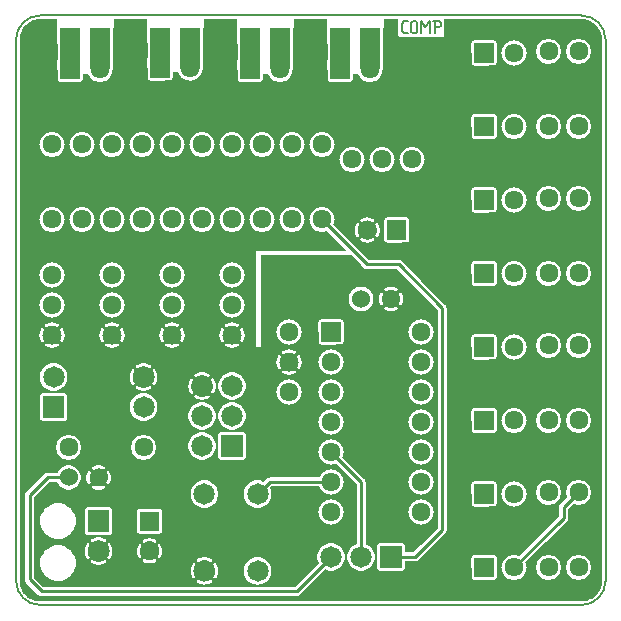
<source format=gbr>
G04 start of page 2 for group 0 idx 0 *
G04 Title: Zab-Let V2, component *
G04 Creator: pcb 20110918 *
G04 CreationDate: Sun 06 Jan 2013 03:26:29 PM GMT UTC *
G04 For: bertho *
G04 Format: Gerber/RS-274X *
G04 PCB-Dimensions: 325000 235000 *
G04 PCB-Coordinate-Origin: lower left *
%MOIN*%
%FSLAX25Y25*%
%LNTOP*%
%ADD554C,0.0984*%
%ADD553C,0.0394*%
%ADD552C,0.0315*%
%ADD551R,0.0635X0.0635*%
%ADD550C,0.0600*%
%ADD549C,0.0714*%
%ADD548C,0.0635*%
%ADD547C,0.0100*%
%ADD546C,0.0080*%
%ADD545C,0.0001*%
G54D545*G36*
X207494Y223800D02*X208390D01*
X208500Y223794D01*
X209093Y223774D01*
X209681Y223697D01*
X210260Y223568D01*
X210826Y223390D01*
X211374Y223163D01*
X211900Y222889D01*
X212400Y222570D01*
X212871Y222209D01*
X213308Y221808D01*
X213709Y221371D01*
X214070Y220900D01*
X214389Y220400D01*
X214663Y219874D01*
X214890Y219326D01*
X215068Y218760D01*
X215197Y218181D01*
X215274Y217593D01*
X215300Y217000D01*
Y36610D01*
X215294Y36500D01*
X215274Y35907D01*
X215197Y35319D01*
X215068Y34740D01*
X214890Y34174D01*
X214663Y33626D01*
X214389Y33100D01*
X214070Y32600D01*
X213709Y32129D01*
X213308Y31692D01*
X212871Y31291D01*
X212400Y30930D01*
X211900Y30611D01*
X211374Y30337D01*
X210826Y30110D01*
X210260Y29932D01*
X209681Y29803D01*
X209093Y29726D01*
X208500Y29700D01*
X207494D01*
Y36813D01*
X207500Y36812D01*
X208155Y36864D01*
X208794Y37017D01*
X209401Y37269D01*
X209962Y37612D01*
X210461Y38039D01*
X210888Y38538D01*
X211231Y39099D01*
X211483Y39706D01*
X211636Y40345D01*
X211675Y41000D01*
X211636Y41655D01*
X211483Y42294D01*
X211231Y42901D01*
X210888Y43462D01*
X210461Y43961D01*
X209962Y44388D01*
X209401Y44731D01*
X208794Y44983D01*
X208155Y45136D01*
X207500Y45188D01*
X207494Y45187D01*
Y61813D01*
X207500Y61812D01*
X208155Y61864D01*
X208794Y62017D01*
X209401Y62269D01*
X209962Y62612D01*
X210461Y63039D01*
X210888Y63538D01*
X211231Y64099D01*
X211483Y64706D01*
X211636Y65345D01*
X211675Y66000D01*
X211636Y66655D01*
X211483Y67294D01*
X211231Y67901D01*
X210888Y68462D01*
X210461Y68961D01*
X209962Y69388D01*
X209401Y69731D01*
X208794Y69983D01*
X208155Y70136D01*
X207500Y70188D01*
X207494Y70187D01*
Y85813D01*
X207500Y85812D01*
X208155Y85864D01*
X208794Y86017D01*
X209401Y86269D01*
X209962Y86612D01*
X210461Y87039D01*
X210888Y87538D01*
X211231Y88099D01*
X211483Y88706D01*
X211636Y89345D01*
X211675Y90000D01*
X211636Y90655D01*
X211483Y91294D01*
X211231Y91901D01*
X210888Y92462D01*
X210461Y92961D01*
X209962Y93388D01*
X209401Y93731D01*
X208794Y93983D01*
X208155Y94136D01*
X207500Y94188D01*
X207494Y94187D01*
Y110813D01*
X207500Y110812D01*
X208155Y110864D01*
X208794Y111017D01*
X209401Y111269D01*
X209962Y111612D01*
X210461Y112039D01*
X210888Y112538D01*
X211231Y113099D01*
X211483Y113706D01*
X211636Y114345D01*
X211675Y115000D01*
X211636Y115655D01*
X211483Y116294D01*
X211231Y116901D01*
X210888Y117462D01*
X210461Y117961D01*
X209962Y118388D01*
X209401Y118731D01*
X208794Y118983D01*
X208155Y119136D01*
X207500Y119188D01*
X207494Y119187D01*
Y134813D01*
X207500Y134812D01*
X208155Y134864D01*
X208794Y135017D01*
X209401Y135269D01*
X209962Y135612D01*
X210461Y136039D01*
X210888Y136538D01*
X211231Y137099D01*
X211483Y137706D01*
X211636Y138345D01*
X211675Y139000D01*
X211636Y139655D01*
X211483Y140294D01*
X211231Y140901D01*
X210888Y141462D01*
X210461Y141961D01*
X209962Y142388D01*
X209401Y142731D01*
X208794Y142983D01*
X208155Y143136D01*
X207500Y143188D01*
X207494Y143187D01*
Y159813D01*
X207500Y159812D01*
X208155Y159864D01*
X208794Y160017D01*
X209401Y160269D01*
X209962Y160612D01*
X210461Y161039D01*
X210888Y161538D01*
X211231Y162099D01*
X211483Y162706D01*
X211636Y163345D01*
X211675Y164000D01*
X211636Y164655D01*
X211483Y165294D01*
X211231Y165901D01*
X210888Y166462D01*
X210461Y166961D01*
X209962Y167388D01*
X209401Y167731D01*
X208794Y167983D01*
X208155Y168136D01*
X207500Y168188D01*
X207494Y168187D01*
Y183813D01*
X207500Y183812D01*
X208155Y183864D01*
X208794Y184017D01*
X209401Y184269D01*
X209962Y184612D01*
X210461Y185039D01*
X210888Y185538D01*
X211231Y186099D01*
X211483Y186706D01*
X211636Y187345D01*
X211675Y188000D01*
X211636Y188655D01*
X211483Y189294D01*
X211231Y189901D01*
X210888Y190462D01*
X210461Y190961D01*
X209962Y191388D01*
X209401Y191731D01*
X208794Y191983D01*
X208155Y192136D01*
X207500Y192188D01*
X207494Y192187D01*
Y208813D01*
X207500Y208812D01*
X208155Y208864D01*
X208794Y209017D01*
X209401Y209269D01*
X209962Y209612D01*
X210461Y210039D01*
X210888Y210538D01*
X211231Y211099D01*
X211483Y211706D01*
X211636Y212345D01*
X211675Y213000D01*
X211636Y213655D01*
X211483Y214294D01*
X211231Y214901D01*
X210888Y215462D01*
X210461Y215961D01*
X209962Y216388D01*
X209401Y216731D01*
X208794Y216983D01*
X208155Y217136D01*
X207500Y217188D01*
X207494Y217187D01*
Y223800D01*
G37*
G36*
Y29700D02*X196744D01*
Y36888D01*
X196845Y36864D01*
X197500Y36812D01*
X198155Y36864D01*
X198794Y37017D01*
X199401Y37269D01*
X199962Y37612D01*
X200461Y38039D01*
X200888Y38538D01*
X201231Y39099D01*
X201483Y39706D01*
X201636Y40345D01*
X201675Y41000D01*
X201636Y41655D01*
X201483Y42294D01*
X201231Y42901D01*
X200888Y43462D01*
X200461Y43961D01*
X199962Y44388D01*
X199401Y44731D01*
X198794Y44983D01*
X198155Y45136D01*
X197500Y45188D01*
X196845Y45136D01*
X196744Y45112D01*
Y49622D01*
X203519Y56398D01*
X203564Y56436D01*
X203717Y56615D01*
X203717Y56616D01*
X203841Y56817D01*
X203931Y57035D01*
X203986Y57265D01*
X204005Y57500D01*
X204000Y57559D01*
Y60379D01*
X205805Y62183D01*
X206206Y62017D01*
X206845Y61864D01*
X207494Y61813D01*
Y45187D01*
X206845Y45136D01*
X206206Y44983D01*
X205599Y44731D01*
X205038Y44388D01*
X204539Y43961D01*
X204112Y43462D01*
X203769Y42901D01*
X203517Y42294D01*
X203364Y41655D01*
X203312Y41000D01*
X203364Y40345D01*
X203517Y39706D01*
X203769Y39099D01*
X204112Y38538D01*
X204539Y38039D01*
X205038Y37612D01*
X205599Y37269D01*
X206206Y37017D01*
X206845Y36864D01*
X207494Y36813D01*
Y29700D01*
G37*
G36*
X196744Y223800D02*X207494D01*
Y217187D01*
X206845Y217136D01*
X206206Y216983D01*
X205599Y216731D01*
X205038Y216388D01*
X204539Y215961D01*
X204112Y215462D01*
X203769Y214901D01*
X203517Y214294D01*
X203364Y213655D01*
X203312Y213000D01*
X203364Y212345D01*
X203517Y211706D01*
X203769Y211099D01*
X204112Y210538D01*
X204539Y210039D01*
X205038Y209612D01*
X205599Y209269D01*
X206206Y209017D01*
X206845Y208864D01*
X207494Y208813D01*
Y192187D01*
X206845Y192136D01*
X206206Y191983D01*
X205599Y191731D01*
X205038Y191388D01*
X204539Y190961D01*
X204112Y190462D01*
X203769Y189901D01*
X203517Y189294D01*
X203364Y188655D01*
X203312Y188000D01*
X203364Y187345D01*
X203517Y186706D01*
X203769Y186099D01*
X204112Y185538D01*
X204539Y185039D01*
X205038Y184612D01*
X205599Y184269D01*
X206206Y184017D01*
X206845Y183864D01*
X207494Y183813D01*
Y168187D01*
X206845Y168136D01*
X206206Y167983D01*
X205599Y167731D01*
X205038Y167388D01*
X204539Y166961D01*
X204112Y166462D01*
X203769Y165901D01*
X203517Y165294D01*
X203364Y164655D01*
X203312Y164000D01*
X203364Y163345D01*
X203517Y162706D01*
X203769Y162099D01*
X204112Y161538D01*
X204539Y161039D01*
X205038Y160612D01*
X205599Y160269D01*
X206206Y160017D01*
X206845Y159864D01*
X207494Y159813D01*
Y143187D01*
X206845Y143136D01*
X206206Y142983D01*
X205599Y142731D01*
X205038Y142388D01*
X204539Y141961D01*
X204112Y141462D01*
X203769Y140901D01*
X203517Y140294D01*
X203364Y139655D01*
X203312Y139000D01*
X203364Y138345D01*
X203517Y137706D01*
X203769Y137099D01*
X204112Y136538D01*
X204539Y136039D01*
X205038Y135612D01*
X205599Y135269D01*
X206206Y135017D01*
X206845Y134864D01*
X207494Y134813D01*
Y119187D01*
X206845Y119136D01*
X206206Y118983D01*
X205599Y118731D01*
X205038Y118388D01*
X204539Y117961D01*
X204112Y117462D01*
X203769Y116901D01*
X203517Y116294D01*
X203364Y115655D01*
X203312Y115000D01*
X203364Y114345D01*
X203517Y113706D01*
X203769Y113099D01*
X204112Y112538D01*
X204539Y112039D01*
X205038Y111612D01*
X205599Y111269D01*
X206206Y111017D01*
X206845Y110864D01*
X207494Y110813D01*
Y94187D01*
X206845Y94136D01*
X206206Y93983D01*
X205599Y93731D01*
X205038Y93388D01*
X204539Y92961D01*
X204112Y92462D01*
X203769Y91901D01*
X203517Y91294D01*
X203364Y90655D01*
X203312Y90000D01*
X203364Y89345D01*
X203517Y88706D01*
X203769Y88099D01*
X204112Y87538D01*
X204539Y87039D01*
X205038Y86612D01*
X205599Y86269D01*
X206206Y86017D01*
X206845Y85864D01*
X207494Y85813D01*
Y70187D01*
X206845Y70136D01*
X206206Y69983D01*
X205599Y69731D01*
X205038Y69388D01*
X204539Y68961D01*
X204112Y68462D01*
X203769Y67901D01*
X203517Y67294D01*
X203364Y66655D01*
X203312Y66000D01*
X203364Y65345D01*
X203517Y64706D01*
X203683Y64305D01*
X201481Y62102D01*
X201436Y62064D01*
X201283Y61884D01*
X201159Y61683D01*
X201069Y61465D01*
X201014Y61235D01*
X201014Y61235D01*
X200995Y61000D01*
X201000Y60941D01*
Y58121D01*
X196744Y53865D01*
Y61888D01*
X196845Y61864D01*
X197500Y61812D01*
X198155Y61864D01*
X198794Y62017D01*
X199401Y62269D01*
X199962Y62612D01*
X200461Y63039D01*
X200888Y63538D01*
X201231Y64099D01*
X201483Y64706D01*
X201636Y65345D01*
X201675Y66000D01*
X201636Y66655D01*
X201483Y67294D01*
X201231Y67901D01*
X200888Y68462D01*
X200461Y68961D01*
X199962Y69388D01*
X199401Y69731D01*
X198794Y69983D01*
X198155Y70136D01*
X197500Y70188D01*
X196845Y70136D01*
X196744Y70112D01*
Y85888D01*
X196845Y85864D01*
X197500Y85812D01*
X198155Y85864D01*
X198794Y86017D01*
X199401Y86269D01*
X199962Y86612D01*
X200461Y87039D01*
X200888Y87538D01*
X201231Y88099D01*
X201483Y88706D01*
X201636Y89345D01*
X201675Y90000D01*
X201636Y90655D01*
X201483Y91294D01*
X201231Y91901D01*
X200888Y92462D01*
X200461Y92961D01*
X199962Y93388D01*
X199401Y93731D01*
X198794Y93983D01*
X198155Y94136D01*
X197500Y94188D01*
X196845Y94136D01*
X196744Y94112D01*
Y110888D01*
X196845Y110864D01*
X197500Y110812D01*
X198155Y110864D01*
X198794Y111017D01*
X199401Y111269D01*
X199962Y111612D01*
X200461Y112039D01*
X200888Y112538D01*
X201231Y113099D01*
X201483Y113706D01*
X201636Y114345D01*
X201675Y115000D01*
X201636Y115655D01*
X201483Y116294D01*
X201231Y116901D01*
X200888Y117462D01*
X200461Y117961D01*
X199962Y118388D01*
X199401Y118731D01*
X198794Y118983D01*
X198155Y119136D01*
X197500Y119188D01*
X196845Y119136D01*
X196744Y119112D01*
Y134888D01*
X196845Y134864D01*
X197500Y134812D01*
X198155Y134864D01*
X198794Y135017D01*
X199401Y135269D01*
X199962Y135612D01*
X200461Y136039D01*
X200888Y136538D01*
X201231Y137099D01*
X201483Y137706D01*
X201636Y138345D01*
X201675Y139000D01*
X201636Y139655D01*
X201483Y140294D01*
X201231Y140901D01*
X200888Y141462D01*
X200461Y141961D01*
X199962Y142388D01*
X199401Y142731D01*
X198794Y142983D01*
X198155Y143136D01*
X197500Y143188D01*
X196845Y143136D01*
X196744Y143112D01*
Y159888D01*
X196845Y159864D01*
X197500Y159812D01*
X198155Y159864D01*
X198794Y160017D01*
X199401Y160269D01*
X199962Y160612D01*
X200461Y161039D01*
X200888Y161538D01*
X201231Y162099D01*
X201483Y162706D01*
X201636Y163345D01*
X201675Y164000D01*
X201636Y164655D01*
X201483Y165294D01*
X201231Y165901D01*
X200888Y166462D01*
X200461Y166961D01*
X199962Y167388D01*
X199401Y167731D01*
X198794Y167983D01*
X198155Y168136D01*
X197500Y168188D01*
X196845Y168136D01*
X196744Y168112D01*
Y183888D01*
X196845Y183864D01*
X197500Y183812D01*
X198155Y183864D01*
X198794Y184017D01*
X199401Y184269D01*
X199962Y184612D01*
X200461Y185039D01*
X200888Y185538D01*
X201231Y186099D01*
X201483Y186706D01*
X201636Y187345D01*
X201675Y188000D01*
X201636Y188655D01*
X201483Y189294D01*
X201231Y189901D01*
X200888Y190462D01*
X200461Y190961D01*
X199962Y191388D01*
X199401Y191731D01*
X198794Y191983D01*
X198155Y192136D01*
X197500Y192188D01*
X196845Y192136D01*
X196744Y192112D01*
Y208888D01*
X196845Y208864D01*
X197500Y208812D01*
X198155Y208864D01*
X198794Y209017D01*
X199401Y209269D01*
X199962Y209612D01*
X200461Y210039D01*
X200888Y210538D01*
X201231Y211099D01*
X201483Y211706D01*
X201636Y212345D01*
X201675Y213000D01*
X201636Y213655D01*
X201483Y214294D01*
X201231Y214901D01*
X200888Y215462D01*
X200461Y215961D01*
X199962Y216388D01*
X199401Y216731D01*
X198794Y216983D01*
X198155Y217136D01*
X197500Y217188D01*
X196845Y217136D01*
X196744Y217112D01*
Y223800D01*
G37*
G36*
X185994Y36813D02*X186000Y36812D01*
X186655Y36864D01*
X187294Y37017D01*
X187901Y37269D01*
X188462Y37612D01*
X188961Y38039D01*
X189388Y38538D01*
X189731Y39099D01*
X189983Y39706D01*
X190136Y40345D01*
X190175Y41000D01*
X190136Y41655D01*
X189983Y42294D01*
X189817Y42695D01*
X196744Y49622D01*
Y45112D01*
X196206Y44983D01*
X195599Y44731D01*
X195038Y44388D01*
X194539Y43961D01*
X194112Y43462D01*
X193769Y42901D01*
X193517Y42294D01*
X193364Y41655D01*
X193312Y41000D01*
X193364Y40345D01*
X193517Y39706D01*
X193769Y39099D01*
X194112Y38538D01*
X194539Y38039D01*
X195038Y37612D01*
X195599Y37269D01*
X196206Y37017D01*
X196744Y36888D01*
Y29700D01*
X185994D01*
Y36813D01*
G37*
G36*
Y223800D02*X196744D01*
Y217112D01*
X196206Y216983D01*
X195599Y216731D01*
X195038Y216388D01*
X194539Y215961D01*
X194112Y215462D01*
X193769Y214901D01*
X193517Y214294D01*
X193364Y213655D01*
X193312Y213000D01*
X193364Y212345D01*
X193517Y211706D01*
X193769Y211099D01*
X194112Y210538D01*
X194539Y210039D01*
X195038Y209612D01*
X195599Y209269D01*
X196206Y209017D01*
X196744Y208888D01*
Y192112D01*
X196206Y191983D01*
X195599Y191731D01*
X195038Y191388D01*
X194539Y190961D01*
X194112Y190462D01*
X193769Y189901D01*
X193517Y189294D01*
X193364Y188655D01*
X193312Y188000D01*
X193364Y187345D01*
X193517Y186706D01*
X193769Y186099D01*
X194112Y185538D01*
X194539Y185039D01*
X195038Y184612D01*
X195599Y184269D01*
X196206Y184017D01*
X196744Y183888D01*
Y168112D01*
X196206Y167983D01*
X195599Y167731D01*
X195038Y167388D01*
X194539Y166961D01*
X194112Y166462D01*
X193769Y165901D01*
X193517Y165294D01*
X193364Y164655D01*
X193312Y164000D01*
X193364Y163345D01*
X193517Y162706D01*
X193769Y162099D01*
X194112Y161538D01*
X194539Y161039D01*
X195038Y160612D01*
X195599Y160269D01*
X196206Y160017D01*
X196744Y159888D01*
Y143112D01*
X196206Y142983D01*
X195599Y142731D01*
X195038Y142388D01*
X194539Y141961D01*
X194112Y141462D01*
X193769Y140901D01*
X193517Y140294D01*
X193364Y139655D01*
X193312Y139000D01*
X193364Y138345D01*
X193517Y137706D01*
X193769Y137099D01*
X194112Y136538D01*
X194539Y136039D01*
X195038Y135612D01*
X195599Y135269D01*
X196206Y135017D01*
X196744Y134888D01*
Y119112D01*
X196206Y118983D01*
X195599Y118731D01*
X195038Y118388D01*
X194539Y117961D01*
X194112Y117462D01*
X193769Y116901D01*
X193517Y116294D01*
X193364Y115655D01*
X193312Y115000D01*
X193364Y114345D01*
X193517Y113706D01*
X193769Y113099D01*
X194112Y112538D01*
X194539Y112039D01*
X195038Y111612D01*
X195599Y111269D01*
X196206Y111017D01*
X196744Y110888D01*
Y94112D01*
X196206Y93983D01*
X195599Y93731D01*
X195038Y93388D01*
X194539Y92961D01*
X194112Y92462D01*
X193769Y91901D01*
X193517Y91294D01*
X193364Y90655D01*
X193312Y90000D01*
X193364Y89345D01*
X193517Y88706D01*
X193769Y88099D01*
X194112Y87538D01*
X194539Y87039D01*
X195038Y86612D01*
X195599Y86269D01*
X196206Y86017D01*
X196744Y85888D01*
Y70112D01*
X196206Y69983D01*
X195599Y69731D01*
X195038Y69388D01*
X194539Y68961D01*
X194112Y68462D01*
X193769Y67901D01*
X193517Y67294D01*
X193364Y66655D01*
X193312Y66000D01*
X193364Y65345D01*
X193517Y64706D01*
X193769Y64099D01*
X194112Y63538D01*
X194539Y63039D01*
X195038Y62612D01*
X195599Y62269D01*
X196206Y62017D01*
X196744Y61888D01*
Y53865D01*
X187695Y44817D01*
X187294Y44983D01*
X186655Y45136D01*
X186000Y45188D01*
X185994Y45187D01*
Y61313D01*
X186000Y61312D01*
X186655Y61364D01*
X187294Y61517D01*
X187901Y61769D01*
X188462Y62112D01*
X188961Y62539D01*
X189388Y63038D01*
X189731Y63599D01*
X189983Y64206D01*
X190136Y64845D01*
X190175Y65500D01*
X190136Y66155D01*
X189983Y66794D01*
X189731Y67401D01*
X189388Y67962D01*
X188961Y68461D01*
X188462Y68888D01*
X187901Y69231D01*
X187294Y69483D01*
X186655Y69636D01*
X186000Y69688D01*
X185994Y69687D01*
Y85813D01*
X186000Y85812D01*
X186655Y85864D01*
X187294Y86017D01*
X187901Y86269D01*
X188462Y86612D01*
X188961Y87039D01*
X189388Y87538D01*
X189731Y88099D01*
X189983Y88706D01*
X190136Y89345D01*
X190175Y90000D01*
X190136Y90655D01*
X189983Y91294D01*
X189731Y91901D01*
X189388Y92462D01*
X188961Y92961D01*
X188462Y93388D01*
X187901Y93731D01*
X187294Y93983D01*
X186655Y94136D01*
X186000Y94188D01*
X185994Y94187D01*
Y110313D01*
X186000Y110312D01*
X186655Y110364D01*
X187294Y110517D01*
X187901Y110769D01*
X188462Y111112D01*
X188961Y111539D01*
X189388Y112038D01*
X189731Y112599D01*
X189983Y113206D01*
X190136Y113845D01*
X190175Y114500D01*
X190136Y115155D01*
X189983Y115794D01*
X189731Y116401D01*
X189388Y116962D01*
X188961Y117461D01*
X188462Y117888D01*
X187901Y118231D01*
X187294Y118483D01*
X186655Y118636D01*
X186000Y118688D01*
X185994Y118687D01*
Y134813D01*
X186000Y134812D01*
X186655Y134864D01*
X187294Y135017D01*
X187901Y135269D01*
X188462Y135612D01*
X188961Y136039D01*
X189388Y136538D01*
X189731Y137099D01*
X189983Y137706D01*
X190136Y138345D01*
X190175Y139000D01*
X190136Y139655D01*
X189983Y140294D01*
X189731Y140901D01*
X189388Y141462D01*
X188961Y141961D01*
X188462Y142388D01*
X187901Y142731D01*
X187294Y142983D01*
X186655Y143136D01*
X186000Y143188D01*
X185994Y143187D01*
Y159313D01*
X186000Y159312D01*
X186655Y159364D01*
X187294Y159517D01*
X187901Y159769D01*
X188462Y160112D01*
X188961Y160539D01*
X189388Y161038D01*
X189731Y161599D01*
X189983Y162206D01*
X190136Y162845D01*
X190175Y163500D01*
X190136Y164155D01*
X189983Y164794D01*
X189731Y165401D01*
X189388Y165962D01*
X188961Y166461D01*
X188462Y166888D01*
X187901Y167231D01*
X187294Y167483D01*
X186655Y167636D01*
X186000Y167688D01*
X185994Y167687D01*
Y183813D01*
X186000Y183812D01*
X186655Y183864D01*
X187294Y184017D01*
X187901Y184269D01*
X188462Y184612D01*
X188961Y185039D01*
X189388Y185538D01*
X189731Y186099D01*
X189983Y186706D01*
X190136Y187345D01*
X190175Y188000D01*
X190136Y188655D01*
X189983Y189294D01*
X189731Y189901D01*
X189388Y190462D01*
X188961Y190961D01*
X188462Y191388D01*
X187901Y191731D01*
X187294Y191983D01*
X186655Y192136D01*
X186000Y192188D01*
X185994Y192187D01*
Y208313D01*
X186000Y208312D01*
X186655Y208364D01*
X187294Y208517D01*
X187901Y208769D01*
X188462Y209112D01*
X188961Y209539D01*
X189388Y210038D01*
X189731Y210599D01*
X189983Y211206D01*
X190136Y211845D01*
X190175Y212500D01*
X190136Y213155D01*
X189983Y213794D01*
X189731Y214401D01*
X189388Y214962D01*
X188961Y215461D01*
X188462Y215888D01*
X187901Y216231D01*
X187294Y216483D01*
X186655Y216636D01*
X186000Y216688D01*
X185994Y216687D01*
Y223800D01*
G37*
G36*
X176000D02*X185994D01*
Y216687D01*
X185345Y216636D01*
X184706Y216483D01*
X184099Y216231D01*
X183538Y215888D01*
X183039Y215461D01*
X182612Y214962D01*
X182269Y214401D01*
X182017Y213794D01*
X181864Y213155D01*
X181812Y212500D01*
X181864Y211845D01*
X182017Y211206D01*
X182269Y210599D01*
X182612Y210038D01*
X183039Y209539D01*
X183538Y209112D01*
X184099Y208769D01*
X184706Y208517D01*
X185345Y208364D01*
X185994Y208313D01*
Y192187D01*
X185345Y192136D01*
X184706Y191983D01*
X184099Y191731D01*
X183538Y191388D01*
X183039Y190961D01*
X182612Y190462D01*
X182269Y189901D01*
X182017Y189294D01*
X181864Y188655D01*
X181812Y188000D01*
X181864Y187345D01*
X182017Y186706D01*
X182269Y186099D01*
X182612Y185538D01*
X183039Y185039D01*
X183538Y184612D01*
X184099Y184269D01*
X184706Y184017D01*
X185345Y183864D01*
X185994Y183813D01*
Y167687D01*
X185345Y167636D01*
X184706Y167483D01*
X184099Y167231D01*
X183538Y166888D01*
X183039Y166461D01*
X182612Y165962D01*
X182269Y165401D01*
X182017Y164794D01*
X181864Y164155D01*
X181812Y163500D01*
X181864Y162845D01*
X182017Y162206D01*
X182269Y161599D01*
X182612Y161038D01*
X183039Y160539D01*
X183538Y160112D01*
X184099Y159769D01*
X184706Y159517D01*
X185345Y159364D01*
X185994Y159313D01*
Y143187D01*
X185345Y143136D01*
X184706Y142983D01*
X184099Y142731D01*
X183538Y142388D01*
X183039Y141961D01*
X182612Y141462D01*
X182269Y140901D01*
X182017Y140294D01*
X181864Y139655D01*
X181812Y139000D01*
X181864Y138345D01*
X182017Y137706D01*
X182269Y137099D01*
X182612Y136538D01*
X183039Y136039D01*
X183538Y135612D01*
X184099Y135269D01*
X184706Y135017D01*
X185345Y134864D01*
X185994Y134813D01*
Y118687D01*
X185345Y118636D01*
X184706Y118483D01*
X184099Y118231D01*
X183538Y117888D01*
X183039Y117461D01*
X182612Y116962D01*
X182269Y116401D01*
X182017Y115794D01*
X181864Y115155D01*
X181812Y114500D01*
X181864Y113845D01*
X182017Y113206D01*
X182269Y112599D01*
X182612Y112038D01*
X183039Y111539D01*
X183538Y111112D01*
X184099Y110769D01*
X184706Y110517D01*
X185345Y110364D01*
X185994Y110313D01*
Y94187D01*
X185345Y94136D01*
X184706Y93983D01*
X184099Y93731D01*
X183538Y93388D01*
X183039Y92961D01*
X182612Y92462D01*
X182269Y91901D01*
X182017Y91294D01*
X181864Y90655D01*
X181812Y90000D01*
X181864Y89345D01*
X182017Y88706D01*
X182269Y88099D01*
X182612Y87538D01*
X183039Y87039D01*
X183538Y86612D01*
X184099Y86269D01*
X184706Y86017D01*
X185345Y85864D01*
X185994Y85813D01*
Y69687D01*
X185345Y69636D01*
X184706Y69483D01*
X184099Y69231D01*
X183538Y68888D01*
X183039Y68461D01*
X182612Y67962D01*
X182269Y67401D01*
X182017Y66794D01*
X181864Y66155D01*
X181812Y65500D01*
X181864Y64845D01*
X182017Y64206D01*
X182269Y63599D01*
X182612Y63038D01*
X183039Y62539D01*
X183538Y62112D01*
X184099Y61769D01*
X184706Y61517D01*
X185345Y61364D01*
X185994Y61313D01*
Y45187D01*
X185345Y45136D01*
X184706Y44983D01*
X184099Y44731D01*
X183538Y44388D01*
X183039Y43961D01*
X182612Y43462D01*
X182269Y42901D01*
X182017Y42294D01*
X181864Y41655D01*
X181812Y41000D01*
X181864Y40345D01*
X182017Y39706D01*
X182269Y39099D01*
X182612Y38538D01*
X183039Y38039D01*
X183538Y37612D01*
X184099Y37269D01*
X184706Y37017D01*
X185345Y36864D01*
X185994Y36813D01*
Y29700D01*
X176000D01*
Y36830D01*
X179332Y36834D01*
X179485Y36871D01*
X179630Y36931D01*
X179765Y37013D01*
X179884Y37116D01*
X179987Y37235D01*
X180069Y37370D01*
X180129Y37515D01*
X180166Y37668D01*
X180175Y37825D01*
X180166Y44332D01*
X180129Y44485D01*
X180069Y44630D01*
X179987Y44765D01*
X179884Y44884D01*
X179765Y44987D01*
X179630Y45069D01*
X179485Y45129D01*
X179332Y45166D01*
X179175Y45175D01*
X176000Y45170D01*
Y61330D01*
X179332Y61334D01*
X179485Y61371D01*
X179630Y61431D01*
X179765Y61513D01*
X179884Y61616D01*
X179987Y61735D01*
X180069Y61870D01*
X180129Y62015D01*
X180166Y62168D01*
X180175Y62325D01*
X180166Y68832D01*
X180129Y68985D01*
X180069Y69130D01*
X179987Y69265D01*
X179884Y69384D01*
X179765Y69487D01*
X179630Y69569D01*
X179485Y69629D01*
X179332Y69666D01*
X179175Y69675D01*
X176000Y69670D01*
Y85830D01*
X179332Y85834D01*
X179485Y85871D01*
X179630Y85931D01*
X179765Y86013D01*
X179884Y86116D01*
X179987Y86235D01*
X180069Y86370D01*
X180129Y86515D01*
X180166Y86668D01*
X180175Y86825D01*
X180166Y93332D01*
X180129Y93485D01*
X180069Y93630D01*
X179987Y93765D01*
X179884Y93884D01*
X179765Y93987D01*
X179630Y94069D01*
X179485Y94129D01*
X179332Y94166D01*
X179175Y94175D01*
X176000Y94170D01*
Y110330D01*
X179332Y110334D01*
X179485Y110371D01*
X179630Y110431D01*
X179765Y110513D01*
X179884Y110616D01*
X179987Y110735D01*
X180069Y110870D01*
X180129Y111015D01*
X180166Y111168D01*
X180175Y111325D01*
X180166Y117832D01*
X180129Y117985D01*
X180069Y118130D01*
X179987Y118265D01*
X179884Y118384D01*
X179765Y118487D01*
X179630Y118569D01*
X179485Y118629D01*
X179332Y118666D01*
X179175Y118675D01*
X176000Y118670D01*
Y134830D01*
X179332Y134834D01*
X179485Y134871D01*
X179630Y134931D01*
X179765Y135013D01*
X179884Y135116D01*
X179987Y135235D01*
X180069Y135370D01*
X180129Y135515D01*
X180166Y135668D01*
X180175Y135825D01*
X180166Y142332D01*
X180129Y142485D01*
X180069Y142630D01*
X179987Y142765D01*
X179884Y142884D01*
X179765Y142987D01*
X179630Y143069D01*
X179485Y143129D01*
X179332Y143166D01*
X179175Y143175D01*
X176000Y143170D01*
Y159330D01*
X179332Y159334D01*
X179485Y159371D01*
X179630Y159431D01*
X179765Y159513D01*
X179884Y159616D01*
X179987Y159735D01*
X180069Y159870D01*
X180129Y160015D01*
X180166Y160168D01*
X180175Y160325D01*
X180166Y166832D01*
X180129Y166985D01*
X180069Y167130D01*
X179987Y167265D01*
X179884Y167384D01*
X179765Y167487D01*
X179630Y167569D01*
X179485Y167629D01*
X179332Y167666D01*
X179175Y167675D01*
X176000Y167670D01*
Y183830D01*
X179332Y183834D01*
X179485Y183871D01*
X179630Y183931D01*
X179765Y184013D01*
X179884Y184116D01*
X179987Y184235D01*
X180069Y184370D01*
X180129Y184515D01*
X180166Y184668D01*
X180175Y184825D01*
X180166Y191332D01*
X180129Y191485D01*
X180069Y191630D01*
X179987Y191765D01*
X179884Y191884D01*
X179765Y191987D01*
X179630Y192069D01*
X179485Y192129D01*
X179332Y192166D01*
X179175Y192175D01*
X176000Y192170D01*
Y208330D01*
X179332Y208334D01*
X179485Y208371D01*
X179630Y208431D01*
X179765Y208513D01*
X179884Y208616D01*
X179987Y208735D01*
X180069Y208870D01*
X180129Y209015D01*
X180166Y209168D01*
X180175Y209325D01*
X180166Y215832D01*
X180129Y215985D01*
X180069Y216130D01*
X179987Y216265D01*
X179884Y216384D01*
X179765Y216487D01*
X179630Y216569D01*
X179485Y216629D01*
X179332Y216666D01*
X179175Y216675D01*
X176000Y216670D01*
Y223800D01*
G37*
G36*
X124994Y151885D02*X130379Y146500D01*
X124994D01*
Y151885D01*
G37*
G36*
X154994Y132385D02*X160500Y126879D01*
Y54121D01*
X154994Y48615D01*
Y55313D01*
X155000Y55312D01*
X155655Y55364D01*
X156294Y55517D01*
X156901Y55769D01*
X157462Y56112D01*
X157961Y56539D01*
X158388Y57038D01*
X158731Y57599D01*
X158983Y58206D01*
X159136Y58845D01*
X159175Y59500D01*
X159136Y60155D01*
X158983Y60794D01*
X158731Y61401D01*
X158388Y61962D01*
X157961Y62461D01*
X157462Y62888D01*
X156901Y63231D01*
X156294Y63483D01*
X155655Y63636D01*
X155000Y63688D01*
X154994Y63687D01*
Y65313D01*
X155000Y65312D01*
X155655Y65364D01*
X156294Y65517D01*
X156901Y65769D01*
X157462Y66112D01*
X157961Y66539D01*
X158388Y67038D01*
X158731Y67599D01*
X158983Y68206D01*
X159136Y68845D01*
X159175Y69500D01*
X159136Y70155D01*
X158983Y70794D01*
X158731Y71401D01*
X158388Y71962D01*
X157961Y72461D01*
X157462Y72888D01*
X156901Y73231D01*
X156294Y73483D01*
X155655Y73636D01*
X155000Y73688D01*
X154994Y73687D01*
Y75313D01*
X155000Y75312D01*
X155655Y75364D01*
X156294Y75517D01*
X156901Y75769D01*
X157462Y76112D01*
X157961Y76539D01*
X158388Y77038D01*
X158731Y77599D01*
X158983Y78206D01*
X159136Y78845D01*
X159175Y79500D01*
X159136Y80155D01*
X158983Y80794D01*
X158731Y81401D01*
X158388Y81962D01*
X157961Y82461D01*
X157462Y82888D01*
X156901Y83231D01*
X156294Y83483D01*
X155655Y83636D01*
X155000Y83688D01*
X154994Y83687D01*
Y85313D01*
X155000Y85312D01*
X155655Y85364D01*
X156294Y85517D01*
X156901Y85769D01*
X157462Y86112D01*
X157961Y86539D01*
X158388Y87038D01*
X158731Y87599D01*
X158983Y88206D01*
X159136Y88845D01*
X159175Y89500D01*
X159136Y90155D01*
X158983Y90794D01*
X158731Y91401D01*
X158388Y91962D01*
X157961Y92461D01*
X157462Y92888D01*
X156901Y93231D01*
X156294Y93483D01*
X155655Y93636D01*
X155000Y93688D01*
X154994Y93687D01*
Y95313D01*
X155000Y95312D01*
X155655Y95364D01*
X156294Y95517D01*
X156901Y95769D01*
X157462Y96112D01*
X157961Y96539D01*
X158388Y97038D01*
X158731Y97599D01*
X158983Y98206D01*
X159136Y98845D01*
X159175Y99500D01*
X159136Y100155D01*
X158983Y100794D01*
X158731Y101401D01*
X158388Y101962D01*
X157961Y102461D01*
X157462Y102888D01*
X156901Y103231D01*
X156294Y103483D01*
X155655Y103636D01*
X155000Y103688D01*
X154994Y103687D01*
Y105313D01*
X155000Y105312D01*
X155655Y105364D01*
X156294Y105517D01*
X156901Y105769D01*
X157462Y106112D01*
X157961Y106539D01*
X158388Y107038D01*
X158731Y107599D01*
X158983Y108206D01*
X159136Y108845D01*
X159175Y109500D01*
X159136Y110155D01*
X158983Y110794D01*
X158731Y111401D01*
X158388Y111962D01*
X157961Y112461D01*
X157462Y112888D01*
X156901Y113231D01*
X156294Y113483D01*
X155655Y113636D01*
X155000Y113688D01*
X154994Y113687D01*
Y115313D01*
X155000Y115312D01*
X155655Y115364D01*
X156294Y115517D01*
X156901Y115769D01*
X157462Y116112D01*
X157961Y116539D01*
X158388Y117038D01*
X158731Y117599D01*
X158983Y118206D01*
X159136Y118845D01*
X159175Y119500D01*
X159136Y120155D01*
X158983Y120794D01*
X158731Y121401D01*
X158388Y121962D01*
X157961Y122461D01*
X157462Y122888D01*
X156901Y123231D01*
X156294Y123483D01*
X155655Y123636D01*
X155000Y123688D01*
X154994Y123687D01*
Y132385D01*
G37*
G36*
Y217804D02*X162126Y217807D01*
X162248Y217837D01*
X162364Y217885D01*
X162472Y217951D01*
X162567Y218033D01*
X162649Y218128D01*
X162715Y218236D01*
X162763Y218352D01*
X162793Y218474D01*
X162800Y218600D01*
X162793Y223526D01*
X162763Y223648D01*
X162715Y223764D01*
X162693Y223800D01*
X176000D01*
Y216670D01*
X172668Y216666D01*
X172515Y216629D01*
X172370Y216569D01*
X172235Y216487D01*
X172116Y216384D01*
X172013Y216265D01*
X171931Y216130D01*
X171871Y215985D01*
X171834Y215832D01*
X171825Y215675D01*
X171834Y209168D01*
X171871Y209015D01*
X171931Y208870D01*
X172013Y208735D01*
X172116Y208616D01*
X172235Y208513D01*
X172370Y208431D01*
X172515Y208371D01*
X172668Y208334D01*
X172825Y208325D01*
X176000Y208330D01*
Y192170D01*
X172668Y192166D01*
X172515Y192129D01*
X172370Y192069D01*
X172235Y191987D01*
X172116Y191884D01*
X172013Y191765D01*
X171931Y191630D01*
X171871Y191485D01*
X171834Y191332D01*
X171825Y191175D01*
X171834Y184668D01*
X171871Y184515D01*
X171931Y184370D01*
X172013Y184235D01*
X172116Y184116D01*
X172235Y184013D01*
X172370Y183931D01*
X172515Y183871D01*
X172668Y183834D01*
X172825Y183825D01*
X176000Y183830D01*
Y167670D01*
X172668Y167666D01*
X172515Y167629D01*
X172370Y167569D01*
X172235Y167487D01*
X172116Y167384D01*
X172013Y167265D01*
X171931Y167130D01*
X171871Y166985D01*
X171834Y166832D01*
X171825Y166675D01*
X171834Y160168D01*
X171871Y160015D01*
X171931Y159870D01*
X172013Y159735D01*
X172116Y159616D01*
X172235Y159513D01*
X172370Y159431D01*
X172515Y159371D01*
X172668Y159334D01*
X172825Y159325D01*
X176000Y159330D01*
Y143170D01*
X172668Y143166D01*
X172515Y143129D01*
X172370Y143069D01*
X172235Y142987D01*
X172116Y142884D01*
X172013Y142765D01*
X171931Y142630D01*
X171871Y142485D01*
X171834Y142332D01*
X171825Y142175D01*
X171834Y135668D01*
X171871Y135515D01*
X171931Y135370D01*
X172013Y135235D01*
X172116Y135116D01*
X172235Y135013D01*
X172370Y134931D01*
X172515Y134871D01*
X172668Y134834D01*
X172825Y134825D01*
X176000Y134830D01*
Y118670D01*
X172668Y118666D01*
X172515Y118629D01*
X172370Y118569D01*
X172235Y118487D01*
X172116Y118384D01*
X172013Y118265D01*
X171931Y118130D01*
X171871Y117985D01*
X171834Y117832D01*
X171825Y117675D01*
X171834Y111168D01*
X171871Y111015D01*
X171931Y110870D01*
X172013Y110735D01*
X172116Y110616D01*
X172235Y110513D01*
X172370Y110431D01*
X172515Y110371D01*
X172668Y110334D01*
X172825Y110325D01*
X176000Y110330D01*
Y94170D01*
X172668Y94166D01*
X172515Y94129D01*
X172370Y94069D01*
X172235Y93987D01*
X172116Y93884D01*
X172013Y93765D01*
X171931Y93630D01*
X171871Y93485D01*
X171834Y93332D01*
X171825Y93175D01*
X171834Y86668D01*
X171871Y86515D01*
X171931Y86370D01*
X172013Y86235D01*
X172116Y86116D01*
X172235Y86013D01*
X172370Y85931D01*
X172515Y85871D01*
X172668Y85834D01*
X172825Y85825D01*
X176000Y85830D01*
Y69670D01*
X172668Y69666D01*
X172515Y69629D01*
X172370Y69569D01*
X172235Y69487D01*
X172116Y69384D01*
X172013Y69265D01*
X171931Y69130D01*
X171871Y68985D01*
X171834Y68832D01*
X171825Y68675D01*
X171834Y62168D01*
X171871Y62015D01*
X171931Y61870D01*
X172013Y61735D01*
X172116Y61616D01*
X172235Y61513D01*
X172370Y61431D01*
X172515Y61371D01*
X172668Y61334D01*
X172825Y61325D01*
X176000Y61330D01*
Y45170D01*
X172668Y45166D01*
X172515Y45129D01*
X172370Y45069D01*
X172235Y44987D01*
X172116Y44884D01*
X172013Y44765D01*
X171931Y44630D01*
X171871Y44485D01*
X171834Y44332D01*
X171825Y44175D01*
X171834Y37668D01*
X171871Y37515D01*
X171931Y37370D01*
X172013Y37235D01*
X172116Y37116D01*
X172235Y37013D01*
X172370Y36931D01*
X172515Y36871D01*
X172668Y36834D01*
X172825Y36825D01*
X176000Y36830D01*
Y29700D01*
X154994D01*
Y44372D01*
X163019Y52398D01*
X163064Y52436D01*
X163217Y52615D01*
X163217Y52616D01*
X163341Y52817D01*
X163431Y53035D01*
X163486Y53265D01*
X163505Y53500D01*
X163500Y53559D01*
Y127441D01*
X163505Y127500D01*
X163486Y127735D01*
X163486Y127735D01*
X163431Y127965D01*
X163341Y128183D01*
X163217Y128384D01*
X163064Y128564D01*
X163019Y128602D01*
X154994Y136628D01*
Y174077D01*
X155388Y174538D01*
X155731Y175099D01*
X155983Y175706D01*
X156136Y176345D01*
X156175Y177000D01*
X156136Y177655D01*
X155983Y178294D01*
X155731Y178901D01*
X155388Y179462D01*
X154994Y179923D01*
Y217804D01*
G37*
G36*
X148353Y139026D02*X154994Y132385D01*
Y123687D01*
X154345Y123636D01*
X153706Y123483D01*
X153099Y123231D01*
X152538Y122888D01*
X152039Y122461D01*
X151612Y121962D01*
X151269Y121401D01*
X151017Y120794D01*
X150864Y120155D01*
X150812Y119500D01*
X150864Y118845D01*
X151017Y118206D01*
X151269Y117599D01*
X151612Y117038D01*
X152039Y116539D01*
X152538Y116112D01*
X153099Y115769D01*
X153706Y115517D01*
X154345Y115364D01*
X154994Y115313D01*
Y113687D01*
X154345Y113636D01*
X153706Y113483D01*
X153099Y113231D01*
X152538Y112888D01*
X152039Y112461D01*
X151612Y111962D01*
X151269Y111401D01*
X151017Y110794D01*
X150864Y110155D01*
X150812Y109500D01*
X150864Y108845D01*
X151017Y108206D01*
X151269Y107599D01*
X151612Y107038D01*
X152039Y106539D01*
X152538Y106112D01*
X153099Y105769D01*
X153706Y105517D01*
X154345Y105364D01*
X154994Y105313D01*
Y103687D01*
X154345Y103636D01*
X153706Y103483D01*
X153099Y103231D01*
X152538Y102888D01*
X152039Y102461D01*
X151612Y101962D01*
X151269Y101401D01*
X151017Y100794D01*
X150864Y100155D01*
X150812Y99500D01*
X150864Y98845D01*
X151017Y98206D01*
X151269Y97599D01*
X151612Y97038D01*
X152039Y96539D01*
X152538Y96112D01*
X153099Y95769D01*
X153706Y95517D01*
X154345Y95364D01*
X154994Y95313D01*
Y93687D01*
X154345Y93636D01*
X153706Y93483D01*
X153099Y93231D01*
X152538Y92888D01*
X152039Y92461D01*
X151612Y91962D01*
X151269Y91401D01*
X151017Y90794D01*
X150864Y90155D01*
X150812Y89500D01*
X150864Y88845D01*
X151017Y88206D01*
X151269Y87599D01*
X151612Y87038D01*
X152039Y86539D01*
X152538Y86112D01*
X153099Y85769D01*
X153706Y85517D01*
X154345Y85364D01*
X154994Y85313D01*
Y83687D01*
X154345Y83636D01*
X153706Y83483D01*
X153099Y83231D01*
X152538Y82888D01*
X152039Y82461D01*
X151612Y81962D01*
X151269Y81401D01*
X151017Y80794D01*
X150864Y80155D01*
X150812Y79500D01*
X150864Y78845D01*
X151017Y78206D01*
X151269Y77599D01*
X151612Y77038D01*
X152039Y76539D01*
X152538Y76112D01*
X153099Y75769D01*
X153706Y75517D01*
X154345Y75364D01*
X154994Y75313D01*
Y73687D01*
X154345Y73636D01*
X153706Y73483D01*
X153099Y73231D01*
X152538Y72888D01*
X152039Y72461D01*
X151612Y71962D01*
X151269Y71401D01*
X151017Y70794D01*
X150864Y70155D01*
X150812Y69500D01*
X150864Y68845D01*
X151017Y68206D01*
X151269Y67599D01*
X151612Y67038D01*
X152039Y66539D01*
X152538Y66112D01*
X153099Y65769D01*
X153706Y65517D01*
X154345Y65364D01*
X154994Y65313D01*
Y63687D01*
X154345Y63636D01*
X153706Y63483D01*
X153099Y63231D01*
X152538Y62888D01*
X152039Y62461D01*
X151612Y61962D01*
X151269Y61401D01*
X151017Y60794D01*
X150864Y60155D01*
X150812Y59500D01*
X150864Y58845D01*
X151017Y58206D01*
X151269Y57599D01*
X151612Y57038D01*
X152039Y56539D01*
X152538Y56112D01*
X153099Y55769D01*
X153706Y55517D01*
X154345Y55364D01*
X154994Y55313D01*
Y48615D01*
X152379Y46000D01*
X149562D01*
X149559Y48225D01*
X149522Y48378D01*
X149462Y48524D01*
X149380Y48658D01*
X149278Y48778D01*
X149158Y48880D01*
X149024Y48962D01*
X148878Y49022D01*
X148725Y49059D01*
X148568Y49068D01*
X148353Y49068D01*
Y128361D01*
X148404Y128382D01*
X148478Y128427D01*
X148545Y128483D01*
X148601Y128549D01*
X148645Y128623D01*
X148811Y128976D01*
X148939Y129345D01*
X149031Y129724D01*
X149086Y130110D01*
X149105Y130500D01*
X149086Y130890D01*
X149031Y131276D01*
X148939Y131655D01*
X148811Y132024D01*
X148649Y132379D01*
X148604Y132453D01*
X148547Y132519D01*
X148480Y132576D01*
X148406Y132621D01*
X148353Y132643D01*
Y139026D01*
G37*
G36*
X145002Y140500D02*X146879D01*
X148353Y139026D01*
Y132643D01*
X148325Y132654D01*
X148241Y132674D01*
X148154Y132680D01*
X148067Y132673D01*
X147982Y132652D01*
X147902Y132619D01*
X147828Y132573D01*
X147762Y132516D01*
X147706Y132450D01*
X147660Y132375D01*
X147627Y132295D01*
X147607Y132210D01*
X147601Y132123D01*
X147608Y132036D01*
X147629Y131951D01*
X147664Y131872D01*
X147786Y131614D01*
X147879Y131344D01*
X147946Y131067D01*
X147986Y130785D01*
X148000Y130500D01*
X147986Y130215D01*
X147946Y129933D01*
X147879Y129656D01*
X147786Y129386D01*
X147667Y129127D01*
X147632Y129047D01*
X147612Y128963D01*
X147604Y128877D01*
X147611Y128791D01*
X147631Y128707D01*
X147663Y128626D01*
X147708Y128552D01*
X147764Y128486D01*
X147830Y128430D01*
X147904Y128384D01*
X147983Y128351D01*
X148067Y128330D01*
X148154Y128323D01*
X148240Y128329D01*
X148324Y128349D01*
X148353Y128361D01*
Y49068D01*
X145002Y49064D01*
Y126395D01*
X145390Y126414D01*
X145776Y126469D01*
X146155Y126561D01*
X146524Y126689D01*
X146879Y126851D01*
X146953Y126896D01*
X147019Y126953D01*
X147076Y127020D01*
X147121Y127094D01*
X147154Y127175D01*
X147174Y127259D01*
X147180Y127346D01*
X147173Y127433D01*
X147152Y127518D01*
X147119Y127598D01*
X147073Y127672D01*
X147016Y127738D01*
X146950Y127794D01*
X146875Y127840D01*
X146795Y127873D01*
X146710Y127893D01*
X146623Y127899D01*
X146536Y127892D01*
X146451Y127871D01*
X146372Y127836D01*
X146114Y127714D01*
X145844Y127621D01*
X145567Y127554D01*
X145285Y127514D01*
X145002Y127500D01*
Y133500D01*
X145285Y133486D01*
X145567Y133446D01*
X145844Y133379D01*
X146114Y133286D01*
X146373Y133167D01*
X146453Y133132D01*
X146537Y133112D01*
X146623Y133104D01*
X146709Y133111D01*
X146793Y133131D01*
X146874Y133163D01*
X146948Y133208D01*
X147014Y133264D01*
X147070Y133330D01*
X147116Y133404D01*
X147149Y133483D01*
X147170Y133567D01*
X147177Y133654D01*
X147171Y133740D01*
X147151Y133824D01*
X147118Y133904D01*
X147073Y133978D01*
X147017Y134045D01*
X146951Y134101D01*
X146877Y134145D01*
X146524Y134311D01*
X146155Y134439D01*
X145776Y134531D01*
X145390Y134586D01*
X145002Y134605D01*
Y140500D01*
G37*
G36*
X154994Y29700D02*X145002D01*
Y39936D01*
X148725Y39941D01*
X148878Y39978D01*
X149024Y40038D01*
X149158Y40120D01*
X149278Y40222D01*
X149380Y40342D01*
X149462Y40476D01*
X149522Y40622D01*
X149559Y40775D01*
X149568Y40932D01*
X149566Y43000D01*
X152941D01*
X153000Y42995D01*
X153235Y43014D01*
X153235Y43014D01*
X153465Y43069D01*
X153683Y43159D01*
X153884Y43283D01*
X154064Y43436D01*
X154102Y43481D01*
X154994Y44372D01*
Y29700D01*
G37*
G36*
X141647Y140500D02*X145002D01*
Y134605D01*
X145000Y134605D01*
X144610Y134586D01*
X144224Y134531D01*
X143845Y134439D01*
X143476Y134311D01*
X143121Y134149D01*
X143047Y134104D01*
X142981Y134047D01*
X142924Y133980D01*
X142879Y133906D01*
X142846Y133825D01*
X142826Y133741D01*
X142820Y133654D01*
X142827Y133567D01*
X142848Y133482D01*
X142881Y133402D01*
X142927Y133328D01*
X142984Y133262D01*
X143050Y133206D01*
X143125Y133160D01*
X143205Y133127D01*
X143290Y133107D01*
X143377Y133101D01*
X143464Y133108D01*
X143549Y133129D01*
X143628Y133164D01*
X143886Y133286D01*
X144156Y133379D01*
X144433Y133446D01*
X144715Y133486D01*
X145000Y133500D01*
X145002Y133500D01*
Y127500D01*
X145000Y127500D01*
X144715Y127514D01*
X144433Y127554D01*
X144156Y127621D01*
X143886Y127714D01*
X143627Y127833D01*
X143547Y127868D01*
X143463Y127888D01*
X143377Y127896D01*
X143291Y127889D01*
X143207Y127869D01*
X143126Y127837D01*
X143052Y127792D01*
X142986Y127736D01*
X142930Y127670D01*
X142884Y127596D01*
X142851Y127517D01*
X142830Y127433D01*
X142823Y127346D01*
X142829Y127260D01*
X142849Y127176D01*
X142882Y127096D01*
X142927Y127022D01*
X142983Y126955D01*
X143049Y126899D01*
X143123Y126855D01*
X143476Y126689D01*
X143845Y126561D01*
X144224Y126469D01*
X144610Y126414D01*
X145000Y126395D01*
X145002Y126395D01*
Y49064D01*
X141647Y49060D01*
Y128357D01*
X141675Y128346D01*
X141759Y128326D01*
X141846Y128320D01*
X141933Y128327D01*
X142018Y128348D01*
X142098Y128381D01*
X142172Y128427D01*
X142238Y128484D01*
X142294Y128550D01*
X142340Y128625D01*
X142373Y128705D01*
X142393Y128790D01*
X142399Y128877D01*
X142392Y128964D01*
X142371Y129049D01*
X142336Y129128D01*
X142214Y129386D01*
X142121Y129656D01*
X142054Y129933D01*
X142014Y130215D01*
X142000Y130500D01*
X142014Y130785D01*
X142054Y131067D01*
X142121Y131344D01*
X142214Y131614D01*
X142333Y131873D01*
X142368Y131953D01*
X142388Y132037D01*
X142396Y132123D01*
X142389Y132209D01*
X142369Y132293D01*
X142337Y132374D01*
X142292Y132448D01*
X142236Y132514D01*
X142170Y132570D01*
X142096Y132616D01*
X142017Y132649D01*
X141933Y132670D01*
X141846Y132677D01*
X141760Y132671D01*
X141676Y132651D01*
X141647Y132639D01*
Y140500D01*
G37*
G36*
X145002Y29700D02*X141647D01*
Y39932D01*
X145002Y39936D01*
Y29700D01*
G37*
G36*
X141647D02*X134994D01*
Y39918D01*
X135000Y39917D01*
X135717Y39974D01*
X136416Y40142D01*
X137080Y40417D01*
X137694Y40793D01*
X138240Y41260D01*
X138707Y41806D01*
X139083Y42420D01*
X139358Y43084D01*
X139526Y43783D01*
X139568Y44500D01*
X139526Y45217D01*
X139358Y45916D01*
X139083Y46580D01*
X138707Y47194D01*
X138240Y47740D01*
X137694Y48207D01*
X137080Y48583D01*
X136500Y48824D01*
Y69441D01*
X136505Y69500D01*
X136486Y69735D01*
X136486Y69735D01*
X136431Y69965D01*
X136341Y70183D01*
X136217Y70384D01*
X136064Y70564D01*
X136019Y70602D01*
X134994Y71628D01*
Y126388D01*
X135000Y126387D01*
X135643Y126438D01*
X136271Y126589D01*
X136867Y126836D01*
X137417Y127173D01*
X137908Y127592D01*
X138327Y128083D01*
X138664Y128633D01*
X138911Y129229D01*
X139062Y129857D01*
X139100Y130500D01*
X139062Y131143D01*
X138911Y131771D01*
X138664Y132367D01*
X138327Y132917D01*
X137908Y133408D01*
X137417Y133827D01*
X136867Y134164D01*
X136271Y134411D01*
X135643Y134562D01*
X135000Y134613D01*
X134994Y134612D01*
Y141885D01*
X135898Y140981D01*
X135936Y140936D01*
X136116Y140783D01*
X136317Y140659D01*
X136535Y140569D01*
X136765Y140514D01*
X137000Y140495D01*
X137059Y140500D01*
X141647D01*
Y132639D01*
X141596Y132618D01*
X141522Y132573D01*
X141455Y132517D01*
X141399Y132451D01*
X141355Y132377D01*
X141189Y132024D01*
X141061Y131655D01*
X140969Y131276D01*
X140914Y130890D01*
X140895Y130500D01*
X140914Y130110D01*
X140969Y129724D01*
X141061Y129345D01*
X141189Y128976D01*
X141351Y128621D01*
X141396Y128547D01*
X141453Y128481D01*
X141520Y128424D01*
X141594Y128379D01*
X141647Y128357D01*
Y49060D01*
X141275Y49059D01*
X141122Y49022D01*
X140976Y48962D01*
X140842Y48880D01*
X140722Y48778D01*
X140620Y48658D01*
X140538Y48524D01*
X140478Y48378D01*
X140441Y48225D01*
X140432Y48068D01*
X140441Y40775D01*
X140478Y40622D01*
X140538Y40476D01*
X140620Y40342D01*
X140722Y40222D01*
X140842Y40120D01*
X140976Y40038D01*
X141122Y39978D01*
X141275Y39941D01*
X141432Y39932D01*
X141647Y39932D01*
Y29700D01*
G37*
G36*
X134994Y71628D02*X128817Y77805D01*
X128983Y78206D01*
X129136Y78845D01*
X129175Y79500D01*
X129136Y80155D01*
X128983Y80794D01*
X128731Y81401D01*
X128388Y81962D01*
X127961Y82461D01*
X127462Y82888D01*
X126901Y83231D01*
X126294Y83483D01*
X125655Y83636D01*
X125000Y83688D01*
X124994Y83687D01*
Y85313D01*
X125000Y85312D01*
X125655Y85364D01*
X126294Y85517D01*
X126901Y85769D01*
X127462Y86112D01*
X127961Y86539D01*
X128388Y87038D01*
X128731Y87599D01*
X128983Y88206D01*
X129136Y88845D01*
X129175Y89500D01*
X129136Y90155D01*
X128983Y90794D01*
X128731Y91401D01*
X128388Y91962D01*
X127961Y92461D01*
X127462Y92888D01*
X126901Y93231D01*
X126294Y93483D01*
X125655Y93636D01*
X125000Y93688D01*
X124994Y93687D01*
Y95313D01*
X125000Y95312D01*
X125655Y95364D01*
X126294Y95517D01*
X126901Y95769D01*
X127462Y96112D01*
X127961Y96539D01*
X128388Y97038D01*
X128731Y97599D01*
X128983Y98206D01*
X129136Y98845D01*
X129175Y99500D01*
X129136Y100155D01*
X128983Y100794D01*
X128731Y101401D01*
X128388Y101962D01*
X127961Y102461D01*
X127462Y102888D01*
X126901Y103231D01*
X126294Y103483D01*
X125655Y103636D01*
X125000Y103688D01*
X124994Y103687D01*
Y105313D01*
X125000Y105312D01*
X125655Y105364D01*
X126294Y105517D01*
X126901Y105769D01*
X127462Y106112D01*
X127961Y106539D01*
X128388Y107038D01*
X128731Y107599D01*
X128983Y108206D01*
X129136Y108845D01*
X129175Y109500D01*
X129136Y110155D01*
X128983Y110794D01*
X128731Y111401D01*
X128388Y111962D01*
X127961Y112461D01*
X127462Y112888D01*
X126901Y113231D01*
X126294Y113483D01*
X125655Y113636D01*
X125000Y113688D01*
X124994Y113687D01*
Y115330D01*
X128332Y115334D01*
X128485Y115371D01*
X128630Y115431D01*
X128765Y115513D01*
X128884Y115616D01*
X128987Y115735D01*
X129069Y115870D01*
X129129Y116015D01*
X129166Y116168D01*
X129175Y116325D01*
X129166Y122832D01*
X129129Y122985D01*
X129069Y123130D01*
X128987Y123265D01*
X128884Y123384D01*
X128765Y123487D01*
X128630Y123569D01*
X128485Y123629D01*
X128332Y123666D01*
X128175Y123675D01*
X124994Y123670D01*
Y145000D01*
X131879D01*
X134994Y141885D01*
Y134612D01*
X134357Y134562D01*
X133729Y134411D01*
X133133Y134164D01*
X132583Y133827D01*
X132092Y133408D01*
X131673Y132917D01*
X131336Y132367D01*
X131089Y131771D01*
X130938Y131143D01*
X130887Y130500D01*
X130938Y129857D01*
X131089Y129229D01*
X131336Y128633D01*
X131673Y128083D01*
X132092Y127592D01*
X132583Y127173D01*
X133133Y126836D01*
X133729Y126589D01*
X134357Y126438D01*
X134994Y126388D01*
Y71628D01*
G37*
G36*
Y29700D02*X124994D01*
Y39918D01*
X125000Y39917D01*
X125717Y39974D01*
X126416Y40142D01*
X127080Y40417D01*
X127694Y40793D01*
X128240Y41260D01*
X128707Y41806D01*
X129083Y42420D01*
X129358Y43084D01*
X129526Y43783D01*
X129568Y44500D01*
X129526Y45217D01*
X129358Y45916D01*
X129083Y46580D01*
X128707Y47194D01*
X128240Y47740D01*
X127694Y48207D01*
X127080Y48583D01*
X126416Y48858D01*
X125717Y49026D01*
X125000Y49083D01*
X124994Y49082D01*
Y55313D01*
X125000Y55312D01*
X125655Y55364D01*
X126294Y55517D01*
X126901Y55769D01*
X127462Y56112D01*
X127961Y56539D01*
X128388Y57038D01*
X128731Y57599D01*
X128983Y58206D01*
X129136Y58845D01*
X129175Y59500D01*
X129136Y60155D01*
X128983Y60794D01*
X128731Y61401D01*
X128388Y61962D01*
X127961Y62461D01*
X127462Y62888D01*
X126901Y63231D01*
X126294Y63483D01*
X125655Y63636D01*
X125000Y63688D01*
X124994Y63687D01*
Y65313D01*
X125000Y65312D01*
X125655Y65364D01*
X126294Y65517D01*
X126901Y65769D01*
X127462Y66112D01*
X127961Y66539D01*
X128388Y67038D01*
X128731Y67599D01*
X128983Y68206D01*
X129136Y68845D01*
X129175Y69500D01*
X129136Y70155D01*
X128983Y70794D01*
X128731Y71401D01*
X128388Y71962D01*
X127961Y72461D01*
X127462Y72888D01*
X126901Y73231D01*
X126294Y73483D01*
X125655Y73636D01*
X125000Y73688D01*
X124994Y73687D01*
Y75313D01*
X125000Y75312D01*
X125655Y75364D01*
X126294Y75517D01*
X126695Y75683D01*
X133500Y68879D01*
Y48824D01*
X132920Y48583D01*
X132306Y48207D01*
X131760Y47740D01*
X131293Y47194D01*
X130917Y46580D01*
X130642Y45916D01*
X130474Y45217D01*
X130417Y44500D01*
X130474Y43783D01*
X130642Y43084D01*
X130917Y42420D01*
X131293Y41806D01*
X131760Y41260D01*
X132306Y40793D01*
X132920Y40417D01*
X133584Y40142D01*
X134283Y39974D01*
X134994Y39918D01*
Y29700D01*
G37*
G36*
X146921Y223800D02*X147407D01*
X147385Y223764D01*
X147337Y223648D01*
X147307Y223526D01*
X147300Y223400D01*
X147307Y218474D01*
X147337Y218352D01*
X147385Y218236D01*
X147451Y218128D01*
X147533Y218033D01*
X147628Y217951D01*
X147736Y217885D01*
X147852Y217837D01*
X147974Y217807D01*
X148100Y217800D01*
X154994Y217804D01*
Y179923D01*
X154961Y179961D01*
X154462Y180388D01*
X153901Y180731D01*
X153294Y180983D01*
X152655Y181136D01*
X152000Y181188D01*
X151345Y181136D01*
X150706Y180983D01*
X150099Y180731D01*
X149538Y180388D01*
X149039Y179961D01*
X148612Y179462D01*
X148269Y178901D01*
X148017Y178294D01*
X147864Y177655D01*
X147812Y177000D01*
X147864Y176345D01*
X148017Y175706D01*
X148269Y175099D01*
X148612Y174538D01*
X149039Y174039D01*
X149538Y173612D01*
X150099Y173269D01*
X150706Y173017D01*
X151345Y172864D01*
X152000Y172812D01*
X152655Y172864D01*
X153294Y173017D01*
X153901Y173269D01*
X154462Y173612D01*
X154961Y174039D01*
X154994Y174077D01*
Y136628D01*
X148602Y143019D01*
X148564Y143064D01*
X148384Y143217D01*
X148183Y143341D01*
X147965Y143431D01*
X147735Y143486D01*
X147735Y143486D01*
X147500Y143505D01*
X147441Y143500D01*
X146921D01*
Y149330D01*
X150253Y149334D01*
X150406Y149371D01*
X150551Y149431D01*
X150686Y149513D01*
X150805Y149616D01*
X150908Y149735D01*
X150990Y149870D01*
X151050Y150015D01*
X151087Y150168D01*
X151096Y150325D01*
X151087Y156832D01*
X151050Y156985D01*
X150990Y157130D01*
X150908Y157265D01*
X150805Y157384D01*
X150686Y157487D01*
X150551Y157569D01*
X150406Y157629D01*
X150253Y157666D01*
X150096Y157675D01*
X146921Y157670D01*
Y223800D01*
G37*
G36*
X140515Y203658D02*X140961Y204039D01*
X141388Y204538D01*
X141731Y205099D01*
X141983Y205706D01*
X142136Y206345D01*
X142175Y207000D01*
X142175Y207000D01*
X142166Y220666D01*
X142500Y221000D01*
Y223800D01*
X146921D01*
Y157670D01*
X143589Y157666D01*
X143436Y157629D01*
X143291Y157569D01*
X143156Y157487D01*
X143037Y157384D01*
X142934Y157265D01*
X142852Y157130D01*
X142792Y156985D01*
X142755Y156832D01*
X142746Y156675D01*
X142755Y150168D01*
X142792Y150015D01*
X142852Y149870D01*
X142934Y149735D01*
X143037Y149616D01*
X143156Y149513D01*
X143291Y149431D01*
X143436Y149371D01*
X143589Y149334D01*
X143746Y149325D01*
X146921Y149330D01*
Y143500D01*
X140515D01*
Y151254D01*
X140558Y151278D01*
X140620Y151326D01*
X140673Y151384D01*
X140716Y151450D01*
X140895Y151796D01*
X141038Y152159D01*
X141145Y152534D01*
X141218Y152917D01*
X141254Y153305D01*
Y153695D01*
X141218Y154083D01*
X141145Y154466D01*
X141038Y154841D01*
X140895Y155204D01*
X140720Y155552D01*
X140676Y155618D01*
X140622Y155676D01*
X140560Y155725D01*
X140515Y155750D01*
Y173096D01*
X140706Y173017D01*
X141345Y172864D01*
X142000Y172812D01*
X142655Y172864D01*
X143294Y173017D01*
X143901Y173269D01*
X144462Y173612D01*
X144961Y174039D01*
X145388Y174538D01*
X145731Y175099D01*
X145983Y175706D01*
X146136Y176345D01*
X146175Y177000D01*
X146136Y177655D01*
X145983Y178294D01*
X145731Y178901D01*
X145388Y179462D01*
X144961Y179961D01*
X144462Y180388D01*
X143901Y180731D01*
X143294Y180983D01*
X142655Y181136D01*
X142000Y181188D01*
X141345Y181136D01*
X140706Y180983D01*
X140515Y180904D01*
Y203658D01*
G37*
G36*
X137081Y202927D02*X137345Y202864D01*
X138000Y202812D01*
X138655Y202864D01*
X139294Y203017D01*
X139901Y203269D01*
X140462Y203612D01*
X140515Y203658D01*
Y180904D01*
X140099Y180731D01*
X139538Y180388D01*
X139039Y179961D01*
X138612Y179462D01*
X138269Y178901D01*
X138017Y178294D01*
X137864Y177655D01*
X137812Y177000D01*
X137864Y176345D01*
X138017Y175706D01*
X138269Y175099D01*
X138612Y174538D01*
X139039Y174039D01*
X139538Y173612D01*
X140099Y173269D01*
X140515Y173096D01*
Y155750D01*
X140491Y155764D01*
X140416Y155791D01*
X140338Y155806D01*
X140259Y155809D01*
X140181Y155800D01*
X140104Y155778D01*
X140032Y155745D01*
X139967Y155700D01*
X139909Y155646D01*
X139860Y155584D01*
X139821Y155515D01*
X139794Y155440D01*
X139779Y155363D01*
X139776Y155283D01*
X139785Y155205D01*
X139807Y155128D01*
X139842Y155057D01*
X139978Y154795D01*
X140086Y154519D01*
X140168Y154234D01*
X140223Y153943D01*
X140251Y153648D01*
Y153352D01*
X140223Y153057D01*
X140168Y152766D01*
X140086Y152481D01*
X139978Y152205D01*
X139845Y151941D01*
X139810Y151870D01*
X139789Y151795D01*
X139779Y151716D01*
X139782Y151638D01*
X139797Y151561D01*
X139824Y151487D01*
X139863Y151418D01*
X139911Y151356D01*
X139969Y151302D01*
X140034Y151259D01*
X140106Y151225D01*
X140181Y151204D01*
X140259Y151194D01*
X140338Y151197D01*
X140415Y151212D01*
X140489Y151239D01*
X140515Y151254D01*
Y143500D01*
X137621D01*
X137081Y144041D01*
Y149325D01*
X137274D01*
X137662Y149361D01*
X138045Y149434D01*
X138420Y149541D01*
X138783Y149684D01*
X139131Y149859D01*
X139197Y149903D01*
X139255Y149957D01*
X139304Y150019D01*
X139343Y150088D01*
X139370Y150163D01*
X139385Y150241D01*
X139388Y150320D01*
X139379Y150398D01*
X139357Y150475D01*
X139324Y150547D01*
X139279Y150612D01*
X139225Y150670D01*
X139163Y150719D01*
X139094Y150758D01*
X139019Y150785D01*
X138942Y150800D01*
X138862Y150803D01*
X138784Y150794D01*
X138707Y150772D01*
X138636Y150737D01*
X138374Y150601D01*
X138098Y150493D01*
X137813Y150411D01*
X137522Y150356D01*
X137227Y150328D01*
X137081D01*
Y156672D01*
X137227D01*
X137522Y156644D01*
X137813Y156589D01*
X138098Y156507D01*
X138374Y156399D01*
X138638Y156266D01*
X138709Y156231D01*
X138784Y156210D01*
X138863Y156200D01*
X138941Y156203D01*
X139018Y156218D01*
X139092Y156245D01*
X139161Y156284D01*
X139223Y156332D01*
X139277Y156390D01*
X139320Y156455D01*
X139354Y156527D01*
X139375Y156602D01*
X139385Y156680D01*
X139382Y156759D01*
X139367Y156836D01*
X139340Y156910D01*
X139301Y156979D01*
X139253Y157041D01*
X139195Y157094D01*
X139129Y157137D01*
X138783Y157316D01*
X138420Y157459D01*
X138045Y157566D01*
X137662Y157639D01*
X137274Y157675D01*
X137081D01*
Y202927D01*
G37*
G36*
X133643Y205500D02*X134102D01*
X134269Y205099D01*
X134612Y204538D01*
X135039Y204039D01*
X135538Y203612D01*
X136099Y203269D01*
X136706Y203017D01*
X137081Y202927D01*
Y157675D01*
X136884D01*
X136496Y157639D01*
X136113Y157566D01*
X135738Y157459D01*
X135375Y157316D01*
X135027Y157141D01*
X134961Y157097D01*
X134903Y157043D01*
X134854Y156981D01*
X134815Y156912D01*
X134788Y156837D01*
X134773Y156759D01*
X134770Y156680D01*
X134779Y156602D01*
X134801Y156525D01*
X134834Y156453D01*
X134879Y156388D01*
X134933Y156330D01*
X134995Y156281D01*
X135064Y156242D01*
X135139Y156215D01*
X135216Y156200D01*
X135296Y156197D01*
X135374Y156206D01*
X135451Y156228D01*
X135522Y156263D01*
X135784Y156399D01*
X136060Y156507D01*
X136345Y156589D01*
X136636Y156644D01*
X136931Y156672D01*
X137081D01*
Y150328D01*
X136931D01*
X136636Y150356D01*
X136345Y150411D01*
X136060Y150493D01*
X135784Y150601D01*
X135520Y150734D01*
X135449Y150769D01*
X135374Y150790D01*
X135295Y150800D01*
X135217Y150797D01*
X135140Y150782D01*
X135066Y150755D01*
X134997Y150716D01*
X134935Y150668D01*
X134881Y150610D01*
X134838Y150545D01*
X134804Y150473D01*
X134783Y150398D01*
X134773Y150320D01*
X134776Y150241D01*
X134791Y150164D01*
X134818Y150090D01*
X134857Y150021D01*
X134905Y149959D01*
X134963Y149906D01*
X135029Y149863D01*
X135375Y149684D01*
X135738Y149541D01*
X136113Y149434D01*
X136496Y149361D01*
X136884Y149325D01*
X137081D01*
Y144041D01*
X133643Y147478D01*
Y151250D01*
X133667Y151236D01*
X133742Y151209D01*
X133820Y151194D01*
X133899Y151191D01*
X133977Y151200D01*
X134054Y151222D01*
X134126Y151255D01*
X134191Y151300D01*
X134249Y151354D01*
X134298Y151416D01*
X134337Y151485D01*
X134364Y151560D01*
X134379Y151637D01*
X134382Y151717D01*
X134373Y151795D01*
X134351Y151872D01*
X134316Y151943D01*
X134180Y152205D01*
X134072Y152481D01*
X133990Y152766D01*
X133935Y153057D01*
X133907Y153352D01*
Y153648D01*
X133935Y153943D01*
X133990Y154234D01*
X134072Y154519D01*
X134180Y154795D01*
X134313Y155059D01*
X134348Y155130D01*
X134369Y155205D01*
X134379Y155284D01*
X134376Y155362D01*
X134361Y155439D01*
X134334Y155513D01*
X134295Y155582D01*
X134247Y155644D01*
X134189Y155698D01*
X134124Y155741D01*
X134052Y155775D01*
X133977Y155796D01*
X133899Y155806D01*
X133820Y155803D01*
X133743Y155788D01*
X133669Y155761D01*
X133643Y155746D01*
Y173162D01*
X133901Y173269D01*
X134462Y173612D01*
X134961Y174039D01*
X135388Y174538D01*
X135731Y175099D01*
X135983Y175706D01*
X136136Y176345D01*
X136175Y177000D01*
X136136Y177655D01*
X135983Y178294D01*
X135731Y178901D01*
X135388Y179462D01*
X134961Y179961D01*
X134462Y180388D01*
X133901Y180731D01*
X133643Y180838D01*
Y205500D01*
G37*
G36*
X124994Y202825D02*X131332Y202834D01*
X131485Y202871D01*
X131630Y202931D01*
X131765Y203013D01*
X131884Y203116D01*
X131987Y203235D01*
X132069Y203370D01*
X132129Y203515D01*
X132166Y203668D01*
X132175Y203825D01*
X132173Y205500D01*
X133643D01*
Y180838D01*
X133294Y180983D01*
X132655Y181136D01*
X132000Y181188D01*
X131345Y181136D01*
X130706Y180983D01*
X130099Y180731D01*
X129538Y180388D01*
X129039Y179961D01*
X128612Y179462D01*
X128269Y178901D01*
X128017Y178294D01*
X127864Y177655D01*
X127812Y177000D01*
X127864Y176345D01*
X128017Y175706D01*
X128269Y175099D01*
X128612Y174538D01*
X129039Y174039D01*
X129538Y173612D01*
X130099Y173269D01*
X130706Y173017D01*
X131345Y172864D01*
X132000Y172812D01*
X132655Y172864D01*
X133294Y173017D01*
X133643Y173162D01*
Y155746D01*
X133600Y155722D01*
X133538Y155674D01*
X133485Y155616D01*
X133442Y155550D01*
X133263Y155204D01*
X133120Y154841D01*
X133013Y154466D01*
X132940Y154083D01*
X132904Y153695D01*
Y153305D01*
X132940Y152917D01*
X133013Y152534D01*
X133120Y152159D01*
X133263Y151796D01*
X133438Y151448D01*
X133482Y151382D01*
X133536Y151324D01*
X133598Y151275D01*
X133643Y151250D01*
Y147478D01*
X125817Y155305D01*
X125983Y155706D01*
X126136Y156345D01*
X126175Y157000D01*
X126136Y157655D01*
X125983Y158294D01*
X125731Y158901D01*
X125388Y159462D01*
X124994Y159923D01*
Y179077D01*
X125388Y179538D01*
X125731Y180099D01*
X125983Y180706D01*
X126136Y181345D01*
X126175Y182000D01*
X126136Y182655D01*
X125983Y183294D01*
X125731Y183901D01*
X125388Y184462D01*
X124994Y184923D01*
Y202825D01*
G37*
G36*
X111994Y31500D02*X113441D01*
X113500Y31495D01*
X113735Y31514D01*
X113735Y31514D01*
X113965Y31569D01*
X114183Y31659D01*
X114384Y31783D01*
X114564Y31936D01*
X114602Y31981D01*
X123003Y40382D01*
X123584Y40142D01*
X124283Y39974D01*
X124994Y39918D01*
Y29700D01*
X111994D01*
Y31500D01*
G37*
G36*
Y68000D02*X121102D01*
X121269Y67599D01*
X121612Y67038D01*
X122039Y66539D01*
X122538Y66112D01*
X123099Y65769D01*
X123706Y65517D01*
X124345Y65364D01*
X124994Y65313D01*
Y63687D01*
X124345Y63636D01*
X123706Y63483D01*
X123099Y63231D01*
X122538Y62888D01*
X122039Y62461D01*
X121612Y61962D01*
X121269Y61401D01*
X121017Y60794D01*
X120864Y60155D01*
X120812Y59500D01*
X120864Y58845D01*
X121017Y58206D01*
X121269Y57599D01*
X121612Y57038D01*
X122039Y56539D01*
X122538Y56112D01*
X123099Y55769D01*
X123706Y55517D01*
X124345Y55364D01*
X124994Y55313D01*
Y49082D01*
X124283Y49026D01*
X123584Y48858D01*
X122920Y48583D01*
X122306Y48207D01*
X121760Y47740D01*
X121293Y47194D01*
X120917Y46580D01*
X120642Y45916D01*
X120474Y45217D01*
X120417Y44500D01*
X120474Y43783D01*
X120642Y43084D01*
X120882Y42503D01*
X112879Y34500D01*
X111994D01*
Y68000D01*
G37*
G36*
X114436Y145000D02*X124994D01*
Y123670D01*
X121668Y123666D01*
X121515Y123629D01*
X121370Y123569D01*
X121235Y123487D01*
X121116Y123384D01*
X121013Y123265D01*
X120931Y123130D01*
X120871Y122985D01*
X120834Y122832D01*
X120825Y122675D01*
X120834Y116168D01*
X120871Y116015D01*
X120931Y115870D01*
X121013Y115735D01*
X121116Y115616D01*
X121235Y115513D01*
X121370Y115431D01*
X121515Y115371D01*
X121668Y115334D01*
X121825Y115325D01*
X124994Y115330D01*
Y113687D01*
X124345Y113636D01*
X123706Y113483D01*
X123099Y113231D01*
X122538Y112888D01*
X122039Y112461D01*
X121612Y111962D01*
X121269Y111401D01*
X121017Y110794D01*
X120864Y110155D01*
X120812Y109500D01*
X120864Y108845D01*
X121017Y108206D01*
X121269Y107599D01*
X121612Y107038D01*
X122039Y106539D01*
X122538Y106112D01*
X123099Y105769D01*
X123706Y105517D01*
X124345Y105364D01*
X124994Y105313D01*
Y103687D01*
X124345Y103636D01*
X123706Y103483D01*
X123099Y103231D01*
X122538Y102888D01*
X122039Y102461D01*
X121612Y101962D01*
X121269Y101401D01*
X121017Y100794D01*
X120864Y100155D01*
X120812Y99500D01*
X120864Y98845D01*
X121017Y98206D01*
X121269Y97599D01*
X121612Y97038D01*
X122039Y96539D01*
X122538Y96112D01*
X123099Y95769D01*
X123706Y95517D01*
X124345Y95364D01*
X124994Y95313D01*
Y93687D01*
X124345Y93636D01*
X123706Y93483D01*
X123099Y93231D01*
X122538Y92888D01*
X122039Y92461D01*
X121612Y91962D01*
X121269Y91401D01*
X121017Y90794D01*
X120864Y90155D01*
X120812Y89500D01*
X120864Y88845D01*
X121017Y88206D01*
X121269Y87599D01*
X121612Y87038D01*
X122039Y86539D01*
X122538Y86112D01*
X123099Y85769D01*
X123706Y85517D01*
X124345Y85364D01*
X124994Y85313D01*
Y83687D01*
X124345Y83636D01*
X123706Y83483D01*
X123099Y83231D01*
X122538Y82888D01*
X122039Y82461D01*
X121612Y81962D01*
X121269Y81401D01*
X121017Y80794D01*
X120864Y80155D01*
X120812Y79500D01*
X120864Y78845D01*
X121017Y78206D01*
X121269Y77599D01*
X121612Y77038D01*
X122039Y76539D01*
X122538Y76112D01*
X123099Y75769D01*
X123706Y75517D01*
X124345Y75364D01*
X124994Y75313D01*
Y73687D01*
X124345Y73636D01*
X123706Y73483D01*
X123099Y73231D01*
X122538Y72888D01*
X122039Y72461D01*
X121612Y71962D01*
X121269Y71401D01*
X121102Y71000D01*
X114436D01*
Y97117D01*
X114731Y97599D01*
X114983Y98206D01*
X115136Y98845D01*
X115175Y99500D01*
X115136Y100155D01*
X114983Y100794D01*
X114731Y101401D01*
X114436Y101883D01*
Y107254D01*
X114479Y107278D01*
X114541Y107326D01*
X114594Y107384D01*
X114637Y107450D01*
X114816Y107796D01*
X114959Y108159D01*
X115066Y108534D01*
X115139Y108917D01*
X115175Y109305D01*
Y109695D01*
X115139Y110083D01*
X115066Y110466D01*
X114959Y110841D01*
X114816Y111204D01*
X114641Y111552D01*
X114597Y111618D01*
X114543Y111676D01*
X114481Y111725D01*
X114436Y111750D01*
Y117117D01*
X114731Y117599D01*
X114983Y118206D01*
X115136Y118845D01*
X115175Y119500D01*
X115136Y120155D01*
X114983Y120794D01*
X114731Y121401D01*
X114436Y121883D01*
Y145000D01*
G37*
G36*
Y101883D02*X114388Y101962D01*
X113961Y102461D01*
X113462Y102888D01*
X112901Y103231D01*
X112294Y103483D01*
X111994Y103555D01*
Y105442D01*
X112341Y105541D01*
X112704Y105684D01*
X113052Y105859D01*
X113118Y105903D01*
X113176Y105957D01*
X113225Y106019D01*
X113264Y106088D01*
X113291Y106163D01*
X113306Y106241D01*
X113309Y106320D01*
X113300Y106398D01*
X113278Y106475D01*
X113245Y106547D01*
X113200Y106612D01*
X113146Y106670D01*
X113084Y106719D01*
X113015Y106758D01*
X112940Y106785D01*
X112863Y106800D01*
X112783Y106803D01*
X112705Y106794D01*
X112628Y106772D01*
X112557Y106737D01*
X112295Y106601D01*
X112019Y106493D01*
X111994Y106486D01*
Y112514D01*
X112019Y112507D01*
X112295Y112399D01*
X112559Y112266D01*
X112630Y112231D01*
X112705Y112210D01*
X112784Y112200D01*
X112862Y112203D01*
X112939Y112218D01*
X113013Y112245D01*
X113082Y112284D01*
X113144Y112332D01*
X113198Y112390D01*
X113241Y112455D01*
X113275Y112527D01*
X113296Y112602D01*
X113306Y112680D01*
X113303Y112759D01*
X113288Y112836D01*
X113261Y112910D01*
X113222Y112979D01*
X113174Y113041D01*
X113116Y113094D01*
X113050Y113137D01*
X112704Y113316D01*
X112341Y113459D01*
X111994Y113558D01*
Y115445D01*
X112294Y115517D01*
X112901Y115769D01*
X113462Y116112D01*
X113961Y116539D01*
X114388Y117038D01*
X114436Y117117D01*
Y111750D01*
X114412Y111764D01*
X114337Y111791D01*
X114259Y111806D01*
X114180Y111809D01*
X114102Y111800D01*
X114025Y111778D01*
X113953Y111745D01*
X113888Y111700D01*
X113830Y111646D01*
X113781Y111584D01*
X113742Y111515D01*
X113715Y111440D01*
X113700Y111363D01*
X113697Y111283D01*
X113706Y111205D01*
X113728Y111128D01*
X113763Y111057D01*
X113899Y110795D01*
X114007Y110519D01*
X114089Y110234D01*
X114144Y109943D01*
X114172Y109648D01*
Y109352D01*
X114144Y109057D01*
X114089Y108766D01*
X114007Y108481D01*
X113899Y108205D01*
X113766Y107941D01*
X113731Y107870D01*
X113710Y107795D01*
X113700Y107716D01*
X113703Y107638D01*
X113718Y107561D01*
X113745Y107487D01*
X113784Y107418D01*
X113832Y107356D01*
X113890Y107302D01*
X113955Y107259D01*
X114027Y107225D01*
X114102Y107204D01*
X114180Y107194D01*
X114259Y107197D01*
X114336Y107212D01*
X114410Y107239D01*
X114436Y107254D01*
Y101883D01*
G37*
G36*
Y71000D02*X111994D01*
Y95445D01*
X112294Y95517D01*
X112901Y95769D01*
X113462Y96112D01*
X113961Y96539D01*
X114388Y97038D01*
X114436Y97117D01*
Y71000D01*
G37*
G36*
X111994Y145000D02*X114436D01*
Y121883D01*
X114388Y121962D01*
X113961Y122461D01*
X113462Y122888D01*
X112901Y123231D01*
X112294Y123483D01*
X111994Y123555D01*
Y145000D01*
G37*
G36*
Y205750D02*X112136Y206345D01*
X112175Y207000D01*
X112175Y207000D01*
X112166Y220666D01*
X112500Y221000D01*
Y223800D01*
X123500D01*
Y221000D01*
X123825Y220675D01*
X123832Y210293D01*
X123825Y210175D01*
X123834Y203668D01*
X123871Y203515D01*
X123931Y203370D01*
X124013Y203235D01*
X124116Y203116D01*
X124235Y203013D01*
X124370Y202931D01*
X124515Y202871D01*
X124668Y202834D01*
X124825Y202825D01*
X124994Y202825D01*
Y184923D01*
X124961Y184961D01*
X124462Y185388D01*
X123901Y185731D01*
X123294Y185983D01*
X122655Y186136D01*
X122000Y186188D01*
X121345Y186136D01*
X120706Y185983D01*
X120099Y185731D01*
X119538Y185388D01*
X119039Y184961D01*
X118612Y184462D01*
X118269Y183901D01*
X118017Y183294D01*
X117864Y182655D01*
X117812Y182000D01*
X117864Y181345D01*
X118017Y180706D01*
X118269Y180099D01*
X118612Y179538D01*
X119039Y179039D01*
X119538Y178612D01*
X120099Y178269D01*
X120706Y178017D01*
X121345Y177864D01*
X122000Y177812D01*
X122655Y177864D01*
X123294Y178017D01*
X123901Y178269D01*
X124462Y178612D01*
X124961Y179039D01*
X124994Y179077D01*
Y159923D01*
X124961Y159961D01*
X124462Y160388D01*
X123901Y160731D01*
X123294Y160983D01*
X122655Y161136D01*
X122000Y161188D01*
X121345Y161136D01*
X120706Y160983D01*
X120099Y160731D01*
X119538Y160388D01*
X119039Y159961D01*
X118612Y159462D01*
X118269Y158901D01*
X118017Y158294D01*
X117864Y157655D01*
X117812Y157000D01*
X117864Y156345D01*
X118017Y155706D01*
X118269Y155099D01*
X118612Y154538D01*
X119039Y154039D01*
X119538Y153612D01*
X120099Y153269D01*
X120706Y153017D01*
X121345Y152864D01*
X122000Y152812D01*
X122655Y152864D01*
X123294Y153017D01*
X123695Y153183D01*
X124994Y151885D01*
Y146500D01*
X111994D01*
Y152813D01*
X112000Y152812D01*
X112655Y152864D01*
X113294Y153017D01*
X113901Y153269D01*
X114462Y153612D01*
X114961Y154039D01*
X115388Y154538D01*
X115731Y155099D01*
X115983Y155706D01*
X116136Y156345D01*
X116175Y157000D01*
X116136Y157655D01*
X115983Y158294D01*
X115731Y158901D01*
X115388Y159462D01*
X114961Y159961D01*
X114462Y160388D01*
X113901Y160731D01*
X113294Y160983D01*
X112655Y161136D01*
X112000Y161188D01*
X111994Y161187D01*
Y177813D01*
X112000Y177812D01*
X112655Y177864D01*
X113294Y178017D01*
X113901Y178269D01*
X114462Y178612D01*
X114961Y179039D01*
X115388Y179538D01*
X115731Y180099D01*
X115983Y180706D01*
X116136Y181345D01*
X116175Y182000D01*
X116136Y182655D01*
X115983Y183294D01*
X115731Y183901D01*
X115388Y184462D01*
X114961Y184961D01*
X114462Y185388D01*
X113901Y185731D01*
X113294Y185983D01*
X112655Y186136D01*
X112000Y186188D01*
X111994Y186187D01*
Y205750D01*
G37*
G36*
X101994Y31500D02*X111994D01*
Y29700D01*
X101994D01*
Y31500D01*
G37*
G36*
Y61174D02*X102580Y61417D01*
X103194Y61793D01*
X103740Y62260D01*
X104207Y62806D01*
X104583Y63420D01*
X104858Y64084D01*
X105026Y64783D01*
X105068Y65500D01*
X105026Y66217D01*
X104858Y66916D01*
X104618Y67497D01*
X105121Y68000D01*
X111994D01*
Y34500D01*
X101994D01*
Y35574D01*
X102580Y35817D01*
X103194Y36193D01*
X103740Y36660D01*
X104207Y37206D01*
X104583Y37820D01*
X104858Y38484D01*
X105026Y39183D01*
X105068Y39900D01*
X105026Y40617D01*
X104858Y41316D01*
X104583Y41980D01*
X104207Y42594D01*
X103740Y43140D01*
X103194Y43607D01*
X102580Y43983D01*
X101994Y44226D01*
Y61174D01*
G37*
G36*
X107564Y97117D02*X107612Y97038D01*
X108039Y96539D01*
X108538Y96112D01*
X109099Y95769D01*
X109706Y95517D01*
X110345Y95364D01*
X111000Y95312D01*
X111655Y95364D01*
X111994Y95445D01*
Y71000D01*
X107564D01*
Y97117D01*
G37*
G36*
Y117117D02*X107612Y117038D01*
X108039Y116539D01*
X108538Y116112D01*
X109099Y115769D01*
X109706Y115517D01*
X110345Y115364D01*
X111000Y115312D01*
X111655Y115364D01*
X111994Y115445D01*
Y113558D01*
X111966Y113566D01*
X111583Y113639D01*
X111195Y113675D01*
X110805D01*
X110417Y113639D01*
X110034Y113566D01*
X109659Y113459D01*
X109296Y113316D01*
X108948Y113141D01*
X108882Y113097D01*
X108824Y113043D01*
X108775Y112981D01*
X108736Y112912D01*
X108709Y112837D01*
X108694Y112759D01*
X108691Y112680D01*
X108700Y112602D01*
X108722Y112525D01*
X108755Y112453D01*
X108800Y112388D01*
X108854Y112330D01*
X108916Y112281D01*
X108985Y112242D01*
X109060Y112215D01*
X109137Y112200D01*
X109217Y112197D01*
X109295Y112206D01*
X109372Y112228D01*
X109443Y112263D01*
X109705Y112399D01*
X109981Y112507D01*
X110266Y112589D01*
X110557Y112644D01*
X110852Y112672D01*
X111148D01*
X111443Y112644D01*
X111734Y112589D01*
X111994Y112514D01*
Y106486D01*
X111734Y106411D01*
X111443Y106356D01*
X111148Y106328D01*
X110852D01*
X110557Y106356D01*
X110266Y106411D01*
X109981Y106493D01*
X109705Y106601D01*
X109441Y106734D01*
X109370Y106769D01*
X109295Y106790D01*
X109216Y106800D01*
X109138Y106797D01*
X109061Y106782D01*
X108987Y106755D01*
X108918Y106716D01*
X108856Y106668D01*
X108802Y106610D01*
X108759Y106545D01*
X108725Y106473D01*
X108704Y106398D01*
X108694Y106320D01*
X108697Y106241D01*
X108712Y106164D01*
X108739Y106090D01*
X108778Y106021D01*
X108826Y105959D01*
X108884Y105906D01*
X108950Y105863D01*
X109296Y105684D01*
X109659Y105541D01*
X110034Y105434D01*
X110417Y105361D01*
X110805Y105325D01*
X111195D01*
X111583Y105361D01*
X111966Y105434D01*
X111994Y105442D01*
Y103555D01*
X111655Y103636D01*
X111000Y103688D01*
X110345Y103636D01*
X109706Y103483D01*
X109099Y103231D01*
X108538Y102888D01*
X108039Y102461D01*
X107612Y101962D01*
X107564Y101883D01*
Y107250D01*
X107588Y107236D01*
X107663Y107209D01*
X107741Y107194D01*
X107820Y107191D01*
X107898Y107200D01*
X107975Y107222D01*
X108047Y107255D01*
X108112Y107300D01*
X108170Y107354D01*
X108219Y107416D01*
X108258Y107485D01*
X108285Y107560D01*
X108300Y107637D01*
X108303Y107717D01*
X108294Y107795D01*
X108272Y107872D01*
X108237Y107943D01*
X108101Y108205D01*
X107993Y108481D01*
X107911Y108766D01*
X107856Y109057D01*
X107828Y109352D01*
Y109648D01*
X107856Y109943D01*
X107911Y110234D01*
X107993Y110519D01*
X108101Y110795D01*
X108234Y111059D01*
X108269Y111130D01*
X108290Y111205D01*
X108300Y111284D01*
X108297Y111362D01*
X108282Y111439D01*
X108255Y111513D01*
X108216Y111582D01*
X108168Y111644D01*
X108110Y111698D01*
X108045Y111741D01*
X107973Y111775D01*
X107898Y111796D01*
X107820Y111806D01*
X107741Y111803D01*
X107664Y111788D01*
X107590Y111761D01*
X107564Y111746D01*
Y117117D01*
G37*
G36*
Y145000D02*X111994D01*
Y123555D01*
X111655Y123636D01*
X111000Y123688D01*
X110345Y123636D01*
X109706Y123483D01*
X109099Y123231D01*
X108538Y122888D01*
X108039Y122461D01*
X107612Y121962D01*
X107564Y121883D01*
Y145000D01*
G37*
G36*
X101994D02*X107564D01*
Y121883D01*
X107269Y121401D01*
X107017Y120794D01*
X106864Y120155D01*
X106812Y119500D01*
X106864Y118845D01*
X107017Y118206D01*
X107269Y117599D01*
X107564Y117117D01*
Y111746D01*
X107521Y111722D01*
X107459Y111674D01*
X107406Y111616D01*
X107363Y111550D01*
X107184Y111204D01*
X107041Y110841D01*
X106934Y110466D01*
X106861Y110083D01*
X106825Y109695D01*
Y109305D01*
X106861Y108917D01*
X106934Y108534D01*
X107041Y108159D01*
X107184Y107796D01*
X107359Y107448D01*
X107403Y107382D01*
X107457Y107324D01*
X107519Y107275D01*
X107564Y107250D01*
Y101883D01*
X107269Y101401D01*
X107017Y100794D01*
X106864Y100155D01*
X106812Y99500D01*
X106864Y98845D01*
X107017Y98206D01*
X107269Y97599D01*
X107564Y97117D01*
Y71000D01*
X104559D01*
X104500Y71005D01*
X104265Y70986D01*
X104035Y70931D01*
X103817Y70841D01*
X103616Y70717D01*
X103615Y70717D01*
X103436Y70564D01*
X103398Y70519D01*
X102497Y69618D01*
X101994Y69826D01*
Y145000D01*
G37*
G36*
X102173Y205500D02*X104102D01*
X104269Y205099D01*
X104612Y204538D01*
X105039Y204039D01*
X105538Y203612D01*
X106099Y203269D01*
X106706Y203017D01*
X107345Y202864D01*
X108000Y202812D01*
X108655Y202864D01*
X109294Y203017D01*
X109901Y203269D01*
X110462Y203612D01*
X110961Y204039D01*
X111388Y204538D01*
X111731Y205099D01*
X111983Y205706D01*
X111994Y205750D01*
Y186187D01*
X111345Y186136D01*
X110706Y185983D01*
X110099Y185731D01*
X109538Y185388D01*
X109039Y184961D01*
X108612Y184462D01*
X108269Y183901D01*
X108017Y183294D01*
X107864Y182655D01*
X107812Y182000D01*
X107864Y181345D01*
X108017Y180706D01*
X108269Y180099D01*
X108612Y179538D01*
X109039Y179039D01*
X109538Y178612D01*
X110099Y178269D01*
X110706Y178017D01*
X111345Y177864D01*
X111994Y177813D01*
Y161187D01*
X111345Y161136D01*
X110706Y160983D01*
X110099Y160731D01*
X109538Y160388D01*
X109039Y159961D01*
X108612Y159462D01*
X108269Y158901D01*
X108017Y158294D01*
X107864Y157655D01*
X107812Y157000D01*
X107864Y156345D01*
X108017Y155706D01*
X108269Y155099D01*
X108612Y154538D01*
X109039Y154039D01*
X109538Y153612D01*
X110099Y153269D01*
X110706Y153017D01*
X111345Y152864D01*
X111994Y152813D01*
Y146500D01*
X101994D01*
Y152813D01*
X102000Y152812D01*
X102655Y152864D01*
X103294Y153017D01*
X103901Y153269D01*
X104462Y153612D01*
X104961Y154039D01*
X105388Y154538D01*
X105731Y155099D01*
X105983Y155706D01*
X106136Y156345D01*
X106175Y157000D01*
X106136Y157655D01*
X105983Y158294D01*
X105731Y158901D01*
X105388Y159462D01*
X104961Y159961D01*
X104462Y160388D01*
X103901Y160731D01*
X103294Y160983D01*
X102655Y161136D01*
X102000Y161188D01*
X101994Y161187D01*
Y177813D01*
X102000Y177812D01*
X102655Y177864D01*
X103294Y178017D01*
X103901Y178269D01*
X104462Y178612D01*
X104961Y179039D01*
X105388Y179538D01*
X105731Y180099D01*
X105983Y180706D01*
X106136Y181345D01*
X106175Y182000D01*
X106136Y182655D01*
X105983Y183294D01*
X105731Y183901D01*
X105388Y184462D01*
X104961Y184961D01*
X104462Y185388D01*
X103901Y185731D01*
X103294Y185983D01*
X102655Y186136D01*
X102000Y186188D01*
X101994Y186187D01*
Y203247D01*
X102069Y203370D01*
X102129Y203515D01*
X102166Y203668D01*
X102175Y203825D01*
X102173Y205500D01*
G37*
G36*
X91994Y31500D02*X101994D01*
Y29700D01*
X91994D01*
Y31500D01*
G37*
G36*
X101994Y146500D02*X100000D01*
Y114500D01*
X101500D01*
Y145000D01*
X101994D01*
Y69826D01*
X101916Y69858D01*
X101217Y70026D01*
X100500Y70083D01*
X99783Y70026D01*
X99084Y69858D01*
X98420Y69583D01*
X97806Y69207D01*
X97260Y68740D01*
X96793Y68194D01*
X96417Y67580D01*
X96142Y66916D01*
X95974Y66217D01*
X95917Y65500D01*
X95974Y64783D01*
X96142Y64084D01*
X96417Y63420D01*
X96793Y62806D01*
X97260Y62260D01*
X97806Y61793D01*
X98420Y61417D01*
X99084Y61142D01*
X99783Y60974D01*
X100500Y60917D01*
X101217Y60974D01*
X101916Y61142D01*
X101994Y61174D01*
Y44226D01*
X101916Y44258D01*
X101217Y44426D01*
X100500Y44483D01*
X99783Y44426D01*
X99084Y44258D01*
X98420Y43983D01*
X97806Y43607D01*
X97260Y43140D01*
X96793Y42594D01*
X96417Y41980D01*
X96142Y41316D01*
X95974Y40617D01*
X95917Y39900D01*
X95974Y39183D01*
X96142Y38484D01*
X96417Y37820D01*
X96793Y37206D01*
X97260Y36660D01*
X97806Y36193D01*
X98420Y35817D01*
X99084Y35542D01*
X99783Y35374D01*
X100500Y35317D01*
X101217Y35374D01*
X101916Y35542D01*
X101994Y35574D01*
Y34500D01*
X95436D01*
Y76940D01*
X95725Y76941D01*
X95878Y76978D01*
X96024Y77038D01*
X96158Y77120D01*
X96278Y77222D01*
X96380Y77342D01*
X96462Y77476D01*
X96522Y77622D01*
X96559Y77775D01*
X96568Y77932D01*
X96559Y85225D01*
X96522Y85378D01*
X96462Y85524D01*
X96380Y85658D01*
X96278Y85778D01*
X96158Y85880D01*
X96024Y85962D01*
X95878Y86022D01*
X95725Y86059D01*
X95568Y86068D01*
X95436Y86068D01*
Y88489D01*
X95707Y88806D01*
X96083Y89420D01*
X96358Y90084D01*
X96526Y90783D01*
X96568Y91500D01*
X96526Y92217D01*
X96358Y92916D01*
X96083Y93580D01*
X95707Y94194D01*
X95436Y94511D01*
Y98489D01*
X95707Y98806D01*
X96083Y99420D01*
X96358Y100084D01*
X96526Y100783D01*
X96568Y101500D01*
X96526Y102217D01*
X96358Y102916D01*
X96083Y103580D01*
X95707Y104194D01*
X95436Y104511D01*
Y116254D01*
X95479Y116278D01*
X95541Y116326D01*
X95594Y116384D01*
X95637Y116450D01*
X95816Y116796D01*
X95959Y117159D01*
X96066Y117534D01*
X96139Y117917D01*
X96175Y118305D01*
Y118695D01*
X96139Y119083D01*
X96066Y119466D01*
X95959Y119841D01*
X95816Y120204D01*
X95641Y120552D01*
X95597Y120618D01*
X95543Y120676D01*
X95481Y120725D01*
X95436Y120750D01*
Y126117D01*
X95731Y126599D01*
X95983Y127206D01*
X96136Y127845D01*
X96175Y128500D01*
X96136Y129155D01*
X95983Y129794D01*
X95731Y130401D01*
X95436Y130883D01*
Y136117D01*
X95731Y136599D01*
X95983Y137206D01*
X96136Y137845D01*
X96175Y138500D01*
X96136Y139155D01*
X95983Y139794D01*
X95731Y140401D01*
X95436Y140883D01*
Y154617D01*
X95731Y155099D01*
X95983Y155706D01*
X96136Y156345D01*
X96175Y157000D01*
X96136Y157655D01*
X95983Y158294D01*
X95731Y158901D01*
X95436Y159383D01*
Y179617D01*
X95731Y180099D01*
X95983Y180706D01*
X96136Y181345D01*
X96175Y182000D01*
X96136Y182655D01*
X95983Y183294D01*
X95731Y183901D01*
X95436Y184383D01*
Y202826D01*
X101332Y202834D01*
X101485Y202871D01*
X101630Y202931D01*
X101765Y203013D01*
X101884Y203116D01*
X101987Y203235D01*
X101994Y203247D01*
Y186187D01*
X101345Y186136D01*
X100706Y185983D01*
X100099Y185731D01*
X99538Y185388D01*
X99039Y184961D01*
X98612Y184462D01*
X98269Y183901D01*
X98017Y183294D01*
X97864Y182655D01*
X97812Y182000D01*
X97864Y181345D01*
X98017Y180706D01*
X98269Y180099D01*
X98612Y179538D01*
X99039Y179039D01*
X99538Y178612D01*
X100099Y178269D01*
X100706Y178017D01*
X101345Y177864D01*
X101994Y177813D01*
Y161187D01*
X101345Y161136D01*
X100706Y160983D01*
X100099Y160731D01*
X99538Y160388D01*
X99039Y159961D01*
X98612Y159462D01*
X98269Y158901D01*
X98017Y158294D01*
X97864Y157655D01*
X97812Y157000D01*
X97864Y156345D01*
X98017Y155706D01*
X98269Y155099D01*
X98612Y154538D01*
X99039Y154039D01*
X99538Y153612D01*
X100099Y153269D01*
X100706Y153017D01*
X101345Y152864D01*
X101994Y152813D01*
Y146500D01*
G37*
G36*
X95436Y184383D02*X95388Y184462D01*
X94961Y184961D01*
X94462Y185388D01*
X93901Y185731D01*
X93294Y185983D01*
X92655Y186136D01*
X92000Y186188D01*
X91994Y186187D01*
Y223800D01*
X93500D01*
Y221000D01*
X93825Y220675D01*
X93832Y210293D01*
X93825Y210175D01*
X93834Y203668D01*
X93871Y203515D01*
X93931Y203370D01*
X94013Y203235D01*
X94116Y203116D01*
X94235Y203013D01*
X94370Y202931D01*
X94515Y202871D01*
X94668Y202834D01*
X94825Y202825D01*
X95436Y202826D01*
Y184383D01*
G37*
G36*
Y159383D02*X95388Y159462D01*
X94961Y159961D01*
X94462Y160388D01*
X93901Y160731D01*
X93294Y160983D01*
X92655Y161136D01*
X92000Y161188D01*
X91994Y161187D01*
Y177813D01*
X92000Y177812D01*
X92655Y177864D01*
X93294Y178017D01*
X93901Y178269D01*
X94462Y178612D01*
X94961Y179039D01*
X95388Y179538D01*
X95436Y179617D01*
Y159383D01*
G37*
G36*
Y140883D02*X95388Y140962D01*
X94961Y141461D01*
X94462Y141888D01*
X93901Y142231D01*
X93294Y142483D01*
X92655Y142636D01*
X92000Y142688D01*
X91994Y142687D01*
Y152813D01*
X92000Y152812D01*
X92655Y152864D01*
X93294Y153017D01*
X93901Y153269D01*
X94462Y153612D01*
X94961Y154039D01*
X95388Y154538D01*
X95436Y154617D01*
Y140883D01*
G37*
G36*
Y130883D02*X95388Y130962D01*
X94961Y131461D01*
X94462Y131888D01*
X93901Y132231D01*
X93294Y132483D01*
X92655Y132636D01*
X92000Y132688D01*
X91994Y132687D01*
Y134313D01*
X92000Y134312D01*
X92655Y134364D01*
X93294Y134517D01*
X93901Y134769D01*
X94462Y135112D01*
X94961Y135539D01*
X95388Y136038D01*
X95436Y136117D01*
Y130883D01*
G37*
G36*
Y104511D02*X95240Y104740D01*
X94694Y105207D01*
X94080Y105583D01*
X93416Y105858D01*
X92717Y106026D01*
X92000Y106083D01*
X91994Y106082D01*
Y114325D01*
X92195D01*
X92583Y114361D01*
X92966Y114434D01*
X93341Y114541D01*
X93704Y114684D01*
X94052Y114859D01*
X94118Y114903D01*
X94176Y114957D01*
X94225Y115019D01*
X94264Y115088D01*
X94291Y115163D01*
X94306Y115241D01*
X94309Y115320D01*
X94300Y115398D01*
X94278Y115475D01*
X94245Y115547D01*
X94200Y115612D01*
X94146Y115670D01*
X94084Y115719D01*
X94015Y115758D01*
X93940Y115785D01*
X93863Y115800D01*
X93783Y115803D01*
X93705Y115794D01*
X93628Y115772D01*
X93557Y115737D01*
X93295Y115601D01*
X93019Y115493D01*
X92734Y115411D01*
X92443Y115356D01*
X92148Y115328D01*
X91994D01*
Y121672D01*
X92148D01*
X92443Y121644D01*
X92734Y121589D01*
X93019Y121507D01*
X93295Y121399D01*
X93559Y121266D01*
X93630Y121231D01*
X93705Y121210D01*
X93784Y121200D01*
X93862Y121203D01*
X93939Y121218D01*
X94013Y121245D01*
X94082Y121284D01*
X94144Y121332D01*
X94198Y121390D01*
X94241Y121455D01*
X94275Y121527D01*
X94296Y121602D01*
X94306Y121680D01*
X94303Y121759D01*
X94288Y121836D01*
X94261Y121910D01*
X94222Y121979D01*
X94174Y122041D01*
X94116Y122094D01*
X94050Y122137D01*
X93704Y122316D01*
X93341Y122459D01*
X92966Y122566D01*
X92583Y122639D01*
X92195Y122675D01*
X91994D01*
Y124313D01*
X92000Y124312D01*
X92655Y124364D01*
X93294Y124517D01*
X93901Y124769D01*
X94462Y125112D01*
X94961Y125539D01*
X95388Y126038D01*
X95436Y126117D01*
Y120750D01*
X95412Y120764D01*
X95337Y120791D01*
X95259Y120806D01*
X95180Y120809D01*
X95102Y120800D01*
X95025Y120778D01*
X94953Y120745D01*
X94888Y120700D01*
X94830Y120646D01*
X94781Y120584D01*
X94742Y120515D01*
X94715Y120440D01*
X94700Y120363D01*
X94697Y120283D01*
X94706Y120205D01*
X94728Y120128D01*
X94763Y120057D01*
X94899Y119795D01*
X95007Y119519D01*
X95089Y119234D01*
X95144Y118943D01*
X95172Y118648D01*
Y118352D01*
X95144Y118057D01*
X95089Y117766D01*
X95007Y117481D01*
X94899Y117205D01*
X94766Y116941D01*
X94731Y116870D01*
X94710Y116795D01*
X94700Y116716D01*
X94703Y116638D01*
X94718Y116561D01*
X94745Y116487D01*
X94784Y116418D01*
X94832Y116356D01*
X94890Y116302D01*
X94955Y116259D01*
X95027Y116225D01*
X95102Y116204D01*
X95180Y116194D01*
X95259Y116197D01*
X95336Y116212D01*
X95410Y116239D01*
X95436Y116254D01*
Y104511D01*
G37*
G36*
Y94511D02*X95240Y94740D01*
X94694Y95207D01*
X94080Y95583D01*
X93416Y95858D01*
X92717Y96026D01*
X92000Y96083D01*
X91994Y96082D01*
Y96918D01*
X92000Y96917D01*
X92717Y96974D01*
X93416Y97142D01*
X94080Y97417D01*
X94694Y97793D01*
X95240Y98260D01*
X95436Y98489D01*
Y94511D01*
G37*
G36*
Y86068D02*X91994Y86064D01*
Y86918D01*
X92000Y86917D01*
X92717Y86974D01*
X93416Y87142D01*
X94080Y87417D01*
X94694Y87793D01*
X95240Y88260D01*
X95436Y88489D01*
Y86068D01*
G37*
G36*
Y34500D02*X91994D01*
Y76936D01*
X95436Y76940D01*
Y34500D01*
G37*
G36*
X37494Y31500D02*X91994D01*
Y29700D01*
X37494D01*
Y31500D01*
G37*
G36*
X88564Y88489D02*X88760Y88260D01*
X89306Y87793D01*
X89920Y87417D01*
X90584Y87142D01*
X91283Y86974D01*
X91994Y86918D01*
Y86064D01*
X88564Y86060D01*
Y88489D01*
G37*
G36*
Y98489D02*X88760Y98260D01*
X89306Y97793D01*
X89920Y97417D01*
X90584Y97142D01*
X91283Y96974D01*
X91994Y96918D01*
Y96082D01*
X91283Y96026D01*
X90584Y95858D01*
X89920Y95583D01*
X89306Y95207D01*
X88760Y94740D01*
X88564Y94511D01*
Y98489D01*
G37*
G36*
Y126117D02*X88612Y126038D01*
X89039Y125539D01*
X89538Y125112D01*
X90099Y124769D01*
X90706Y124517D01*
X91345Y124364D01*
X91994Y124313D01*
Y122675D01*
X91805D01*
X91417Y122639D01*
X91034Y122566D01*
X90659Y122459D01*
X90296Y122316D01*
X89948Y122141D01*
X89882Y122097D01*
X89824Y122043D01*
X89775Y121981D01*
X89736Y121912D01*
X89709Y121837D01*
X89694Y121759D01*
X89691Y121680D01*
X89700Y121602D01*
X89722Y121525D01*
X89755Y121453D01*
X89800Y121388D01*
X89854Y121330D01*
X89916Y121281D01*
X89985Y121242D01*
X90060Y121215D01*
X90137Y121200D01*
X90217Y121197D01*
X90295Y121206D01*
X90372Y121228D01*
X90443Y121263D01*
X90705Y121399D01*
X90981Y121507D01*
X91266Y121589D01*
X91557Y121644D01*
X91852Y121672D01*
X91994D01*
Y115328D01*
X91852D01*
X91557Y115356D01*
X91266Y115411D01*
X90981Y115493D01*
X90705Y115601D01*
X90441Y115734D01*
X90370Y115769D01*
X90295Y115790D01*
X90216Y115800D01*
X90138Y115797D01*
X90061Y115782D01*
X89987Y115755D01*
X89918Y115716D01*
X89856Y115668D01*
X89802Y115610D01*
X89759Y115545D01*
X89725Y115473D01*
X89704Y115398D01*
X89694Y115320D01*
X89697Y115241D01*
X89712Y115164D01*
X89739Y115090D01*
X89778Y115021D01*
X89826Y114959D01*
X89884Y114906D01*
X89950Y114863D01*
X90296Y114684D01*
X90659Y114541D01*
X91034Y114434D01*
X91417Y114361D01*
X91805Y114325D01*
X91994D01*
Y106082D01*
X91283Y106026D01*
X90584Y105858D01*
X89920Y105583D01*
X89306Y105207D01*
X88760Y104740D01*
X88564Y104511D01*
Y116250D01*
X88588Y116236D01*
X88663Y116209D01*
X88741Y116194D01*
X88820Y116191D01*
X88898Y116200D01*
X88975Y116222D01*
X89047Y116255D01*
X89112Y116300D01*
X89170Y116354D01*
X89219Y116416D01*
X89258Y116485D01*
X89285Y116560D01*
X89300Y116637D01*
X89303Y116717D01*
X89294Y116795D01*
X89272Y116872D01*
X89237Y116943D01*
X89101Y117205D01*
X88993Y117481D01*
X88911Y117766D01*
X88856Y118057D01*
X88828Y118352D01*
Y118648D01*
X88856Y118943D01*
X88911Y119234D01*
X88993Y119519D01*
X89101Y119795D01*
X89234Y120059D01*
X89269Y120130D01*
X89290Y120205D01*
X89300Y120284D01*
X89297Y120362D01*
X89282Y120439D01*
X89255Y120513D01*
X89216Y120582D01*
X89168Y120644D01*
X89110Y120698D01*
X89045Y120741D01*
X88973Y120775D01*
X88898Y120796D01*
X88820Y120806D01*
X88741Y120803D01*
X88664Y120788D01*
X88590Y120761D01*
X88564Y120746D01*
Y126117D01*
G37*
G36*
Y136117D02*X88612Y136038D01*
X89039Y135539D01*
X89538Y135112D01*
X90099Y134769D01*
X90706Y134517D01*
X91345Y134364D01*
X91994Y134313D01*
Y132687D01*
X91345Y132636D01*
X90706Y132483D01*
X90099Y132231D01*
X89538Y131888D01*
X89039Y131461D01*
X88612Y130962D01*
X88564Y130883D01*
Y136117D01*
G37*
G36*
Y154617D02*X88612Y154538D01*
X89039Y154039D01*
X89538Y153612D01*
X90099Y153269D01*
X90706Y153017D01*
X91345Y152864D01*
X91994Y152813D01*
Y142687D01*
X91345Y142636D01*
X90706Y142483D01*
X90099Y142231D01*
X89538Y141888D01*
X89039Y141461D01*
X88612Y140962D01*
X88564Y140883D01*
Y154617D01*
G37*
G36*
Y179617D02*X88612Y179538D01*
X89039Y179039D01*
X89538Y178612D01*
X90099Y178269D01*
X90706Y178017D01*
X91345Y177864D01*
X91994Y177813D01*
Y161187D01*
X91345Y161136D01*
X90706Y160983D01*
X90099Y160731D01*
X89538Y160388D01*
X89039Y159961D01*
X88612Y159462D01*
X88564Y159383D01*
Y179617D01*
G37*
G36*
Y223800D02*X91994D01*
Y186187D01*
X91345Y186136D01*
X90706Y185983D01*
X90099Y185731D01*
X89538Y185388D01*
X89039Y184961D01*
X88612Y184462D01*
X88564Y184383D01*
Y223800D01*
G37*
G36*
X91994Y34500D02*X88564D01*
Y76932D01*
X91994Y76936D01*
Y34500D01*
G37*
G36*
X88564D02*X86580D01*
Y37402D01*
X86620Y37432D01*
X86675Y37488D01*
X86719Y37553D01*
X86918Y37912D01*
X87080Y38290D01*
X87208Y38681D01*
X87299Y39082D01*
X87355Y39489D01*
X87373Y39900D01*
X87355Y40311D01*
X87299Y40718D01*
X87208Y41119D01*
X87080Y41510D01*
X86918Y41888D01*
X86723Y42250D01*
X86678Y42315D01*
X86622Y42371D01*
X86580Y42403D01*
Y62925D01*
X86883Y63420D01*
X87158Y64084D01*
X87326Y64783D01*
X87368Y65500D01*
X87326Y66217D01*
X87158Y66916D01*
X86883Y67580D01*
X86580Y68075D01*
Y223800D01*
X88564D01*
Y184383D01*
X88269Y183901D01*
X88017Y183294D01*
X87864Y182655D01*
X87812Y182000D01*
X87864Y181345D01*
X88017Y180706D01*
X88269Y180099D01*
X88564Y179617D01*
Y159383D01*
X88269Y158901D01*
X88017Y158294D01*
X87864Y157655D01*
X87812Y157000D01*
X87864Y156345D01*
X88017Y155706D01*
X88269Y155099D01*
X88564Y154617D01*
Y140883D01*
X88269Y140401D01*
X88017Y139794D01*
X87864Y139155D01*
X87812Y138500D01*
X87864Y137845D01*
X88017Y137206D01*
X88269Y136599D01*
X88564Y136117D01*
Y130883D01*
X88269Y130401D01*
X88017Y129794D01*
X87864Y129155D01*
X87812Y128500D01*
X87864Y127845D01*
X88017Y127206D01*
X88269Y126599D01*
X88564Y126117D01*
Y120746D01*
X88521Y120722D01*
X88459Y120674D01*
X88406Y120616D01*
X88363Y120550D01*
X88184Y120204D01*
X88041Y119841D01*
X87934Y119466D01*
X87861Y119083D01*
X87825Y118695D01*
Y118305D01*
X87861Y117917D01*
X87934Y117534D01*
X88041Y117159D01*
X88184Y116796D01*
X88359Y116448D01*
X88403Y116382D01*
X88457Y116324D01*
X88519Y116275D01*
X88564Y116250D01*
Y104511D01*
X88293Y104194D01*
X87917Y103580D01*
X87642Y102916D01*
X87474Y102217D01*
X87417Y101500D01*
X87474Y100783D01*
X87642Y100084D01*
X87917Y99420D01*
X88293Y98806D01*
X88564Y98489D01*
Y94511D01*
X88293Y94194D01*
X87917Y93580D01*
X87642Y92916D01*
X87474Y92217D01*
X87417Y91500D01*
X87474Y90783D01*
X87642Y90084D01*
X87917Y89420D01*
X88293Y88806D01*
X88564Y88489D01*
Y86060D01*
X88275Y86059D01*
X88122Y86022D01*
X87976Y85962D01*
X87842Y85880D01*
X87722Y85778D01*
X87620Y85658D01*
X87538Y85524D01*
X87478Y85378D01*
X87441Y85225D01*
X87432Y85068D01*
X87441Y77775D01*
X87478Y77622D01*
X87538Y77476D01*
X87620Y77342D01*
X87722Y77222D01*
X87842Y77120D01*
X87976Y77038D01*
X88122Y76978D01*
X88275Y76941D01*
X88432Y76932D01*
X88564Y76932D01*
Y34500D01*
G37*
G36*
X86580Y68075D02*X86507Y68194D01*
X86040Y68740D01*
X85780Y68963D01*
Y78925D01*
X86083Y79420D01*
X86358Y80084D01*
X86526Y80783D01*
X86568Y81500D01*
X86526Y82217D01*
X86358Y82916D01*
X86083Y83580D01*
X85780Y84075D01*
Y88925D01*
X86083Y89420D01*
X86358Y90084D01*
X86526Y90783D01*
X86568Y91500D01*
X86526Y92217D01*
X86358Y92916D01*
X86083Y93580D01*
X85780Y94075D01*
Y99002D01*
X85820Y99032D01*
X85875Y99088D01*
X85919Y99153D01*
X86118Y99512D01*
X86280Y99890D01*
X86408Y100281D01*
X86499Y100682D01*
X86555Y101089D01*
X86573Y101500D01*
X86555Y101911D01*
X86499Y102318D01*
X86408Y102719D01*
X86280Y103110D01*
X86118Y103488D01*
X85923Y103850D01*
X85878Y103915D01*
X85822Y103971D01*
X85780Y104003D01*
Y155215D01*
X85983Y155706D01*
X86136Y156345D01*
X86175Y157000D01*
X86136Y157655D01*
X85983Y158294D01*
X85780Y158785D01*
Y180215D01*
X85983Y180706D01*
X86136Y181345D01*
X86175Y182000D01*
X86136Y182655D01*
X85983Y183294D01*
X85780Y183785D01*
Y223800D01*
X86580D01*
Y68075D01*
G37*
G36*
Y34500D02*X85780D01*
Y62037D01*
X86040Y62260D01*
X86507Y62806D01*
X86580Y62925D01*
Y42403D01*
X86559Y42418D01*
X86488Y42455D01*
X86413Y42480D01*
X86335Y42494D01*
X86256Y42494D01*
X86177Y42483D01*
X86102Y42459D01*
X86031Y42424D01*
X85966Y42378D01*
X85910Y42322D01*
X85862Y42259D01*
X85826Y42188D01*
X85800Y42113D01*
X85787Y42035D01*
X85786Y41956D01*
X85798Y41877D01*
X85822Y41802D01*
X85858Y41732D01*
X86014Y41451D01*
X86140Y41156D01*
X86239Y40851D01*
X86311Y40538D01*
X86354Y40220D01*
X86368Y39900D01*
X86354Y39580D01*
X86311Y39262D01*
X86239Y38949D01*
X86140Y38644D01*
X86014Y38349D01*
X85861Y38067D01*
X85825Y37997D01*
X85802Y37922D01*
X85790Y37844D01*
X85791Y37765D01*
X85804Y37688D01*
X85829Y37613D01*
X85865Y37543D01*
X85912Y37480D01*
X85969Y37425D01*
X86033Y37379D01*
X86103Y37344D01*
X86178Y37321D01*
X86256Y37309D01*
X86335Y37310D01*
X86412Y37323D01*
X86487Y37348D01*
X86557Y37385D01*
X86580Y37402D01*
Y34500D01*
G37*
G36*
X85780Y183785D02*X85731Y183901D01*
X85388Y184462D01*
X84961Y184961D01*
X84462Y185388D01*
X83901Y185731D01*
X83294Y185983D01*
X82655Y186136D01*
X82000Y186188D01*
X81994Y186187D01*
Y206250D01*
X82061Y206532D01*
X82069Y206545D01*
X82129Y206690D01*
X82166Y206843D01*
X82175Y207000D01*
X82175Y207494D01*
X82175Y207500D01*
X82175Y207506D01*
X82166Y220666D01*
X82500Y221000D01*
Y223800D01*
X85780D01*
Y183785D01*
G37*
G36*
Y158785D02*X85731Y158901D01*
X85388Y159462D01*
X84961Y159961D01*
X84462Y160388D01*
X83901Y160731D01*
X83294Y160983D01*
X82655Y161136D01*
X82000Y161188D01*
X81994Y161187D01*
Y177813D01*
X82000Y177812D01*
X82655Y177864D01*
X83294Y178017D01*
X83901Y178269D01*
X84462Y178612D01*
X84961Y179039D01*
X85388Y179538D01*
X85731Y180099D01*
X85780Y180215D01*
Y158785D01*
G37*
G36*
Y94075D02*X85707Y94194D01*
X85240Y94740D01*
X84694Y95207D01*
X84080Y95583D01*
X83416Y95858D01*
X82717Y96026D01*
X82000Y96083D01*
X81994Y96082D01*
Y96927D01*
X82000Y96927D01*
X82411Y96945D01*
X82818Y97001D01*
X83219Y97092D01*
X83610Y97220D01*
X83988Y97382D01*
X84350Y97577D01*
X84415Y97622D01*
X84471Y97678D01*
X84518Y97741D01*
X84555Y97812D01*
X84580Y97887D01*
X84594Y97965D01*
X84594Y98044D01*
X84583Y98123D01*
X84559Y98198D01*
X84524Y98269D01*
X84478Y98334D01*
X84422Y98390D01*
X84359Y98438D01*
X84288Y98474D01*
X84213Y98500D01*
X84135Y98513D01*
X84056Y98514D01*
X83977Y98502D01*
X83902Y98478D01*
X83832Y98442D01*
X83551Y98286D01*
X83256Y98160D01*
X82951Y98061D01*
X82638Y97989D01*
X82320Y97946D01*
X82000Y97932D01*
X81994Y97932D01*
Y105068D01*
X82000Y105068D01*
X82320Y105054D01*
X82638Y105011D01*
X82951Y104939D01*
X83256Y104840D01*
X83551Y104714D01*
X83833Y104561D01*
X83903Y104525D01*
X83978Y104502D01*
X84056Y104490D01*
X84135Y104491D01*
X84212Y104504D01*
X84287Y104529D01*
X84357Y104565D01*
X84420Y104612D01*
X84475Y104669D01*
X84521Y104733D01*
X84556Y104803D01*
X84579Y104878D01*
X84591Y104956D01*
X84590Y105035D01*
X84577Y105112D01*
X84552Y105187D01*
X84515Y105257D01*
X84468Y105320D01*
X84412Y105375D01*
X84347Y105419D01*
X83988Y105619D01*
X83610Y105780D01*
X83219Y105908D01*
X82818Y105999D01*
X82411Y106055D01*
X82000Y106073D01*
X81994Y106073D01*
Y152813D01*
X82000Y152812D01*
X82655Y152864D01*
X83294Y153017D01*
X83901Y153269D01*
X84462Y153612D01*
X84961Y154039D01*
X85388Y154538D01*
X85731Y155099D01*
X85780Y155215D01*
Y104003D01*
X85759Y104018D01*
X85688Y104055D01*
X85613Y104080D01*
X85535Y104094D01*
X85456Y104094D01*
X85377Y104083D01*
X85302Y104059D01*
X85231Y104024D01*
X85166Y103978D01*
X85110Y103922D01*
X85062Y103859D01*
X85026Y103788D01*
X85000Y103713D01*
X84987Y103635D01*
X84986Y103556D01*
X84998Y103477D01*
X85022Y103402D01*
X85058Y103332D01*
X85214Y103051D01*
X85340Y102756D01*
X85439Y102451D01*
X85511Y102138D01*
X85554Y101820D01*
X85568Y101500D01*
X85554Y101180D01*
X85511Y100862D01*
X85439Y100549D01*
X85340Y100244D01*
X85214Y99949D01*
X85061Y99667D01*
X85025Y99597D01*
X85002Y99522D01*
X84990Y99444D01*
X84991Y99365D01*
X85004Y99288D01*
X85029Y99213D01*
X85065Y99143D01*
X85112Y99080D01*
X85169Y99025D01*
X85233Y98979D01*
X85303Y98944D01*
X85378Y98921D01*
X85456Y98909D01*
X85535Y98910D01*
X85612Y98923D01*
X85687Y98948D01*
X85757Y98985D01*
X85780Y99002D01*
Y94075D01*
G37*
G36*
Y84075D02*X85707Y84194D01*
X85240Y84740D01*
X84694Y85207D01*
X84080Y85583D01*
X83416Y85858D01*
X82717Y86026D01*
X82000Y86083D01*
X81994Y86082D01*
Y86918D01*
X82000Y86917D01*
X82717Y86974D01*
X83416Y87142D01*
X84080Y87417D01*
X84694Y87793D01*
X85240Y88260D01*
X85707Y88806D01*
X85780Y88925D01*
Y84075D01*
G37*
G36*
Y68963D02*X85494Y69207D01*
X84880Y69583D01*
X84216Y69858D01*
X83517Y70026D01*
X82800Y70083D01*
X82083Y70026D01*
X81994Y70005D01*
Y76918D01*
X82000Y76917D01*
X82717Y76974D01*
X83416Y77142D01*
X84080Y77417D01*
X84694Y77793D01*
X85240Y78260D01*
X85707Y78806D01*
X85780Y78925D01*
Y68963D01*
G37*
G36*
Y34500D02*X81994D01*
Y35399D01*
X82389Y35345D01*
X82800Y35327D01*
X83211Y35345D01*
X83618Y35401D01*
X84019Y35492D01*
X84410Y35620D01*
X84788Y35782D01*
X85150Y35977D01*
X85215Y36022D01*
X85271Y36078D01*
X85318Y36141D01*
X85355Y36212D01*
X85380Y36287D01*
X85394Y36365D01*
X85394Y36444D01*
X85383Y36523D01*
X85359Y36598D01*
X85324Y36669D01*
X85278Y36734D01*
X85222Y36790D01*
X85159Y36838D01*
X85088Y36874D01*
X85013Y36900D01*
X84935Y36913D01*
X84856Y36914D01*
X84777Y36902D01*
X84702Y36878D01*
X84632Y36842D01*
X84351Y36686D01*
X84056Y36560D01*
X83751Y36461D01*
X83438Y36389D01*
X83120Y36346D01*
X82800Y36332D01*
X82480Y36346D01*
X82162Y36389D01*
X81994Y36428D01*
Y43373D01*
X82162Y43411D01*
X82480Y43454D01*
X82800Y43468D01*
X83120Y43454D01*
X83438Y43411D01*
X83751Y43339D01*
X84056Y43240D01*
X84351Y43114D01*
X84633Y42961D01*
X84703Y42925D01*
X84778Y42902D01*
X84856Y42890D01*
X84935Y42891D01*
X85012Y42904D01*
X85087Y42929D01*
X85157Y42965D01*
X85220Y43012D01*
X85275Y43069D01*
X85321Y43133D01*
X85356Y43203D01*
X85379Y43278D01*
X85391Y43356D01*
X85390Y43435D01*
X85377Y43512D01*
X85352Y43587D01*
X85315Y43657D01*
X85268Y43720D01*
X85212Y43775D01*
X85147Y43819D01*
X84788Y44019D01*
X84410Y44180D01*
X84019Y44308D01*
X83618Y44399D01*
X83211Y44455D01*
X82800Y44473D01*
X82389Y44455D01*
X81994Y44401D01*
Y60995D01*
X82083Y60974D01*
X82800Y60917D01*
X83517Y60974D01*
X84216Y61142D01*
X84880Y61417D01*
X85494Y61793D01*
X85780Y62037D01*
Y34500D01*
G37*
G36*
X78220Y78925D02*X78293Y78806D01*
X78760Y78260D01*
X79306Y77793D01*
X79920Y77417D01*
X80584Y77142D01*
X81283Y76974D01*
X81994Y76918D01*
Y70005D01*
X81384Y69858D01*
X80720Y69583D01*
X80106Y69207D01*
X79560Y68740D01*
X79093Y68194D01*
X78717Y67580D01*
X78442Y66916D01*
X78274Y66217D01*
X78220Y65536D01*
Y78925D01*
G37*
G36*
Y88925D02*X78293Y88806D01*
X78760Y88260D01*
X79306Y87793D01*
X79920Y87417D01*
X80584Y87142D01*
X81283Y86974D01*
X81994Y86918D01*
Y86082D01*
X81283Y86026D01*
X80584Y85858D01*
X79920Y85583D01*
X79306Y85207D01*
X78760Y84740D01*
X78293Y84194D01*
X78220Y84075D01*
Y88925D01*
G37*
G36*
Y155215D02*X78269Y155099D01*
X78612Y154538D01*
X79039Y154039D01*
X79538Y153612D01*
X80099Y153269D01*
X80706Y153017D01*
X81345Y152864D01*
X81994Y152813D01*
Y106073D01*
X81589Y106055D01*
X81182Y105999D01*
X80781Y105908D01*
X80390Y105780D01*
X80012Y105619D01*
X79650Y105423D01*
X79585Y105378D01*
X79529Y105322D01*
X79482Y105259D01*
X79445Y105188D01*
X79420Y105113D01*
X79406Y105035D01*
X79406Y104956D01*
X79417Y104877D01*
X79441Y104802D01*
X79476Y104731D01*
X79522Y104666D01*
X79578Y104610D01*
X79641Y104562D01*
X79712Y104526D01*
X79787Y104500D01*
X79865Y104487D01*
X79944Y104486D01*
X80023Y104498D01*
X80098Y104522D01*
X80168Y104558D01*
X80449Y104714D01*
X80744Y104840D01*
X81049Y104939D01*
X81362Y105011D01*
X81680Y105054D01*
X81994Y105068D01*
Y97932D01*
X81680Y97946D01*
X81362Y97989D01*
X81049Y98061D01*
X80744Y98160D01*
X80449Y98286D01*
X80167Y98439D01*
X80097Y98475D01*
X80022Y98498D01*
X79944Y98510D01*
X79865Y98509D01*
X79788Y98496D01*
X79713Y98471D01*
X79643Y98435D01*
X79580Y98388D01*
X79525Y98331D01*
X79479Y98267D01*
X79444Y98197D01*
X79421Y98122D01*
X79409Y98044D01*
X79410Y97965D01*
X79423Y97888D01*
X79448Y97813D01*
X79485Y97743D01*
X79532Y97680D01*
X79588Y97625D01*
X79653Y97581D01*
X80012Y97382D01*
X80390Y97220D01*
X80781Y97092D01*
X81182Y97001D01*
X81589Y96945D01*
X81994Y96927D01*
Y96082D01*
X81283Y96026D01*
X80584Y95858D01*
X79920Y95583D01*
X79306Y95207D01*
X78760Y94740D01*
X78293Y94194D01*
X78220Y94075D01*
Y98997D01*
X78241Y98982D01*
X78312Y98945D01*
X78387Y98920D01*
X78465Y98906D01*
X78544Y98906D01*
X78623Y98917D01*
X78698Y98941D01*
X78769Y98976D01*
X78834Y99022D01*
X78890Y99078D01*
X78938Y99141D01*
X78974Y99212D01*
X79000Y99287D01*
X79013Y99365D01*
X79014Y99444D01*
X79002Y99523D01*
X78978Y99598D01*
X78942Y99668D01*
X78786Y99949D01*
X78660Y100244D01*
X78561Y100549D01*
X78489Y100862D01*
X78446Y101180D01*
X78432Y101500D01*
X78446Y101820D01*
X78489Y102138D01*
X78561Y102451D01*
X78660Y102756D01*
X78786Y103051D01*
X78939Y103333D01*
X78975Y103403D01*
X78998Y103478D01*
X79010Y103556D01*
X79009Y103635D01*
X78996Y103712D01*
X78971Y103787D01*
X78935Y103857D01*
X78888Y103920D01*
X78831Y103975D01*
X78767Y104021D01*
X78697Y104056D01*
X78622Y104079D01*
X78544Y104091D01*
X78465Y104090D01*
X78388Y104077D01*
X78313Y104052D01*
X78243Y104015D01*
X78220Y103998D01*
Y155215D01*
G37*
G36*
Y180215D02*X78269Y180099D01*
X78612Y179538D01*
X79039Y179039D01*
X79538Y178612D01*
X80099Y178269D01*
X80706Y178017D01*
X81345Y177864D01*
X81994Y177813D01*
Y161187D01*
X81345Y161136D01*
X80706Y160983D01*
X80099Y160731D01*
X79538Y160388D01*
X79039Y159961D01*
X78612Y159462D01*
X78269Y158901D01*
X78220Y158785D01*
Y180215D01*
G37*
G36*
Y203329D02*X78655Y203364D01*
X79294Y203517D01*
X79901Y203769D01*
X80462Y204112D01*
X80961Y204539D01*
X81388Y205038D01*
X81731Y205599D01*
X81983Y206206D01*
X81994Y206250D01*
Y186187D01*
X81345Y186136D01*
X80706Y185983D01*
X80099Y185731D01*
X79538Y185388D01*
X79039Y184961D01*
X78612Y184462D01*
X78269Y183901D01*
X78220Y183785D01*
Y203329D01*
G37*
G36*
X81994Y34500D02*X79020D01*
Y37397D01*
X79041Y37382D01*
X79112Y37345D01*
X79187Y37320D01*
X79265Y37306D01*
X79344Y37306D01*
X79423Y37317D01*
X79498Y37341D01*
X79569Y37376D01*
X79634Y37422D01*
X79690Y37478D01*
X79738Y37541D01*
X79774Y37612D01*
X79800Y37687D01*
X79813Y37765D01*
X79814Y37844D01*
X79802Y37923D01*
X79778Y37998D01*
X79742Y38068D01*
X79586Y38349D01*
X79460Y38644D01*
X79361Y38949D01*
X79289Y39262D01*
X79246Y39580D01*
X79232Y39900D01*
X79246Y40220D01*
X79289Y40538D01*
X79361Y40851D01*
X79460Y41156D01*
X79586Y41451D01*
X79739Y41733D01*
X79775Y41803D01*
X79798Y41878D01*
X79810Y41956D01*
X79809Y42035D01*
X79796Y42112D01*
X79771Y42187D01*
X79735Y42257D01*
X79688Y42320D01*
X79631Y42375D01*
X79567Y42421D01*
X79497Y42456D01*
X79422Y42479D01*
X79344Y42491D01*
X79265Y42490D01*
X79188Y42477D01*
X79113Y42452D01*
X79043Y42415D01*
X79020Y42398D01*
Y62925D01*
X79093Y62806D01*
X79560Y62260D01*
X80106Y61793D01*
X80720Y61417D01*
X81384Y61142D01*
X81994Y60995D01*
Y44401D01*
X81982Y44399D01*
X81581Y44308D01*
X81190Y44180D01*
X80812Y44019D01*
X80450Y43823D01*
X80385Y43778D01*
X80329Y43722D01*
X80282Y43659D01*
X80245Y43588D01*
X80220Y43513D01*
X80206Y43435D01*
X80206Y43356D01*
X80217Y43277D01*
X80241Y43202D01*
X80276Y43131D01*
X80322Y43066D01*
X80378Y43010D01*
X80441Y42962D01*
X80512Y42926D01*
X80587Y42900D01*
X80665Y42887D01*
X80744Y42886D01*
X80823Y42898D01*
X80898Y42922D01*
X80968Y42958D01*
X81249Y43114D01*
X81544Y43240D01*
X81849Y43339D01*
X81994Y43373D01*
Y36428D01*
X81849Y36461D01*
X81544Y36560D01*
X81249Y36686D01*
X80967Y36839D01*
X80897Y36875D01*
X80822Y36898D01*
X80744Y36910D01*
X80665Y36909D01*
X80588Y36896D01*
X80513Y36871D01*
X80443Y36835D01*
X80380Y36788D01*
X80325Y36731D01*
X80279Y36667D01*
X80244Y36597D01*
X80221Y36522D01*
X80209Y36444D01*
X80210Y36365D01*
X80223Y36288D01*
X80248Y36213D01*
X80285Y36143D01*
X80332Y36080D01*
X80388Y36025D01*
X80453Y35981D01*
X80812Y35782D01*
X81190Y35620D01*
X81581Y35492D01*
X81982Y35401D01*
X81994Y35399D01*
Y34500D01*
G37*
G36*
X79020D02*X78220D01*
Y65464D01*
X78274Y64783D01*
X78442Y64084D01*
X78717Y63420D01*
X79020Y62925D01*
Y42398D01*
X78980Y42368D01*
X78925Y42312D01*
X78881Y42247D01*
X78681Y41888D01*
X78520Y41510D01*
X78392Y41119D01*
X78301Y40718D01*
X78245Y40311D01*
X78227Y39900D01*
X78245Y39489D01*
X78301Y39082D01*
X78392Y38681D01*
X78520Y38290D01*
X78681Y37912D01*
X78877Y37550D01*
X78922Y37485D01*
X78978Y37429D01*
X79020Y37397D01*
Y34500D01*
G37*
G36*
X78220D02*X75436D01*
Y116254D01*
X75479Y116278D01*
X75541Y116326D01*
X75594Y116384D01*
X75637Y116450D01*
X75816Y116796D01*
X75959Y117159D01*
X76066Y117534D01*
X76139Y117917D01*
X76175Y118305D01*
Y118695D01*
X76139Y119083D01*
X76066Y119466D01*
X75959Y119841D01*
X75816Y120204D01*
X75641Y120552D01*
X75597Y120618D01*
X75543Y120676D01*
X75481Y120725D01*
X75436Y120750D01*
Y126117D01*
X75731Y126599D01*
X75983Y127206D01*
X76136Y127845D01*
X76175Y128500D01*
X76136Y129155D01*
X75983Y129794D01*
X75731Y130401D01*
X75436Y130883D01*
Y136117D01*
X75731Y136599D01*
X75983Y137206D01*
X76136Y137845D01*
X76175Y138500D01*
X76136Y139155D01*
X75983Y139794D01*
X75731Y140401D01*
X75436Y140883D01*
Y154617D01*
X75731Y155099D01*
X75983Y155706D01*
X76136Y156345D01*
X76175Y157000D01*
X76136Y157655D01*
X75983Y158294D01*
X75731Y158901D01*
X75436Y159383D01*
Y179617D01*
X75731Y180099D01*
X75983Y180706D01*
X76136Y181345D01*
X76175Y182000D01*
X76136Y182655D01*
X75983Y183294D01*
X75731Y183901D01*
X75436Y184383D01*
Y204199D01*
X75538Y204112D01*
X76099Y203769D01*
X76706Y203517D01*
X77345Y203364D01*
X78000Y203312D01*
X78220Y203329D01*
Y183785D01*
X78017Y183294D01*
X77864Y182655D01*
X77812Y182000D01*
X77864Y181345D01*
X78017Y180706D01*
X78220Y180215D01*
Y158785D01*
X78017Y158294D01*
X77864Y157655D01*
X77812Y157000D01*
X77864Y156345D01*
X78017Y155706D01*
X78220Y155215D01*
Y103998D01*
X78180Y103968D01*
X78125Y103912D01*
X78081Y103847D01*
X77881Y103488D01*
X77720Y103110D01*
X77592Y102719D01*
X77501Y102318D01*
X77445Y101911D01*
X77427Y101500D01*
X77445Y101089D01*
X77501Y100682D01*
X77592Y100281D01*
X77720Y99890D01*
X77881Y99512D01*
X78077Y99150D01*
X78122Y99085D01*
X78178Y99029D01*
X78220Y98997D01*
Y94075D01*
X77917Y93580D01*
X77642Y92916D01*
X77474Y92217D01*
X77417Y91500D01*
X77474Y90783D01*
X77642Y90084D01*
X77917Y89420D01*
X78220Y88925D01*
Y84075D01*
X77917Y83580D01*
X77642Y82916D01*
X77474Y82217D01*
X77417Y81500D01*
X77474Y80783D01*
X77642Y80084D01*
X77917Y79420D01*
X78220Y78925D01*
Y65536D01*
X78217Y65500D01*
X78220Y65464D01*
Y34500D01*
G37*
G36*
X75436Y184383D02*X75388Y184462D01*
X74961Y184961D01*
X74462Y185388D01*
X73901Y185731D01*
X73294Y185983D01*
X72655Y186136D01*
X72002Y186188D01*
Y203760D01*
X72069Y203870D01*
X72129Y204015D01*
X72166Y204168D01*
X72175Y204325D01*
X72173Y206000D01*
X74102D01*
X74269Y205599D01*
X74612Y205038D01*
X75039Y204539D01*
X75436Y204199D01*
Y184383D01*
G37*
G36*
Y159383D02*X75388Y159462D01*
X74961Y159961D01*
X74462Y160388D01*
X73901Y160731D01*
X73294Y160983D01*
X72655Y161136D01*
X72002Y161188D01*
Y177812D01*
X72655Y177864D01*
X73294Y178017D01*
X73901Y178269D01*
X74462Y178612D01*
X74961Y179039D01*
X75388Y179538D01*
X75436Y179617D01*
Y159383D01*
G37*
G36*
Y140883D02*X75388Y140962D01*
X74961Y141461D01*
X74462Y141888D01*
X73901Y142231D01*
X73294Y142483D01*
X72655Y142636D01*
X72002Y142688D01*
Y152812D01*
X72655Y152864D01*
X73294Y153017D01*
X73901Y153269D01*
X74462Y153612D01*
X74961Y154039D01*
X75388Y154538D01*
X75436Y154617D01*
Y140883D01*
G37*
G36*
Y130883D02*X75388Y130962D01*
X74961Y131461D01*
X74462Y131888D01*
X73901Y132231D01*
X73294Y132483D01*
X72655Y132636D01*
X72002Y132688D01*
Y134312D01*
X72655Y134364D01*
X73294Y134517D01*
X73901Y134769D01*
X74462Y135112D01*
X74961Y135539D01*
X75388Y136038D01*
X75436Y136117D01*
Y130883D01*
G37*
G36*
Y34500D02*X72002D01*
Y114325D01*
X72195D01*
X72583Y114361D01*
X72966Y114434D01*
X73341Y114541D01*
X73704Y114684D01*
X74052Y114859D01*
X74118Y114903D01*
X74176Y114957D01*
X74225Y115019D01*
X74264Y115088D01*
X74291Y115163D01*
X74306Y115241D01*
X74309Y115320D01*
X74300Y115398D01*
X74278Y115475D01*
X74245Y115547D01*
X74200Y115612D01*
X74146Y115670D01*
X74084Y115719D01*
X74015Y115758D01*
X73940Y115785D01*
X73863Y115800D01*
X73783Y115803D01*
X73705Y115794D01*
X73628Y115772D01*
X73557Y115737D01*
X73295Y115601D01*
X73019Y115493D01*
X72734Y115411D01*
X72443Y115356D01*
X72148Y115328D01*
X72002D01*
Y121672D01*
X72148D01*
X72443Y121644D01*
X72734Y121589D01*
X73019Y121507D01*
X73295Y121399D01*
X73559Y121266D01*
X73630Y121231D01*
X73705Y121210D01*
X73784Y121200D01*
X73862Y121203D01*
X73939Y121218D01*
X74013Y121245D01*
X74082Y121284D01*
X74144Y121332D01*
X74198Y121390D01*
X74241Y121455D01*
X74275Y121527D01*
X74296Y121602D01*
X74306Y121680D01*
X74303Y121759D01*
X74288Y121836D01*
X74261Y121910D01*
X74222Y121979D01*
X74174Y122041D01*
X74116Y122094D01*
X74050Y122137D01*
X73704Y122316D01*
X73341Y122459D01*
X72966Y122566D01*
X72583Y122639D01*
X72195Y122675D01*
X72002D01*
Y124312D01*
X72655Y124364D01*
X73294Y124517D01*
X73901Y124769D01*
X74462Y125112D01*
X74961Y125539D01*
X75388Y126038D01*
X75436Y126117D01*
Y120750D01*
X75412Y120764D01*
X75337Y120791D01*
X75259Y120806D01*
X75180Y120809D01*
X75102Y120800D01*
X75025Y120778D01*
X74953Y120745D01*
X74888Y120700D01*
X74830Y120646D01*
X74781Y120584D01*
X74742Y120515D01*
X74715Y120440D01*
X74700Y120363D01*
X74697Y120283D01*
X74706Y120205D01*
X74728Y120128D01*
X74763Y120057D01*
X74899Y119795D01*
X75007Y119519D01*
X75089Y119234D01*
X75144Y118943D01*
X75172Y118648D01*
Y118352D01*
X75144Y118057D01*
X75089Y117766D01*
X75007Y117481D01*
X74899Y117205D01*
X74766Y116941D01*
X74731Y116870D01*
X74710Y116795D01*
X74700Y116716D01*
X74703Y116638D01*
X74718Y116561D01*
X74745Y116487D01*
X74784Y116418D01*
X74832Y116356D01*
X74890Y116302D01*
X74955Y116259D01*
X75027Y116225D01*
X75102Y116204D01*
X75180Y116194D01*
X75259Y116197D01*
X75336Y116212D01*
X75410Y116239D01*
X75436Y116254D01*
Y34500D01*
G37*
G36*
X72002Y186188D02*X72000Y186188D01*
X71345Y186136D01*
X70706Y185983D01*
X70099Y185731D01*
X69538Y185388D01*
X69039Y184961D01*
X68612Y184462D01*
X68269Y183901D01*
X68017Y183294D01*
X67936Y182956D01*
Y203329D01*
X71332Y203334D01*
X71485Y203371D01*
X71630Y203431D01*
X71765Y203513D01*
X71884Y203616D01*
X71987Y203735D01*
X72002Y203760D01*
Y186188D01*
G37*
G36*
Y161188D02*X72000Y161188D01*
X71345Y161136D01*
X70706Y160983D01*
X70099Y160731D01*
X69538Y160388D01*
X69039Y159961D01*
X68612Y159462D01*
X68269Y158901D01*
X68017Y158294D01*
X67936Y157956D01*
Y181044D01*
X68017Y180706D01*
X68269Y180099D01*
X68612Y179538D01*
X69039Y179039D01*
X69538Y178612D01*
X70099Y178269D01*
X70706Y178017D01*
X71345Y177864D01*
X72000Y177812D01*
X72002Y177812D01*
Y161188D01*
G37*
G36*
Y142688D02*X72000Y142688D01*
X71345Y142636D01*
X70706Y142483D01*
X70099Y142231D01*
X69538Y141888D01*
X69039Y141461D01*
X68612Y140962D01*
X68269Y140401D01*
X68017Y139794D01*
X67936Y139456D01*
Y156044D01*
X68017Y155706D01*
X68269Y155099D01*
X68612Y154538D01*
X69039Y154039D01*
X69538Y153612D01*
X70099Y153269D01*
X70706Y153017D01*
X71345Y152864D01*
X72000Y152812D01*
X72002Y152812D01*
Y142688D01*
G37*
G36*
Y132688D02*X72000Y132688D01*
X71345Y132636D01*
X70706Y132483D01*
X70099Y132231D01*
X69538Y131888D01*
X69039Y131461D01*
X68612Y130962D01*
X68269Y130401D01*
X68017Y129794D01*
X67936Y129456D01*
Y137544D01*
X68017Y137206D01*
X68269Y136599D01*
X68612Y136038D01*
X69039Y135539D01*
X69538Y135112D01*
X70099Y134769D01*
X70706Y134517D01*
X71345Y134364D01*
X72000Y134312D01*
X72002Y134312D01*
Y132688D01*
G37*
G36*
Y34500D02*X67936D01*
Y44333D01*
X67979Y44357D01*
X68041Y44405D01*
X68094Y44463D01*
X68137Y44529D01*
X68316Y44875D01*
X68459Y45238D01*
X68566Y45613D01*
X68639Y45996D01*
X68675Y46384D01*
Y46774D01*
X68639Y47162D01*
X68566Y47545D01*
X68459Y47920D01*
X68316Y48283D01*
X68141Y48631D01*
X68097Y48697D01*
X68043Y48755D01*
X67981Y48804D01*
X67936Y48829D01*
Y52280D01*
X67985Y52292D01*
X68130Y52352D01*
X68265Y52434D01*
X68384Y52537D01*
X68487Y52656D01*
X68569Y52791D01*
X68629Y52936D01*
X68666Y53089D01*
X68675Y53246D01*
X68666Y59753D01*
X68629Y59906D01*
X68569Y60051D01*
X68487Y60186D01*
X68384Y60305D01*
X68265Y60408D01*
X68130Y60490D01*
X67985Y60550D01*
X67936Y60562D01*
Y117526D01*
X68041Y117159D01*
X68184Y116796D01*
X68359Y116448D01*
X68403Y116382D01*
X68457Y116324D01*
X68519Y116275D01*
X68588Y116236D01*
X68663Y116209D01*
X68741Y116194D01*
X68820Y116191D01*
X68898Y116200D01*
X68975Y116222D01*
X69047Y116255D01*
X69112Y116300D01*
X69170Y116354D01*
X69219Y116416D01*
X69258Y116485D01*
X69285Y116560D01*
X69300Y116637D01*
X69303Y116717D01*
X69294Y116795D01*
X69272Y116872D01*
X69237Y116943D01*
X69101Y117205D01*
X68993Y117481D01*
X68911Y117766D01*
X68856Y118057D01*
X68828Y118352D01*
Y118648D01*
X68856Y118943D01*
X68911Y119234D01*
X68993Y119519D01*
X69101Y119795D01*
X69234Y120059D01*
X69269Y120130D01*
X69290Y120205D01*
X69300Y120284D01*
X69297Y120362D01*
X69282Y120439D01*
X69255Y120513D01*
X69216Y120582D01*
X69168Y120644D01*
X69110Y120698D01*
X69045Y120741D01*
X68973Y120775D01*
X68898Y120796D01*
X68820Y120806D01*
X68741Y120803D01*
X68664Y120788D01*
X68590Y120761D01*
X68521Y120722D01*
X68459Y120674D01*
X68406Y120616D01*
X68363Y120550D01*
X68184Y120204D01*
X68041Y119841D01*
X67936Y119474D01*
Y127544D01*
X68017Y127206D01*
X68269Y126599D01*
X68612Y126038D01*
X69039Y125539D01*
X69538Y125112D01*
X70099Y124769D01*
X70706Y124517D01*
X71345Y124364D01*
X72000Y124312D01*
X72002Y124312D01*
Y122675D01*
X71805D01*
X71417Y122639D01*
X71034Y122566D01*
X70659Y122459D01*
X70296Y122316D01*
X69948Y122141D01*
X69882Y122097D01*
X69824Y122043D01*
X69775Y121981D01*
X69736Y121912D01*
X69709Y121837D01*
X69694Y121759D01*
X69691Y121680D01*
X69700Y121602D01*
X69722Y121525D01*
X69755Y121453D01*
X69800Y121388D01*
X69854Y121330D01*
X69916Y121281D01*
X69985Y121242D01*
X70060Y121215D01*
X70137Y121200D01*
X70217Y121197D01*
X70295Y121206D01*
X70372Y121228D01*
X70443Y121263D01*
X70705Y121399D01*
X70981Y121507D01*
X71266Y121589D01*
X71557Y121644D01*
X71852Y121672D01*
X72002D01*
Y115328D01*
X71852D01*
X71557Y115356D01*
X71266Y115411D01*
X70981Y115493D01*
X70705Y115601D01*
X70441Y115734D01*
X70370Y115769D01*
X70295Y115790D01*
X70216Y115800D01*
X70138Y115797D01*
X70061Y115782D01*
X69987Y115755D01*
X69918Y115716D01*
X69856Y115668D01*
X69802Y115610D01*
X69759Y115545D01*
X69725Y115473D01*
X69704Y115398D01*
X69694Y115320D01*
X69697Y115241D01*
X69712Y115164D01*
X69739Y115090D01*
X69778Y115021D01*
X69826Y114959D01*
X69884Y114906D01*
X69950Y114863D01*
X70296Y114684D01*
X70659Y114541D01*
X71034Y114434D01*
X71417Y114361D01*
X71805Y114325D01*
X72002D01*
Y34500D01*
G37*
G36*
X67936Y60562D02*X67832Y60587D01*
X67675Y60596D01*
X66280Y60594D01*
Y79215D01*
X66483Y79706D01*
X66636Y80345D01*
X66675Y81000D01*
X66636Y81655D01*
X66483Y82294D01*
X66280Y82785D01*
Y91925D01*
X66583Y92420D01*
X66858Y93084D01*
X67026Y93783D01*
X67068Y94500D01*
X67026Y95217D01*
X66858Y95916D01*
X66583Y96580D01*
X66280Y97075D01*
Y102002D01*
X66320Y102032D01*
X66375Y102088D01*
X66419Y102153D01*
X66618Y102512D01*
X66780Y102890D01*
X66908Y103281D01*
X66999Y103682D01*
X67055Y104089D01*
X67073Y104500D01*
X67055Y104911D01*
X66999Y105318D01*
X66908Y105719D01*
X66780Y106110D01*
X66618Y106488D01*
X66423Y106850D01*
X66378Y106915D01*
X66322Y106971D01*
X66280Y107003D01*
Y203327D01*
X67936Y203329D01*
Y182956D01*
X67864Y182655D01*
X67812Y182000D01*
X67864Y181345D01*
X67936Y181044D01*
Y157956D01*
X67864Y157655D01*
X67812Y157000D01*
X67864Y156345D01*
X67936Y156044D01*
Y139456D01*
X67864Y139155D01*
X67812Y138500D01*
X67864Y137845D01*
X67936Y137544D01*
Y129456D01*
X67864Y129155D01*
X67812Y128500D01*
X67864Y127845D01*
X67936Y127544D01*
Y119474D01*
X67934Y119466D01*
X67861Y119083D01*
X67825Y118695D01*
Y118305D01*
X67861Y117917D01*
X67934Y117534D01*
X67936Y117526D01*
Y60562D01*
G37*
G36*
Y34500D02*X66280D01*
Y42801D01*
X66552Y42938D01*
X66618Y42982D01*
X66676Y43036D01*
X66725Y43098D01*
X66764Y43167D01*
X66791Y43242D01*
X66806Y43320D01*
X66809Y43399D01*
X66800Y43477D01*
X66778Y43554D01*
X66745Y43626D01*
X66700Y43691D01*
X66646Y43749D01*
X66584Y43798D01*
X66515Y43837D01*
X66440Y43864D01*
X66363Y43879D01*
X66283Y43882D01*
X66280Y43882D01*
Y49280D01*
X66284Y49279D01*
X66362Y49282D01*
X66439Y49297D01*
X66513Y49324D01*
X66582Y49363D01*
X66644Y49411D01*
X66698Y49469D01*
X66741Y49534D01*
X66775Y49606D01*
X66796Y49681D01*
X66806Y49759D01*
X66803Y49838D01*
X66788Y49915D01*
X66761Y49989D01*
X66722Y50058D01*
X66674Y50120D01*
X66616Y50173D01*
X66550Y50216D01*
X66280Y50356D01*
Y52253D01*
X67832Y52255D01*
X67936Y52280D01*
Y48829D01*
X67912Y48843D01*
X67837Y48870D01*
X67759Y48885D01*
X67680Y48888D01*
X67602Y48879D01*
X67525Y48857D01*
X67453Y48824D01*
X67388Y48779D01*
X67330Y48725D01*
X67281Y48663D01*
X67242Y48594D01*
X67215Y48519D01*
X67200Y48442D01*
X67197Y48362D01*
X67206Y48284D01*
X67228Y48207D01*
X67263Y48136D01*
X67399Y47874D01*
X67507Y47598D01*
X67589Y47313D01*
X67644Y47022D01*
X67672Y46727D01*
Y46431D01*
X67644Y46136D01*
X67589Y45845D01*
X67507Y45560D01*
X67399Y45284D01*
X67266Y45020D01*
X67231Y44949D01*
X67210Y44874D01*
X67200Y44795D01*
X67203Y44717D01*
X67218Y44640D01*
X67245Y44566D01*
X67284Y44497D01*
X67332Y44435D01*
X67390Y44381D01*
X67455Y44338D01*
X67527Y44304D01*
X67602Y44283D01*
X67680Y44273D01*
X67759Y44276D01*
X67836Y44291D01*
X67910Y44318D01*
X67936Y44333D01*
Y34500D01*
G37*
G36*
X66280Y97075D02*X66207Y97194D01*
X65740Y97740D01*
X65194Y98207D01*
X64580Y98583D01*
X63916Y98858D01*
X63217Y99026D01*
X62500Y99083D01*
X62494Y99082D01*
Y99927D01*
X62500Y99927D01*
X62911Y99945D01*
X63318Y100001D01*
X63719Y100092D01*
X64110Y100220D01*
X64488Y100382D01*
X64850Y100577D01*
X64915Y100622D01*
X64971Y100678D01*
X65018Y100741D01*
X65055Y100812D01*
X65080Y100887D01*
X65094Y100965D01*
X65094Y101044D01*
X65083Y101123D01*
X65059Y101198D01*
X65024Y101269D01*
X64978Y101334D01*
X64922Y101390D01*
X64859Y101438D01*
X64788Y101474D01*
X64713Y101500D01*
X64635Y101513D01*
X64556Y101514D01*
X64477Y101502D01*
X64402Y101478D01*
X64332Y101442D01*
X64051Y101286D01*
X63756Y101160D01*
X63451Y101061D01*
X63138Y100989D01*
X62820Y100946D01*
X62500Y100932D01*
X62494Y100932D01*
Y108068D01*
X62500Y108068D01*
X62820Y108054D01*
X63138Y108011D01*
X63451Y107939D01*
X63756Y107840D01*
X64051Y107714D01*
X64333Y107561D01*
X64403Y107525D01*
X64478Y107502D01*
X64556Y107490D01*
X64635Y107491D01*
X64712Y107504D01*
X64787Y107529D01*
X64857Y107565D01*
X64920Y107612D01*
X64975Y107669D01*
X65021Y107733D01*
X65056Y107803D01*
X65079Y107878D01*
X65091Y107956D01*
X65090Y108035D01*
X65077Y108112D01*
X65052Y108187D01*
X65015Y108257D01*
X64968Y108320D01*
X64912Y108375D01*
X64847Y108419D01*
X64488Y108619D01*
X64110Y108780D01*
X63719Y108908D01*
X63318Y108999D01*
X62911Y109055D01*
X62500Y109073D01*
X62494Y109073D01*
Y152851D01*
X62655Y152864D01*
X63294Y153017D01*
X63901Y153269D01*
X64462Y153612D01*
X64961Y154039D01*
X65388Y154538D01*
X65731Y155099D01*
X65983Y155706D01*
X66136Y156345D01*
X66175Y157000D01*
X66136Y157655D01*
X65983Y158294D01*
X65731Y158901D01*
X65388Y159462D01*
X64961Y159961D01*
X64462Y160388D01*
X63901Y160731D01*
X63294Y160983D01*
X62655Y161136D01*
X62494Y161149D01*
Y177851D01*
X62655Y177864D01*
X63294Y178017D01*
X63901Y178269D01*
X64462Y178612D01*
X64961Y179039D01*
X65388Y179538D01*
X65731Y180099D01*
X65983Y180706D01*
X66136Y181345D01*
X66175Y182000D01*
X66136Y182655D01*
X65983Y183294D01*
X65731Y183901D01*
X65388Y184462D01*
X64961Y184961D01*
X64462Y185388D01*
X63901Y185731D01*
X63294Y185983D01*
X62655Y186136D01*
X62494Y186149D01*
Y223800D01*
X63500D01*
Y221000D01*
X63825Y220675D01*
X63832Y210787D01*
X63825Y210675D01*
X63834Y204168D01*
X63871Y204015D01*
X63931Y203870D01*
X64013Y203735D01*
X64116Y203616D01*
X64235Y203513D01*
X64370Y203431D01*
X64515Y203371D01*
X64668Y203334D01*
X64825Y203325D01*
X66280Y203327D01*
Y107003D01*
X66259Y107018D01*
X66188Y107055D01*
X66113Y107080D01*
X66035Y107094D01*
X65956Y107094D01*
X65877Y107083D01*
X65802Y107059D01*
X65731Y107024D01*
X65666Y106978D01*
X65610Y106922D01*
X65562Y106859D01*
X65526Y106788D01*
X65500Y106713D01*
X65487Y106635D01*
X65486Y106556D01*
X65498Y106477D01*
X65522Y106402D01*
X65558Y106332D01*
X65714Y106051D01*
X65840Y105756D01*
X65939Y105451D01*
X66011Y105138D01*
X66054Y104820D01*
X66068Y104500D01*
X66054Y104180D01*
X66011Y103862D01*
X65939Y103549D01*
X65840Y103244D01*
X65714Y102949D01*
X65561Y102667D01*
X65525Y102597D01*
X65502Y102522D01*
X65490Y102444D01*
X65491Y102365D01*
X65504Y102288D01*
X65529Y102213D01*
X65565Y102143D01*
X65612Y102080D01*
X65669Y102025D01*
X65733Y101979D01*
X65803Y101944D01*
X65878Y101921D01*
X65956Y101909D01*
X66035Y101910D01*
X66112Y101923D01*
X66187Y101948D01*
X66257Y101985D01*
X66280Y102002D01*
Y97075D01*
G37*
G36*
Y82785D02*X66231Y82901D01*
X65888Y83462D01*
X65461Y83961D01*
X64962Y84388D01*
X64401Y84731D01*
X63794Y84983D01*
X63155Y85136D01*
X62500Y85188D01*
X62494Y85187D01*
Y89918D01*
X62500Y89917D01*
X63217Y89974D01*
X63916Y90142D01*
X64580Y90417D01*
X65194Y90793D01*
X65740Y91260D01*
X66207Y91806D01*
X66280Y91925D01*
Y82785D01*
G37*
G36*
Y60594D02*X62494Y60589D01*
Y76813D01*
X62500Y76812D01*
X63155Y76864D01*
X63794Y77017D01*
X64401Y77269D01*
X64962Y77612D01*
X65461Y78039D01*
X65888Y78538D01*
X66231Y79099D01*
X66280Y79215D01*
Y60594D01*
G37*
G36*
Y50356D02*X66204Y50395D01*
X65841Y50538D01*
X65466Y50645D01*
X65083Y50718D01*
X64695Y50754D01*
X64305D01*
X63917Y50718D01*
X63534Y50645D01*
X63159Y50538D01*
X62796Y50395D01*
X62494Y50243D01*
Y52248D01*
X66280Y52253D01*
Y50356D01*
G37*
G36*
Y43882D02*X66205Y43873D01*
X66128Y43851D01*
X66057Y43816D01*
X65795Y43680D01*
X65519Y43572D01*
X65234Y43490D01*
X64943Y43435D01*
X64648Y43407D01*
X64352D01*
X64057Y43435D01*
X63766Y43490D01*
X63481Y43572D01*
X63205Y43680D01*
X62941Y43813D01*
X62870Y43848D01*
X62795Y43869D01*
X62716Y43879D01*
X62638Y43876D01*
X62561Y43861D01*
X62494Y43836D01*
Y49318D01*
X62560Y49294D01*
X62637Y49279D01*
X62717Y49276D01*
X62795Y49285D01*
X62872Y49307D01*
X62943Y49342D01*
X63205Y49478D01*
X63481Y49586D01*
X63766Y49668D01*
X64057Y49723D01*
X64352Y49751D01*
X64648D01*
X64943Y49723D01*
X65234Y49668D01*
X65519Y49586D01*
X65795Y49478D01*
X66059Y49345D01*
X66130Y49310D01*
X66205Y49289D01*
X66280Y49280D01*
Y43882D01*
G37*
G36*
Y34500D02*X62494D01*
Y42919D01*
X62796Y42763D01*
X63159Y42620D01*
X63534Y42513D01*
X63917Y42440D01*
X64305Y42404D01*
X64695D01*
X65083Y42440D01*
X65466Y42513D01*
X65841Y42620D01*
X66204Y42763D01*
X66280Y42801D01*
Y34500D01*
G37*
G36*
X58720Y91925D02*X58793Y91806D01*
X59260Y91260D01*
X59806Y90793D01*
X60420Y90417D01*
X61084Y90142D01*
X61783Y89974D01*
X62494Y89918D01*
Y85187D01*
X61845Y85136D01*
X61206Y84983D01*
X60599Y84731D01*
X60038Y84388D01*
X59539Y83961D01*
X59112Y83462D01*
X58769Y82901D01*
X58720Y82785D01*
Y91925D01*
G37*
G36*
Y154412D02*X59039Y154039D01*
X59538Y153612D01*
X60099Y153269D01*
X60706Y153017D01*
X61345Y152864D01*
X62000Y152812D01*
X62494Y152851D01*
Y109073D01*
X62089Y109055D01*
X61682Y108999D01*
X61281Y108908D01*
X60890Y108780D01*
X60512Y108619D01*
X60150Y108423D01*
X60085Y108378D01*
X60029Y108322D01*
X59982Y108259D01*
X59945Y108188D01*
X59920Y108113D01*
X59906Y108035D01*
X59906Y107956D01*
X59917Y107877D01*
X59941Y107802D01*
X59976Y107731D01*
X60022Y107666D01*
X60078Y107610D01*
X60141Y107562D01*
X60212Y107526D01*
X60287Y107500D01*
X60365Y107487D01*
X60444Y107486D01*
X60523Y107498D01*
X60598Y107522D01*
X60668Y107558D01*
X60949Y107714D01*
X61244Y107840D01*
X61549Y107939D01*
X61862Y108011D01*
X62179Y108054D01*
X62494Y108068D01*
Y100932D01*
X62179Y100946D01*
X61862Y100989D01*
X61549Y101061D01*
X61244Y101160D01*
X60949Y101286D01*
X60667Y101439D01*
X60597Y101475D01*
X60522Y101498D01*
X60444Y101510D01*
X60365Y101509D01*
X60288Y101496D01*
X60213Y101471D01*
X60143Y101435D01*
X60080Y101388D01*
X60025Y101331D01*
X59979Y101267D01*
X59944Y101197D01*
X59921Y101122D01*
X59909Y101044D01*
X59910Y100965D01*
X59923Y100888D01*
X59948Y100813D01*
X59985Y100743D01*
X60032Y100680D01*
X60088Y100625D01*
X60153Y100581D01*
X60512Y100382D01*
X60890Y100220D01*
X61281Y100092D01*
X61682Y100001D01*
X62089Y99945D01*
X62494Y99927D01*
Y99082D01*
X61783Y99026D01*
X61084Y98858D01*
X60420Y98583D01*
X59806Y98207D01*
X59260Y97740D01*
X58793Y97194D01*
X58720Y97075D01*
Y101997D01*
X58741Y101982D01*
X58812Y101945D01*
X58887Y101920D01*
X58965Y101906D01*
X59044Y101906D01*
X59123Y101917D01*
X59198Y101941D01*
X59269Y101976D01*
X59334Y102022D01*
X59390Y102078D01*
X59438Y102141D01*
X59474Y102212D01*
X59500Y102287D01*
X59513Y102365D01*
X59514Y102444D01*
X59502Y102523D01*
X59478Y102598D01*
X59442Y102668D01*
X59286Y102949D01*
X59160Y103244D01*
X59061Y103549D01*
X58989Y103862D01*
X58946Y104180D01*
X58932Y104500D01*
X58946Y104820D01*
X58989Y105138D01*
X59061Y105451D01*
X59160Y105756D01*
X59286Y106051D01*
X59439Y106333D01*
X59475Y106403D01*
X59498Y106478D01*
X59510Y106556D01*
X59509Y106635D01*
X59496Y106712D01*
X59471Y106787D01*
X59435Y106857D01*
X59388Y106920D01*
X59331Y106975D01*
X59267Y107021D01*
X59197Y107056D01*
X59122Y107079D01*
X59044Y107091D01*
X58965Y107090D01*
X58888Y107077D01*
X58813Y107052D01*
X58743Y107015D01*
X58720Y106998D01*
Y154412D01*
G37*
G36*
Y179412D02*X59039Y179039D01*
X59538Y178612D01*
X60099Y178269D01*
X60706Y178017D01*
X61345Y177864D01*
X62000Y177812D01*
X62494Y177851D01*
Y161149D01*
X62000Y161188D01*
X61345Y161136D01*
X60706Y160983D01*
X60099Y160731D01*
X59538Y160388D01*
X59039Y159961D01*
X58720Y159588D01*
Y179412D01*
G37*
G36*
Y223800D02*X62494D01*
Y186149D01*
X62000Y186188D01*
X61345Y186136D01*
X60706Y185983D01*
X60099Y185731D01*
X59538Y185388D01*
X59039Y184961D01*
X58720Y184588D01*
Y223800D01*
G37*
G36*
X61064Y77076D02*X61206Y77017D01*
X61845Y76864D01*
X62494Y76813D01*
Y60589D01*
X61168Y60587D01*
X61064Y60562D01*
Y77076D01*
G37*
G36*
X62494Y34500D02*X61064D01*
Y44329D01*
X61088Y44315D01*
X61163Y44288D01*
X61241Y44273D01*
X61320Y44270D01*
X61398Y44279D01*
X61475Y44301D01*
X61547Y44334D01*
X61612Y44379D01*
X61670Y44433D01*
X61719Y44495D01*
X61758Y44564D01*
X61785Y44639D01*
X61800Y44716D01*
X61803Y44796D01*
X61794Y44874D01*
X61772Y44951D01*
X61737Y45022D01*
X61601Y45284D01*
X61493Y45560D01*
X61411Y45845D01*
X61356Y46136D01*
X61328Y46431D01*
Y46727D01*
X61356Y47022D01*
X61411Y47313D01*
X61493Y47598D01*
X61601Y47874D01*
X61734Y48138D01*
X61769Y48209D01*
X61790Y48284D01*
X61800Y48363D01*
X61797Y48441D01*
X61782Y48518D01*
X61755Y48592D01*
X61716Y48661D01*
X61668Y48723D01*
X61610Y48777D01*
X61545Y48820D01*
X61473Y48854D01*
X61398Y48875D01*
X61320Y48885D01*
X61241Y48882D01*
X61164Y48867D01*
X61090Y48840D01*
X61064Y48825D01*
Y52280D01*
X61168Y52255D01*
X61325Y52246D01*
X62494Y52248D01*
Y50243D01*
X62448Y50220D01*
X62382Y50176D01*
X62324Y50122D01*
X62275Y50060D01*
X62236Y49991D01*
X62209Y49916D01*
X62194Y49838D01*
X62191Y49759D01*
X62200Y49681D01*
X62222Y49604D01*
X62255Y49532D01*
X62300Y49467D01*
X62354Y49409D01*
X62416Y49360D01*
X62485Y49321D01*
X62494Y49318D01*
Y43836D01*
X62487Y43834D01*
X62418Y43795D01*
X62356Y43747D01*
X62302Y43689D01*
X62259Y43624D01*
X62225Y43552D01*
X62204Y43477D01*
X62194Y43399D01*
X62197Y43320D01*
X62212Y43243D01*
X62239Y43169D01*
X62278Y43100D01*
X62326Y43038D01*
X62384Y42985D01*
X62450Y42942D01*
X62494Y42919D01*
Y34500D01*
G37*
G36*
X61064D02*X58720D01*
Y79215D01*
X58769Y79099D01*
X59112Y78538D01*
X59539Y78039D01*
X60038Y77612D01*
X60599Y77269D01*
X61064Y77076D01*
Y60562D01*
X61015Y60550D01*
X60870Y60490D01*
X60735Y60408D01*
X60616Y60305D01*
X60513Y60186D01*
X60431Y60051D01*
X60371Y59906D01*
X60334Y59753D01*
X60325Y59596D01*
X60334Y53089D01*
X60371Y52936D01*
X60431Y52791D01*
X60513Y52656D01*
X60616Y52537D01*
X60735Y52434D01*
X60870Y52352D01*
X61015Y52292D01*
X61064Y52280D01*
Y48825D01*
X61021Y48801D01*
X60959Y48753D01*
X60906Y48695D01*
X60863Y48629D01*
X60684Y48283D01*
X60541Y47920D01*
X60434Y47545D01*
X60361Y47162D01*
X60325Y46774D01*
Y46384D01*
X60361Y45996D01*
X60434Y45613D01*
X60541Y45238D01*
X60684Y44875D01*
X60859Y44527D01*
X60903Y44461D01*
X60957Y44403D01*
X61019Y44354D01*
X61064Y44329D01*
Y34500D01*
G37*
G36*
X50853Y47717D02*X50939Y47451D01*
X51011Y47138D01*
X51054Y46820D01*
X51068Y46500D01*
X51054Y46180D01*
X51011Y45862D01*
X50939Y45549D01*
X50853Y45283D01*
Y47717D01*
G37*
G36*
X58720Y34500D02*X55436D01*
Y116254D01*
X55479Y116278D01*
X55541Y116326D01*
X55594Y116384D01*
X55637Y116450D01*
X55816Y116796D01*
X55959Y117159D01*
X56066Y117534D01*
X56139Y117917D01*
X56175Y118305D01*
Y118695D01*
X56139Y119083D01*
X56066Y119466D01*
X55959Y119841D01*
X55816Y120204D01*
X55641Y120552D01*
X55597Y120618D01*
X55543Y120676D01*
X55481Y120725D01*
X55436Y120750D01*
Y126117D01*
X55731Y126599D01*
X55983Y127206D01*
X56136Y127845D01*
X56175Y128500D01*
X56136Y129155D01*
X55983Y129794D01*
X55731Y130401D01*
X55436Y130883D01*
Y136117D01*
X55731Y136599D01*
X55983Y137206D01*
X56136Y137845D01*
X56175Y138500D01*
X56136Y139155D01*
X55983Y139794D01*
X55731Y140401D01*
X55436Y140883D01*
Y154617D01*
X55731Y155099D01*
X55983Y155706D01*
X56136Y156345D01*
X56175Y157000D01*
X56136Y157655D01*
X55983Y158294D01*
X55731Y158901D01*
X55436Y159383D01*
Y179617D01*
X55731Y180099D01*
X55983Y180706D01*
X56136Y181345D01*
X56175Y182000D01*
X56136Y182655D01*
X55983Y183294D01*
X55731Y183901D01*
X55436Y184383D01*
Y223800D01*
X58720D01*
Y184588D01*
X58612Y184462D01*
X58269Y183901D01*
X58017Y183294D01*
X57864Y182655D01*
X57812Y182000D01*
X57864Y181345D01*
X58017Y180706D01*
X58269Y180099D01*
X58612Y179538D01*
X58720Y179412D01*
Y159588D01*
X58612Y159462D01*
X58269Y158901D01*
X58017Y158294D01*
X57864Y157655D01*
X57812Y157000D01*
X57864Y156345D01*
X58017Y155706D01*
X58269Y155099D01*
X58612Y154538D01*
X58720Y154412D01*
Y106998D01*
X58680Y106968D01*
X58625Y106912D01*
X58581Y106847D01*
X58381Y106488D01*
X58220Y106110D01*
X58092Y105719D01*
X58001Y105318D01*
X57945Y104911D01*
X57927Y104500D01*
X57945Y104089D01*
X58001Y103682D01*
X58092Y103281D01*
X58220Y102890D01*
X58381Y102512D01*
X58577Y102150D01*
X58622Y102085D01*
X58678Y102029D01*
X58720Y101997D01*
Y97075D01*
X58417Y96580D01*
X58142Y95916D01*
X57974Y95217D01*
X57917Y94500D01*
X57974Y93783D01*
X58142Y93084D01*
X58417Y92420D01*
X58720Y91925D01*
Y82785D01*
X58517Y82294D01*
X58364Y81655D01*
X58312Y81000D01*
X58364Y80345D01*
X58517Y79706D01*
X58720Y79215D01*
Y34500D01*
G37*
G36*
X55436Y184383D02*X55388Y184462D01*
X54961Y184961D01*
X54462Y185388D01*
X53901Y185731D01*
X53294Y185983D01*
X52655Y186136D01*
X52000Y186188D01*
X51345Y186136D01*
X50853Y186018D01*
Y203946D01*
X50961Y204039D01*
X51388Y204538D01*
X51731Y205099D01*
X51983Y205706D01*
X52136Y206345D01*
X52175Y207000D01*
X52175Y207000D01*
X52166Y220666D01*
X52500Y221000D01*
Y223800D01*
X55436D01*
Y184383D01*
G37*
G36*
Y159383D02*X55388Y159462D01*
X54961Y159961D01*
X54462Y160388D01*
X53901Y160731D01*
X53294Y160983D01*
X52655Y161136D01*
X52000Y161188D01*
X51345Y161136D01*
X50853Y161018D01*
Y177982D01*
X51345Y177864D01*
X52000Y177812D01*
X52655Y177864D01*
X53294Y178017D01*
X53901Y178269D01*
X54462Y178612D01*
X54961Y179039D01*
X55388Y179538D01*
X55436Y179617D01*
Y159383D01*
G37*
G36*
Y140883D02*X55388Y140962D01*
X54961Y141461D01*
X54462Y141888D01*
X53901Y142231D01*
X53294Y142483D01*
X52655Y142636D01*
X52000Y142688D01*
X51345Y142636D01*
X50853Y142518D01*
Y152982D01*
X51345Y152864D01*
X52000Y152812D01*
X52655Y152864D01*
X53294Y153017D01*
X53901Y153269D01*
X54462Y153612D01*
X54961Y154039D01*
X55388Y154538D01*
X55436Y154617D01*
Y140883D01*
G37*
G36*
Y130883D02*X55388Y130962D01*
X54961Y131461D01*
X54462Y131888D01*
X53901Y132231D01*
X53294Y132483D01*
X52655Y132636D01*
X52000Y132688D01*
X51345Y132636D01*
X50853Y132518D01*
Y134482D01*
X51345Y134364D01*
X52000Y134312D01*
X52655Y134364D01*
X53294Y134517D01*
X53901Y134769D01*
X54462Y135112D01*
X54961Y135539D01*
X55388Y136038D01*
X55436Y136117D01*
Y130883D01*
G37*
G36*
Y34500D02*X50853D01*
Y43929D01*
X50878Y43921D01*
X50956Y43909D01*
X51035Y43910D01*
X51112Y43923D01*
X51187Y43948D01*
X51257Y43985D01*
X51320Y44032D01*
X51375Y44088D01*
X51419Y44153D01*
X51618Y44512D01*
X51780Y44890D01*
X51908Y45281D01*
X51999Y45682D01*
X52055Y46089D01*
X52073Y46500D01*
X52055Y46911D01*
X51999Y47318D01*
X51908Y47719D01*
X51780Y48110D01*
X51618Y48488D01*
X51423Y48850D01*
X51378Y48915D01*
X51322Y48971D01*
X51259Y49018D01*
X51188Y49055D01*
X51113Y49080D01*
X51035Y49094D01*
X50956Y49094D01*
X50877Y49083D01*
X50853Y49075D01*
Y51940D01*
X51225Y51941D01*
X51378Y51978D01*
X51524Y52038D01*
X51658Y52120D01*
X51778Y52222D01*
X51880Y52342D01*
X51962Y52476D01*
X52022Y52622D01*
X52059Y52775D01*
X52068Y52932D01*
X52059Y60225D01*
X52022Y60378D01*
X51962Y60524D01*
X51880Y60658D01*
X51778Y60778D01*
X51658Y60880D01*
X51524Y60962D01*
X51378Y61022D01*
X51225Y61059D01*
X51068Y61068D01*
X50853Y61068D01*
Y68861D01*
X50904Y68882D01*
X50978Y68927D01*
X51045Y68983D01*
X51101Y69049D01*
X51145Y69123D01*
X51311Y69476D01*
X51439Y69845D01*
X51531Y70224D01*
X51586Y70610D01*
X51605Y71000D01*
X51586Y71390D01*
X51531Y71776D01*
X51439Y72155D01*
X51311Y72524D01*
X51149Y72879D01*
X51104Y72953D01*
X51047Y73019D01*
X50980Y73076D01*
X50906Y73121D01*
X50853Y73143D01*
Y114486D01*
X51034Y114434D01*
X51417Y114361D01*
X51805Y114325D01*
X52195D01*
X52583Y114361D01*
X52966Y114434D01*
X53341Y114541D01*
X53704Y114684D01*
X54052Y114859D01*
X54118Y114903D01*
X54176Y114957D01*
X54225Y115019D01*
X54264Y115088D01*
X54291Y115163D01*
X54306Y115241D01*
X54309Y115320D01*
X54300Y115398D01*
X54278Y115475D01*
X54245Y115547D01*
X54200Y115612D01*
X54146Y115670D01*
X54084Y115719D01*
X54015Y115758D01*
X53940Y115785D01*
X53863Y115800D01*
X53783Y115803D01*
X53705Y115794D01*
X53628Y115772D01*
X53557Y115737D01*
X53295Y115601D01*
X53019Y115493D01*
X52734Y115411D01*
X52443Y115356D01*
X52148Y115328D01*
X51852D01*
X51557Y115356D01*
X51266Y115411D01*
X50981Y115493D01*
X50853Y115543D01*
Y121457D01*
X50981Y121507D01*
X51266Y121589D01*
X51557Y121644D01*
X51852Y121672D01*
X52148D01*
X52443Y121644D01*
X52734Y121589D01*
X53019Y121507D01*
X53295Y121399D01*
X53559Y121266D01*
X53630Y121231D01*
X53705Y121210D01*
X53784Y121200D01*
X53862Y121203D01*
X53939Y121218D01*
X54013Y121245D01*
X54082Y121284D01*
X54144Y121332D01*
X54198Y121390D01*
X54241Y121455D01*
X54275Y121527D01*
X54296Y121602D01*
X54306Y121680D01*
X54303Y121759D01*
X54288Y121836D01*
X54261Y121910D01*
X54222Y121979D01*
X54174Y122041D01*
X54116Y122094D01*
X54050Y122137D01*
X53704Y122316D01*
X53341Y122459D01*
X52966Y122566D01*
X52583Y122639D01*
X52195Y122675D01*
X51805D01*
X51417Y122639D01*
X51034Y122566D01*
X50853Y122514D01*
Y124482D01*
X51345Y124364D01*
X52000Y124312D01*
X52655Y124364D01*
X53294Y124517D01*
X53901Y124769D01*
X54462Y125112D01*
X54961Y125539D01*
X55388Y126038D01*
X55436Y126117D01*
Y120750D01*
X55412Y120764D01*
X55337Y120791D01*
X55259Y120806D01*
X55180Y120809D01*
X55102Y120800D01*
X55025Y120778D01*
X54953Y120745D01*
X54888Y120700D01*
X54830Y120646D01*
X54781Y120584D01*
X54742Y120515D01*
X54715Y120440D01*
X54700Y120363D01*
X54697Y120283D01*
X54706Y120205D01*
X54728Y120128D01*
X54763Y120057D01*
X54899Y119795D01*
X55007Y119519D01*
X55089Y119234D01*
X55144Y118943D01*
X55172Y118648D01*
Y118352D01*
X55144Y118057D01*
X55089Y117766D01*
X55007Y117481D01*
X54899Y117205D01*
X54766Y116941D01*
X54731Y116870D01*
X54710Y116795D01*
X54700Y116716D01*
X54703Y116638D01*
X54718Y116561D01*
X54745Y116487D01*
X54784Y116418D01*
X54832Y116356D01*
X54890Y116302D01*
X54955Y116259D01*
X55027Y116225D01*
X55102Y116204D01*
X55180Y116194D01*
X55259Y116197D01*
X55336Y116212D01*
X55410Y116239D01*
X55436Y116254D01*
Y34500D01*
G37*
G36*
X48564Y136117D02*X48612Y136038D01*
X49039Y135539D01*
X49538Y135112D01*
X50099Y134769D01*
X50706Y134517D01*
X50853Y134482D01*
Y132518D01*
X50706Y132483D01*
X50099Y132231D01*
X49538Y131888D01*
X49039Y131461D01*
X48612Y130962D01*
X48564Y130883D01*
Y136117D01*
G37*
G36*
Y154617D02*X48612Y154538D01*
X49039Y154039D01*
X49538Y153612D01*
X50099Y153269D01*
X50706Y153017D01*
X50853Y152982D01*
Y142518D01*
X50706Y142483D01*
X50099Y142231D01*
X49538Y141888D01*
X49039Y141461D01*
X48612Y140962D01*
X48564Y140883D01*
Y154617D01*
G37*
G36*
Y179617D02*X48612Y179538D01*
X49039Y179039D01*
X49538Y178612D01*
X50099Y178269D01*
X50706Y178017D01*
X50853Y177982D01*
Y161018D01*
X50706Y160983D01*
X50099Y160731D01*
X49538Y160388D01*
X49039Y159961D01*
X48612Y159462D01*
X48564Y159383D01*
Y179617D01*
G37*
G36*
Y202857D02*X48655Y202864D01*
X49294Y203017D01*
X49901Y203269D01*
X50462Y203612D01*
X50853Y203946D01*
Y186018D01*
X50706Y185983D01*
X50099Y185731D01*
X49538Y185388D01*
X49039Y184961D01*
X48612Y184462D01*
X48564Y184383D01*
Y202857D01*
G37*
G36*
X50853Y61068D02*X48564Y61065D01*
Y67039D01*
X48655Y67061D01*
X49024Y67189D01*
X49379Y67351D01*
X49453Y67396D01*
X49519Y67453D01*
X49576Y67520D01*
X49621Y67594D01*
X49654Y67675D01*
X49674Y67759D01*
X49680Y67846D01*
X49673Y67933D01*
X49652Y68018D01*
X49619Y68098D01*
X49573Y68172D01*
X49516Y68238D01*
X49450Y68294D01*
X49375Y68340D01*
X49295Y68373D01*
X49210Y68393D01*
X49123Y68399D01*
X49036Y68392D01*
X48951Y68371D01*
X48872Y68336D01*
X48614Y68214D01*
X48564Y68197D01*
Y73803D01*
X48614Y73786D01*
X48873Y73667D01*
X48953Y73632D01*
X49037Y73612D01*
X49123Y73604D01*
X49209Y73611D01*
X49293Y73631D01*
X49374Y73663D01*
X49448Y73708D01*
X49514Y73764D01*
X49570Y73830D01*
X49616Y73904D01*
X49649Y73983D01*
X49670Y74067D01*
X49677Y74154D01*
X49671Y74240D01*
X49651Y74324D01*
X49618Y74404D01*
X49573Y74478D01*
X49517Y74545D01*
X49451Y74601D01*
X49377Y74645D01*
X49024Y74811D01*
X48655Y74939D01*
X48564Y74961D01*
Y116250D01*
X48588Y116236D01*
X48663Y116209D01*
X48741Y116194D01*
X48820Y116191D01*
X48898Y116200D01*
X48975Y116222D01*
X49047Y116255D01*
X49112Y116300D01*
X49170Y116354D01*
X49219Y116416D01*
X49258Y116485D01*
X49285Y116560D01*
X49300Y116637D01*
X49303Y116717D01*
X49294Y116795D01*
X49272Y116872D01*
X49237Y116943D01*
X49101Y117205D01*
X48993Y117481D01*
X48911Y117766D01*
X48856Y118057D01*
X48828Y118352D01*
Y118648D01*
X48856Y118943D01*
X48911Y119234D01*
X48993Y119519D01*
X49101Y119795D01*
X49234Y120059D01*
X49269Y120130D01*
X49290Y120205D01*
X49300Y120284D01*
X49297Y120362D01*
X49282Y120439D01*
X49255Y120513D01*
X49216Y120582D01*
X49168Y120644D01*
X49110Y120698D01*
X49045Y120741D01*
X48973Y120775D01*
X48898Y120796D01*
X48820Y120806D01*
X48741Y120803D01*
X48664Y120788D01*
X48590Y120761D01*
X48564Y120746D01*
Y126117D01*
X48612Y126038D01*
X49039Y125539D01*
X49538Y125112D01*
X50099Y124769D01*
X50706Y124517D01*
X50853Y124482D01*
Y122514D01*
X50659Y122459D01*
X50296Y122316D01*
X49948Y122141D01*
X49882Y122097D01*
X49824Y122043D01*
X49775Y121981D01*
X49736Y121912D01*
X49709Y121837D01*
X49694Y121759D01*
X49691Y121680D01*
X49700Y121602D01*
X49722Y121525D01*
X49755Y121453D01*
X49800Y121388D01*
X49854Y121330D01*
X49916Y121281D01*
X49985Y121242D01*
X50060Y121215D01*
X50137Y121200D01*
X50217Y121197D01*
X50295Y121206D01*
X50372Y121228D01*
X50443Y121263D01*
X50705Y121399D01*
X50853Y121457D01*
Y115543D01*
X50705Y115601D01*
X50441Y115734D01*
X50370Y115769D01*
X50295Y115790D01*
X50216Y115800D01*
X50138Y115797D01*
X50061Y115782D01*
X49987Y115755D01*
X49918Y115716D01*
X49856Y115668D01*
X49802Y115610D01*
X49759Y115545D01*
X49725Y115473D01*
X49704Y115398D01*
X49694Y115320D01*
X49697Y115241D01*
X49712Y115164D01*
X49739Y115090D01*
X49778Y115021D01*
X49826Y114959D01*
X49884Y114906D01*
X49950Y114863D01*
X50296Y114684D01*
X50659Y114541D01*
X50853Y114486D01*
Y73143D01*
X50825Y73154D01*
X50741Y73174D01*
X50654Y73180D01*
X50567Y73173D01*
X50482Y73152D01*
X50402Y73119D01*
X50328Y73073D01*
X50262Y73016D01*
X50206Y72950D01*
X50160Y72875D01*
X50127Y72795D01*
X50107Y72710D01*
X50101Y72623D01*
X50108Y72536D01*
X50129Y72451D01*
X50164Y72372D01*
X50286Y72114D01*
X50379Y71844D01*
X50446Y71567D01*
X50486Y71285D01*
X50500Y71000D01*
X50486Y70715D01*
X50446Y70433D01*
X50379Y70156D01*
X50286Y69886D01*
X50167Y69627D01*
X50132Y69547D01*
X50112Y69463D01*
X50104Y69377D01*
X50111Y69291D01*
X50131Y69207D01*
X50163Y69126D01*
X50208Y69052D01*
X50264Y68986D01*
X50330Y68930D01*
X50404Y68884D01*
X50483Y68851D01*
X50567Y68830D01*
X50654Y68823D01*
X50740Y68829D01*
X50824Y68849D01*
X50853Y68861D01*
Y61068D01*
G37*
G36*
X48564Y74961D02*X48276Y75031D01*
X47890Y75086D01*
X47502Y75105D01*
Y202851D01*
X48000Y202812D01*
X48564Y202857D01*
Y184383D01*
X48269Y183901D01*
X48017Y183294D01*
X47864Y182655D01*
X47812Y182000D01*
X47864Y181345D01*
X48017Y180706D01*
X48269Y180099D01*
X48564Y179617D01*
Y159383D01*
X48269Y158901D01*
X48017Y158294D01*
X47864Y157655D01*
X47812Y157000D01*
X47864Y156345D01*
X48017Y155706D01*
X48269Y155099D01*
X48564Y154617D01*
Y140883D01*
X48269Y140401D01*
X48017Y139794D01*
X47864Y139155D01*
X47812Y138500D01*
X47864Y137845D01*
X48017Y137206D01*
X48269Y136599D01*
X48564Y136117D01*
Y130883D01*
X48269Y130401D01*
X48017Y129794D01*
X47864Y129155D01*
X47812Y128500D01*
X47864Y127845D01*
X48017Y127206D01*
X48269Y126599D01*
X48564Y126117D01*
Y120746D01*
X48521Y120722D01*
X48459Y120674D01*
X48406Y120616D01*
X48363Y120550D01*
X48184Y120204D01*
X48041Y119841D01*
X47934Y119466D01*
X47861Y119083D01*
X47825Y118695D01*
Y118305D01*
X47861Y117917D01*
X47934Y117534D01*
X48041Y117159D01*
X48184Y116796D01*
X48359Y116448D01*
X48403Y116382D01*
X48457Y116324D01*
X48519Y116275D01*
X48564Y116250D01*
Y74961D01*
G37*
G36*
Y68197D02*X48344Y68121D01*
X48067Y68054D01*
X47785Y68014D01*
X47502Y68000D01*
Y74000D01*
X47785Y73986D01*
X48067Y73946D01*
X48344Y73879D01*
X48564Y73803D01*
Y68197D01*
G37*
G36*
Y61065D02*X47502Y61064D01*
Y66895D01*
X47890Y66914D01*
X48276Y66969D01*
X48564Y67039D01*
Y61065D01*
G37*
G36*
X50853Y34500D02*X47502D01*
Y41927D01*
X47911Y41945D01*
X48318Y42001D01*
X48719Y42092D01*
X49110Y42220D01*
X49488Y42382D01*
X49850Y42577D01*
X49915Y42622D01*
X49971Y42678D01*
X50018Y42741D01*
X50055Y42812D01*
X50080Y42887D01*
X50094Y42965D01*
X50094Y43044D01*
X50083Y43123D01*
X50059Y43198D01*
X50024Y43269D01*
X49978Y43334D01*
X49922Y43390D01*
X49859Y43438D01*
X49788Y43474D01*
X49713Y43500D01*
X49635Y43513D01*
X49556Y43514D01*
X49477Y43502D01*
X49402Y43478D01*
X49332Y43442D01*
X49051Y43286D01*
X48756Y43160D01*
X48451Y43061D01*
X48138Y42989D01*
X47820Y42946D01*
X47502Y42932D01*
Y50068D01*
X47820Y50054D01*
X48138Y50011D01*
X48451Y49939D01*
X48756Y49840D01*
X49051Y49714D01*
X49333Y49561D01*
X49403Y49525D01*
X49478Y49502D01*
X49556Y49490D01*
X49635Y49491D01*
X49712Y49504D01*
X49787Y49529D01*
X49857Y49565D01*
X49920Y49612D01*
X49975Y49669D01*
X50021Y49733D01*
X50056Y49803D01*
X50079Y49878D01*
X50091Y49956D01*
X50090Y50035D01*
X50077Y50112D01*
X50052Y50187D01*
X50015Y50257D01*
X49968Y50320D01*
X49912Y50375D01*
X49847Y50419D01*
X49488Y50619D01*
X49110Y50780D01*
X48719Y50908D01*
X48318Y50999D01*
X47911Y51055D01*
X47502Y51073D01*
Y51936D01*
X50853Y51940D01*
Y49075D01*
X50802Y49059D01*
X50731Y49024D01*
X50666Y48978D01*
X50610Y48922D01*
X50562Y48859D01*
X50526Y48788D01*
X50500Y48713D01*
X50487Y48635D01*
X50486Y48556D01*
X50498Y48477D01*
X50522Y48402D01*
X50558Y48332D01*
X50714Y48051D01*
X50840Y47756D01*
X50853Y47717D01*
Y45283D01*
X50840Y45244D01*
X50714Y44949D01*
X50561Y44667D01*
X50525Y44597D01*
X50502Y44522D01*
X50490Y44444D01*
X50491Y44365D01*
X50504Y44288D01*
X50529Y44213D01*
X50565Y44143D01*
X50612Y44080D01*
X50669Y44025D01*
X50733Y43979D01*
X50803Y43944D01*
X50853Y43929D01*
Y34500D01*
G37*
G36*
X44147Y205392D02*X44269Y205099D01*
X44612Y204538D01*
X45039Y204039D01*
X45538Y203612D01*
X46099Y203269D01*
X46706Y203017D01*
X47345Y202864D01*
X47502Y202851D01*
Y75105D01*
X47500Y75105D01*
X47110Y75086D01*
X46724Y75031D01*
X46345Y74939D01*
X45976Y74811D01*
X45621Y74649D01*
X45547Y74604D01*
X45481Y74547D01*
X45424Y74480D01*
X45379Y74406D01*
X45346Y74325D01*
X45326Y74241D01*
X45320Y74154D01*
X45327Y74067D01*
X45348Y73982D01*
X45381Y73902D01*
X45427Y73828D01*
X45484Y73762D01*
X45550Y73706D01*
X45625Y73660D01*
X45705Y73627D01*
X45790Y73607D01*
X45877Y73601D01*
X45964Y73608D01*
X46049Y73629D01*
X46128Y73664D01*
X46386Y73786D01*
X46656Y73879D01*
X46933Y73946D01*
X47215Y73986D01*
X47500Y74000D01*
X47502Y74000D01*
Y68000D01*
X47500Y68000D01*
X47215Y68014D01*
X46933Y68054D01*
X46656Y68121D01*
X46386Y68214D01*
X46127Y68333D01*
X46047Y68368D01*
X45963Y68388D01*
X45877Y68396D01*
X45791Y68389D01*
X45707Y68369D01*
X45626Y68337D01*
X45552Y68292D01*
X45486Y68236D01*
X45430Y68170D01*
X45384Y68096D01*
X45351Y68017D01*
X45330Y67933D01*
X45323Y67846D01*
X45329Y67760D01*
X45349Y67676D01*
X45382Y67596D01*
X45427Y67522D01*
X45483Y67455D01*
X45549Y67399D01*
X45623Y67355D01*
X45976Y67189D01*
X46345Y67061D01*
X46724Y66969D01*
X47110Y66914D01*
X47500Y66895D01*
X47502Y66895D01*
Y61064D01*
X44147Y61060D01*
Y68857D01*
X44175Y68846D01*
X44259Y68826D01*
X44346Y68820D01*
X44433Y68827D01*
X44518Y68848D01*
X44598Y68881D01*
X44672Y68927D01*
X44738Y68984D01*
X44794Y69050D01*
X44840Y69125D01*
X44873Y69205D01*
X44893Y69290D01*
X44899Y69377D01*
X44892Y69464D01*
X44871Y69549D01*
X44836Y69628D01*
X44714Y69886D01*
X44621Y70156D01*
X44554Y70433D01*
X44514Y70715D01*
X44500Y71000D01*
X44514Y71285D01*
X44554Y71567D01*
X44621Y71844D01*
X44714Y72114D01*
X44833Y72373D01*
X44868Y72453D01*
X44888Y72537D01*
X44896Y72623D01*
X44889Y72709D01*
X44869Y72793D01*
X44837Y72874D01*
X44792Y72948D01*
X44736Y73014D01*
X44670Y73070D01*
X44596Y73116D01*
X44517Y73149D01*
X44433Y73170D01*
X44346Y73177D01*
X44260Y73171D01*
X44176Y73151D01*
X44147Y73139D01*
Y153419D01*
X44462Y153612D01*
X44961Y154039D01*
X45388Y154538D01*
X45731Y155099D01*
X45983Y155706D01*
X46136Y156345D01*
X46175Y157000D01*
X46136Y157655D01*
X45983Y158294D01*
X45731Y158901D01*
X45388Y159462D01*
X44961Y159961D01*
X44462Y160388D01*
X44147Y160581D01*
Y178419D01*
X44462Y178612D01*
X44961Y179039D01*
X45388Y179538D01*
X45731Y180099D01*
X45983Y180706D01*
X46136Y181345D01*
X46175Y182000D01*
X46136Y182655D01*
X45983Y183294D01*
X45731Y183901D01*
X45388Y184462D01*
X44961Y184961D01*
X44462Y185388D01*
X44147Y185581D01*
Y205392D01*
G37*
G36*
X47502Y34500D02*X44147D01*
Y43925D01*
X44198Y43941D01*
X44269Y43976D01*
X44334Y44022D01*
X44390Y44078D01*
X44438Y44141D01*
X44474Y44212D01*
X44500Y44287D01*
X44513Y44365D01*
X44514Y44444D01*
X44502Y44523D01*
X44478Y44598D01*
X44442Y44668D01*
X44286Y44949D01*
X44160Y45244D01*
X44147Y45283D01*
Y47717D01*
X44160Y47756D01*
X44286Y48051D01*
X44439Y48333D01*
X44475Y48403D01*
X44498Y48478D01*
X44510Y48556D01*
X44509Y48635D01*
X44496Y48712D01*
X44471Y48787D01*
X44435Y48857D01*
X44388Y48920D01*
X44331Y48975D01*
X44267Y49021D01*
X44197Y49056D01*
X44147Y49071D01*
Y51932D01*
X47502Y51936D01*
Y51073D01*
X47500Y51073D01*
X47089Y51055D01*
X46682Y50999D01*
X46281Y50908D01*
X45890Y50780D01*
X45512Y50619D01*
X45150Y50423D01*
X45085Y50378D01*
X45029Y50322D01*
X44982Y50259D01*
X44945Y50188D01*
X44920Y50113D01*
X44906Y50035D01*
X44906Y49956D01*
X44917Y49877D01*
X44941Y49802D01*
X44976Y49731D01*
X45022Y49666D01*
X45078Y49610D01*
X45141Y49562D01*
X45212Y49526D01*
X45287Y49500D01*
X45365Y49487D01*
X45444Y49486D01*
X45523Y49498D01*
X45598Y49522D01*
X45668Y49558D01*
X45949Y49714D01*
X46244Y49840D01*
X46549Y49939D01*
X46862Y50011D01*
X47180Y50054D01*
X47500Y50068D01*
X47502Y50068D01*
Y42932D01*
X47500Y42932D01*
X47180Y42946D01*
X46862Y42989D01*
X46549Y43061D01*
X46244Y43160D01*
X45949Y43286D01*
X45667Y43439D01*
X45597Y43475D01*
X45522Y43498D01*
X45444Y43510D01*
X45365Y43509D01*
X45288Y43496D01*
X45213Y43471D01*
X45143Y43435D01*
X45080Y43388D01*
X45025Y43331D01*
X44979Y43267D01*
X44944Y43197D01*
X44921Y43122D01*
X44909Y43044D01*
X44910Y42965D01*
X44923Y42888D01*
X44948Y42813D01*
X44985Y42743D01*
X45032Y42680D01*
X45088Y42625D01*
X45153Y42581D01*
X45512Y42382D01*
X45890Y42220D01*
X46281Y42092D01*
X46682Y42001D01*
X47089Y41945D01*
X47500Y41927D01*
X47502Y41927D01*
Y34500D01*
G37*
G36*
X44147Y45283D02*X44061Y45549D01*
X43989Y45862D01*
X43946Y46180D01*
X43932Y46500D01*
X43946Y46820D01*
X43989Y47138D01*
X44061Y47451D01*
X44147Y47717D01*
Y45283D01*
G37*
G36*
Y34500D02*X37494D01*
Y37697D01*
X38200Y38300D01*
X38805Y39009D01*
X39292Y39803D01*
X39649Y40665D01*
X39867Y41571D01*
X39922Y42500D01*
X39867Y43429D01*
X39649Y44335D01*
X39292Y45197D01*
X38805Y45991D01*
X38200Y46700D01*
X37494Y47303D01*
Y51697D01*
X38200Y52300D01*
X38805Y53009D01*
X39292Y53803D01*
X39649Y54665D01*
X39867Y55571D01*
X39922Y56500D01*
X39867Y57429D01*
X39649Y58335D01*
X39292Y59197D01*
X38805Y59991D01*
X38200Y60700D01*
X37494Y61303D01*
Y66888D01*
X37500Y66887D01*
X38143Y66938D01*
X38771Y67089D01*
X39367Y67336D01*
X39917Y67673D01*
X40408Y68092D01*
X40827Y68583D01*
X41164Y69133D01*
X41411Y69729D01*
X41562Y70357D01*
X41600Y71000D01*
X41562Y71643D01*
X41411Y72271D01*
X41164Y72867D01*
X40827Y73417D01*
X40408Y73908D01*
X39917Y74327D01*
X39367Y74664D01*
X38771Y74911D01*
X38143Y75062D01*
X37500Y75113D01*
X37494Y75112D01*
Y76813D01*
X37500Y76812D01*
X38155Y76864D01*
X38794Y77017D01*
X39401Y77269D01*
X39962Y77612D01*
X40461Y78039D01*
X40888Y78538D01*
X41231Y79099D01*
X41483Y79706D01*
X41636Y80345D01*
X41675Y81000D01*
X41636Y81655D01*
X41483Y82294D01*
X41231Y82901D01*
X40888Y83462D01*
X40461Y83961D01*
X39962Y84388D01*
X39401Y84731D01*
X38794Y84983D01*
X38155Y85136D01*
X37500Y85188D01*
X37494Y85187D01*
Y202829D01*
X41332Y202834D01*
X41485Y202871D01*
X41630Y202931D01*
X41765Y203013D01*
X41884Y203116D01*
X41987Y203235D01*
X42069Y203370D01*
X42129Y203515D01*
X42166Y203668D01*
X42175Y203825D01*
X42173Y205500D01*
X44102D01*
X44147Y205392D01*
Y185581D01*
X43901Y185731D01*
X43294Y185983D01*
X42655Y186136D01*
X42000Y186188D01*
X41345Y186136D01*
X40706Y185983D01*
X40099Y185731D01*
X39538Y185388D01*
X39039Y184961D01*
X38612Y184462D01*
X38269Y183901D01*
X38017Y183294D01*
X37864Y182655D01*
X37812Y182000D01*
X37864Y181345D01*
X38017Y180706D01*
X38269Y180099D01*
X38612Y179538D01*
X39039Y179039D01*
X39538Y178612D01*
X40099Y178269D01*
X40706Y178017D01*
X41345Y177864D01*
X42000Y177812D01*
X42655Y177864D01*
X43294Y178017D01*
X43901Y178269D01*
X44147Y178419D01*
Y160581D01*
X43901Y160731D01*
X43294Y160983D01*
X42655Y161136D01*
X42000Y161188D01*
X41345Y161136D01*
X40706Y160983D01*
X40099Y160731D01*
X39538Y160388D01*
X39039Y159961D01*
X38612Y159462D01*
X38269Y158901D01*
X38017Y158294D01*
X37864Y157655D01*
X37812Y157000D01*
X37864Y156345D01*
X38017Y155706D01*
X38269Y155099D01*
X38612Y154538D01*
X39039Y154039D01*
X39538Y153612D01*
X40099Y153269D01*
X40706Y153017D01*
X41345Y152864D01*
X42000Y152812D01*
X42655Y152864D01*
X43294Y153017D01*
X43901Y153269D01*
X44147Y153419D01*
Y73139D01*
X44096Y73118D01*
X44022Y73073D01*
X43955Y73017D01*
X43899Y72951D01*
X43855Y72877D01*
X43689Y72524D01*
X43561Y72155D01*
X43469Y71776D01*
X43414Y71390D01*
X43395Y71000D01*
X43414Y70610D01*
X43469Y70224D01*
X43561Y69845D01*
X43689Y69476D01*
X43851Y69121D01*
X43896Y69047D01*
X43953Y68981D01*
X44020Y68924D01*
X44094Y68879D01*
X44147Y68857D01*
Y61060D01*
X43775Y61059D01*
X43622Y61022D01*
X43476Y60962D01*
X43342Y60880D01*
X43222Y60778D01*
X43120Y60658D01*
X43038Y60524D01*
X42978Y60378D01*
X42941Y60225D01*
X42932Y60068D01*
X42941Y52775D01*
X42978Y52622D01*
X43038Y52476D01*
X43120Y52342D01*
X43222Y52222D01*
X43342Y52120D01*
X43476Y52038D01*
X43622Y51978D01*
X43775Y51941D01*
X43932Y51932D01*
X44147Y51932D01*
Y49071D01*
X44122Y49079D01*
X44044Y49091D01*
X43965Y49090D01*
X43888Y49077D01*
X43813Y49052D01*
X43743Y49015D01*
X43680Y48968D01*
X43625Y48912D01*
X43581Y48847D01*
X43381Y48488D01*
X43220Y48110D01*
X43092Y47719D01*
X43001Y47318D01*
X42945Y46911D01*
X42927Y46500D01*
X42945Y46089D01*
X43001Y45682D01*
X43092Y45281D01*
X43220Y44890D01*
X43381Y44512D01*
X43577Y44150D01*
X43622Y44085D01*
X43678Y44029D01*
X43741Y43982D01*
X43812Y43945D01*
X43887Y43920D01*
X43965Y43906D01*
X44044Y43906D01*
X44123Y43917D01*
X44147Y43925D01*
Y34500D01*
G37*
G36*
X32500Y31500D02*X37494D01*
Y29700D01*
X32500D01*
Y31500D01*
G37*
G36*
X35436Y89940D02*X36225Y89941D01*
X36378Y89978D01*
X36524Y90038D01*
X36658Y90120D01*
X36778Y90222D01*
X36880Y90342D01*
X36962Y90476D01*
X37022Y90622D01*
X37059Y90775D01*
X37068Y90932D01*
X37059Y98225D01*
X37022Y98378D01*
X36962Y98524D01*
X36880Y98658D01*
X36778Y98778D01*
X36658Y98880D01*
X36524Y98962D01*
X36378Y99022D01*
X36225Y99059D01*
X36068Y99068D01*
X35436Y99068D01*
Y101000D01*
X35740Y101260D01*
X36207Y101806D01*
X36583Y102420D01*
X36858Y103084D01*
X37026Y103783D01*
X37068Y104500D01*
X37026Y105217D01*
X36858Y105916D01*
X36583Y106580D01*
X36207Y107194D01*
X35740Y107740D01*
X35436Y108000D01*
Y116254D01*
X35479Y116278D01*
X35541Y116326D01*
X35594Y116384D01*
X35637Y116450D01*
X35816Y116796D01*
X35959Y117159D01*
X36066Y117534D01*
X36139Y117917D01*
X36175Y118305D01*
Y118695D01*
X36139Y119083D01*
X36066Y119466D01*
X35959Y119841D01*
X35816Y120204D01*
X35641Y120552D01*
X35597Y120618D01*
X35543Y120676D01*
X35481Y120725D01*
X35436Y120750D01*
Y126117D01*
X35731Y126599D01*
X35983Y127206D01*
X36136Y127845D01*
X36175Y128500D01*
X36136Y129155D01*
X35983Y129794D01*
X35731Y130401D01*
X35436Y130883D01*
Y136117D01*
X35731Y136599D01*
X35983Y137206D01*
X36136Y137845D01*
X36175Y138500D01*
X36136Y139155D01*
X35983Y139794D01*
X35731Y140401D01*
X35436Y140883D01*
Y154617D01*
X35731Y155099D01*
X35983Y155706D01*
X36136Y156345D01*
X36175Y157000D01*
X36136Y157655D01*
X35983Y158294D01*
X35731Y158901D01*
X35436Y159383D01*
Y179617D01*
X35731Y180099D01*
X35983Y180706D01*
X36136Y181345D01*
X36175Y182000D01*
X36136Y182655D01*
X35983Y183294D01*
X35731Y183901D01*
X35436Y184383D01*
Y202826D01*
X37494Y202829D01*
Y85187D01*
X36845Y85136D01*
X36206Y84983D01*
X35599Y84731D01*
X35436Y84632D01*
Y89940D01*
G37*
G36*
X37494Y75112D02*X36857Y75062D01*
X36229Y74911D01*
X35633Y74664D01*
X35436Y74544D01*
Y77368D01*
X35599Y77269D01*
X36206Y77017D01*
X36845Y76864D01*
X37494Y76813D01*
Y75112D01*
G37*
G36*
X35436Y184383D02*X35388Y184462D01*
X34961Y184961D01*
X34462Y185388D01*
X33901Y185731D01*
X33294Y185983D01*
X32655Y186136D01*
X32500Y186149D01*
Y223800D01*
X33500D01*
Y221000D01*
X33825Y220675D01*
X33832Y210293D01*
X33825Y210175D01*
X33834Y203668D01*
X33871Y203515D01*
X33931Y203370D01*
X34013Y203235D01*
X34116Y203116D01*
X34235Y203013D01*
X34370Y202931D01*
X34515Y202871D01*
X34668Y202834D01*
X34825Y202825D01*
X35436Y202826D01*
Y184383D01*
G37*
G36*
Y159383D02*X35388Y159462D01*
X34961Y159961D01*
X34462Y160388D01*
X33901Y160731D01*
X33294Y160983D01*
X32655Y161136D01*
X32500Y161149D01*
Y177851D01*
X32655Y177864D01*
X33294Y178017D01*
X33901Y178269D01*
X34462Y178612D01*
X34961Y179039D01*
X35388Y179538D01*
X35436Y179617D01*
Y159383D01*
G37*
G36*
Y140883D02*X35388Y140962D01*
X34961Y141461D01*
X34462Y141888D01*
X33901Y142231D01*
X33294Y142483D01*
X32655Y142636D01*
X32500Y142649D01*
Y152851D01*
X32655Y152864D01*
X33294Y153017D01*
X33901Y153269D01*
X34462Y153612D01*
X34961Y154039D01*
X35388Y154538D01*
X35436Y154617D01*
Y140883D01*
G37*
G36*
Y130883D02*X35388Y130962D01*
X34961Y131461D01*
X34462Y131888D01*
X33901Y132231D01*
X33294Y132483D01*
X32655Y132636D01*
X32500Y132649D01*
Y134351D01*
X32655Y134364D01*
X33294Y134517D01*
X33901Y134769D01*
X34462Y135112D01*
X34961Y135539D01*
X35388Y136038D01*
X35436Y136117D01*
Y130883D01*
G37*
G36*
Y108000D02*X35194Y108207D01*
X34580Y108583D01*
X33916Y108858D01*
X33217Y109026D01*
X32500Y109083D01*
Y114354D01*
X32583Y114361D01*
X32966Y114434D01*
X33341Y114541D01*
X33704Y114684D01*
X34052Y114859D01*
X34118Y114903D01*
X34176Y114957D01*
X34225Y115019D01*
X34264Y115088D01*
X34291Y115163D01*
X34306Y115241D01*
X34309Y115320D01*
X34300Y115398D01*
X34278Y115475D01*
X34245Y115547D01*
X34200Y115612D01*
X34146Y115670D01*
X34084Y115719D01*
X34015Y115758D01*
X33940Y115785D01*
X33863Y115800D01*
X33783Y115803D01*
X33705Y115794D01*
X33628Y115772D01*
X33557Y115737D01*
X33295Y115601D01*
X33019Y115493D01*
X32734Y115411D01*
X32500Y115367D01*
Y121633D01*
X32734Y121589D01*
X33019Y121507D01*
X33295Y121399D01*
X33559Y121266D01*
X33630Y121231D01*
X33705Y121210D01*
X33784Y121200D01*
X33862Y121203D01*
X33939Y121218D01*
X34013Y121245D01*
X34082Y121284D01*
X34144Y121332D01*
X34198Y121390D01*
X34241Y121455D01*
X34275Y121527D01*
X34296Y121602D01*
X34306Y121680D01*
X34303Y121759D01*
X34288Y121836D01*
X34261Y121910D01*
X34222Y121979D01*
X34174Y122041D01*
X34116Y122094D01*
X34050Y122137D01*
X33704Y122316D01*
X33341Y122459D01*
X32966Y122566D01*
X32583Y122639D01*
X32500Y122646D01*
Y124351D01*
X32655Y124364D01*
X33294Y124517D01*
X33901Y124769D01*
X34462Y125112D01*
X34961Y125539D01*
X35388Y126038D01*
X35436Y126117D01*
Y120750D01*
X35412Y120764D01*
X35337Y120791D01*
X35259Y120806D01*
X35180Y120809D01*
X35102Y120800D01*
X35025Y120778D01*
X34953Y120745D01*
X34888Y120700D01*
X34830Y120646D01*
X34781Y120584D01*
X34742Y120515D01*
X34715Y120440D01*
X34700Y120363D01*
X34697Y120283D01*
X34706Y120205D01*
X34728Y120128D01*
X34763Y120057D01*
X34899Y119795D01*
X35007Y119519D01*
X35089Y119234D01*
X35144Y118943D01*
X35172Y118648D01*
Y118352D01*
X35144Y118057D01*
X35089Y117766D01*
X35007Y117481D01*
X34899Y117205D01*
X34766Y116941D01*
X34731Y116870D01*
X34710Y116795D01*
X34700Y116716D01*
X34703Y116638D01*
X34718Y116561D01*
X34745Y116487D01*
X34784Y116418D01*
X34832Y116356D01*
X34890Y116302D01*
X34955Y116259D01*
X35027Y116225D01*
X35102Y116204D01*
X35180Y116194D01*
X35259Y116197D01*
X35336Y116212D01*
X35410Y116239D01*
X35436Y116254D01*
Y108000D01*
G37*
G36*
Y99068D02*X32500Y99064D01*
Y99917D01*
X33217Y99974D01*
X33916Y100142D01*
X34580Y100417D01*
X35194Y100793D01*
X35436Y101000D01*
Y99068D01*
G37*
G36*
Y74544D02*X35083Y74327D01*
X34592Y73908D01*
X34173Y73417D01*
X33836Y72867D01*
X33684Y72500D01*
X32500D01*
Y89936D01*
X35436Y89940D01*
Y84632D01*
X35038Y84388D01*
X34539Y83961D01*
X34112Y83462D01*
X33769Y82901D01*
X33517Y82294D01*
X33364Y81655D01*
X33312Y81000D01*
X33364Y80345D01*
X33517Y79706D01*
X33769Y79099D01*
X34112Y78538D01*
X34539Y78039D01*
X35038Y77612D01*
X35436Y77368D01*
Y74544D01*
G37*
G36*
X28564Y102179D02*X28793Y101806D01*
X29260Y101260D01*
X29806Y100793D01*
X30420Y100417D01*
X31084Y100142D01*
X31783Y99974D01*
X32500Y99917D01*
Y99064D01*
X28775Y99059D01*
X28622Y99022D01*
X28564Y98999D01*
Y102179D01*
G37*
G36*
Y126117D02*X28612Y126038D01*
X29039Y125539D01*
X29538Y125112D01*
X30099Y124769D01*
X30706Y124517D01*
X31345Y124364D01*
X32000Y124312D01*
X32500Y124351D01*
Y122646D01*
X32195Y122675D01*
X31805D01*
X31417Y122639D01*
X31034Y122566D01*
X30659Y122459D01*
X30296Y122316D01*
X29948Y122141D01*
X29882Y122097D01*
X29824Y122043D01*
X29775Y121981D01*
X29736Y121912D01*
X29709Y121837D01*
X29694Y121759D01*
X29691Y121680D01*
X29700Y121602D01*
X29722Y121525D01*
X29755Y121453D01*
X29800Y121388D01*
X29854Y121330D01*
X29916Y121281D01*
X29985Y121242D01*
X30060Y121215D01*
X30137Y121200D01*
X30217Y121197D01*
X30295Y121206D01*
X30372Y121228D01*
X30443Y121263D01*
X30705Y121399D01*
X30981Y121507D01*
X31266Y121589D01*
X31557Y121644D01*
X31852Y121672D01*
X32148D01*
X32443Y121644D01*
X32500Y121633D01*
Y115367D01*
X32443Y115356D01*
X32148Y115328D01*
X31852D01*
X31557Y115356D01*
X31266Y115411D01*
X30981Y115493D01*
X30705Y115601D01*
X30441Y115734D01*
X30370Y115769D01*
X30295Y115790D01*
X30216Y115800D01*
X30138Y115797D01*
X30061Y115782D01*
X29987Y115755D01*
X29918Y115716D01*
X29856Y115668D01*
X29802Y115610D01*
X29759Y115545D01*
X29725Y115473D01*
X29704Y115398D01*
X29694Y115320D01*
X29697Y115241D01*
X29712Y115164D01*
X29739Y115090D01*
X29778Y115021D01*
X29826Y114959D01*
X29884Y114906D01*
X29950Y114863D01*
X30296Y114684D01*
X30659Y114541D01*
X31034Y114434D01*
X31417Y114361D01*
X31805Y114325D01*
X32195D01*
X32500Y114354D01*
Y109083D01*
X31783Y109026D01*
X31084Y108858D01*
X30420Y108583D01*
X29806Y108207D01*
X29260Y107740D01*
X28793Y107194D01*
X28564Y106821D01*
Y116250D01*
X28588Y116236D01*
X28663Y116209D01*
X28741Y116194D01*
X28820Y116191D01*
X28898Y116200D01*
X28975Y116222D01*
X29047Y116255D01*
X29112Y116300D01*
X29170Y116354D01*
X29219Y116416D01*
X29258Y116485D01*
X29285Y116560D01*
X29300Y116637D01*
X29303Y116717D01*
X29294Y116795D01*
X29272Y116872D01*
X29237Y116943D01*
X29101Y117205D01*
X28993Y117481D01*
X28911Y117766D01*
X28856Y118057D01*
X28828Y118352D01*
Y118648D01*
X28856Y118943D01*
X28911Y119234D01*
X28993Y119519D01*
X29101Y119795D01*
X29234Y120059D01*
X29269Y120130D01*
X29290Y120205D01*
X29300Y120284D01*
X29297Y120362D01*
X29282Y120439D01*
X29255Y120513D01*
X29216Y120582D01*
X29168Y120644D01*
X29110Y120698D01*
X29045Y120741D01*
X28973Y120775D01*
X28898Y120796D01*
X28820Y120806D01*
X28741Y120803D01*
X28664Y120788D01*
X28590Y120761D01*
X28564Y120746D01*
Y126117D01*
G37*
G36*
Y136117D02*X28612Y136038D01*
X29039Y135539D01*
X29538Y135112D01*
X30099Y134769D01*
X30706Y134517D01*
X31345Y134364D01*
X32000Y134312D01*
X32500Y134351D01*
Y132649D01*
X32000Y132688D01*
X31345Y132636D01*
X30706Y132483D01*
X30099Y132231D01*
X29538Y131888D01*
X29039Y131461D01*
X28612Y130962D01*
X28564Y130883D01*
Y136117D01*
G37*
G36*
Y154617D02*X28612Y154538D01*
X29039Y154039D01*
X29538Y153612D01*
X30099Y153269D01*
X30706Y153017D01*
X31345Y152864D01*
X32000Y152812D01*
X32500Y152851D01*
Y142649D01*
X32000Y142688D01*
X31345Y142636D01*
X30706Y142483D01*
X30099Y142231D01*
X29538Y141888D01*
X29039Y141461D01*
X28612Y140962D01*
X28564Y140883D01*
Y154617D01*
G37*
G36*
Y179617D02*X28612Y179538D01*
X29039Y179039D01*
X29538Y178612D01*
X30099Y178269D01*
X30706Y178017D01*
X31345Y177864D01*
X32000Y177812D01*
X32500Y177851D01*
Y161149D01*
X32000Y161188D01*
X31345Y161136D01*
X30706Y160983D01*
X30099Y160731D01*
X29538Y160388D01*
X29039Y159961D01*
X28612Y159462D01*
X28564Y159383D01*
Y179617D01*
G37*
G36*
Y223800D02*X32500D01*
Y186149D01*
X32000Y186188D01*
X31345Y186136D01*
X30706Y185983D01*
X30099Y185731D01*
X29538Y185388D01*
X29039Y184961D01*
X28612Y184462D01*
X28564Y184383D01*
Y223800D01*
G37*
G36*
Y31500D02*X32500D01*
Y29700D01*
X28564D01*
Y31500D01*
G37*
G36*
X32500Y72500D02*X30559D01*
X30500Y72505D01*
X30265Y72486D01*
X30035Y72431D01*
X29817Y72341D01*
X29616Y72217D01*
X29615Y72217D01*
X29436Y72064D01*
X29398Y72019D01*
X28564Y71185D01*
Y90001D01*
X28622Y89978D01*
X28775Y89941D01*
X28932Y89932D01*
X32500Y89936D01*
Y72500D01*
G37*
G36*
X28564Y71185D02*X23481Y66102D01*
X23436Y66064D01*
X23283Y65884D01*
X23159Y65683D01*
X23069Y65465D01*
X23014Y65235D01*
X23014Y65235D01*
X22995Y65000D01*
X23000Y64941D01*
Y37059D01*
X22995Y37000D01*
X23014Y36765D01*
X23069Y36535D01*
X23159Y36317D01*
X23283Y36116D01*
X23436Y35936D01*
X23481Y35898D01*
X27398Y31981D01*
X27436Y31936D01*
X27615Y31783D01*
X27616Y31783D01*
X27817Y31659D01*
X28035Y31569D01*
X28265Y31514D01*
X28500Y31495D01*
X28559Y31500D01*
X28564D01*
Y29700D01*
X28110D01*
X28000Y29706D01*
X27407Y29726D01*
X26819Y29803D01*
X26240Y29932D01*
X25674Y30110D01*
X25126Y30337D01*
X24600Y30611D01*
X24100Y30930D01*
X23629Y31291D01*
X23192Y31692D01*
X22791Y32129D01*
X22430Y32600D01*
X22111Y33100D01*
X21837Y33626D01*
X21610Y34174D01*
X21432Y34740D01*
X21303Y35319D01*
X21226Y35907D01*
X21200Y36500D01*
X21200Y36500D01*
Y216890D01*
X21206Y217000D01*
X21226Y217593D01*
X21303Y218181D01*
X21432Y218760D01*
X21610Y219326D01*
X21837Y219874D01*
X22111Y220400D01*
X22430Y220900D01*
X22791Y221371D01*
X23192Y221808D01*
X23629Y222209D01*
X24100Y222570D01*
X24600Y222889D01*
X25126Y223163D01*
X25674Y223390D01*
X26240Y223568D01*
X26819Y223697D01*
X27407Y223774D01*
X28000Y223800D01*
X28000Y223800D01*
X28564D01*
Y184383D01*
X28269Y183901D01*
X28017Y183294D01*
X27864Y182655D01*
X27812Y182000D01*
X27864Y181345D01*
X28017Y180706D01*
X28269Y180099D01*
X28564Y179617D01*
Y159383D01*
X28269Y158901D01*
X28017Y158294D01*
X27864Y157655D01*
X27812Y157000D01*
X27864Y156345D01*
X28017Y155706D01*
X28269Y155099D01*
X28564Y154617D01*
Y140883D01*
X28269Y140401D01*
X28017Y139794D01*
X27864Y139155D01*
X27812Y138500D01*
X27864Y137845D01*
X28017Y137206D01*
X28269Y136599D01*
X28564Y136117D01*
Y130883D01*
X28269Y130401D01*
X28017Y129794D01*
X27864Y129155D01*
X27812Y128500D01*
X27864Y127845D01*
X28017Y127206D01*
X28269Y126599D01*
X28564Y126117D01*
Y120746D01*
X28521Y120722D01*
X28459Y120674D01*
X28406Y120616D01*
X28363Y120550D01*
X28184Y120204D01*
X28041Y119841D01*
X27934Y119466D01*
X27861Y119083D01*
X27825Y118695D01*
Y118305D01*
X27861Y117917D01*
X27934Y117534D01*
X28041Y117159D01*
X28184Y116796D01*
X28359Y116448D01*
X28403Y116382D01*
X28457Y116324D01*
X28519Y116275D01*
X28564Y116250D01*
Y106821D01*
X28417Y106580D01*
X28142Y105916D01*
X27974Y105217D01*
X27917Y104500D01*
X27974Y103783D01*
X28142Y103084D01*
X28417Y102420D01*
X28564Y102179D01*
Y98999D01*
X28476Y98962D01*
X28342Y98880D01*
X28222Y98778D01*
X28120Y98658D01*
X28038Y98524D01*
X27978Y98378D01*
X27941Y98225D01*
X27932Y98068D01*
X27941Y90775D01*
X27978Y90622D01*
X28038Y90476D01*
X28120Y90342D01*
X28222Y90222D01*
X28342Y90120D01*
X28476Y90038D01*
X28564Y90001D01*
Y71185D01*
G37*
G36*
X37494Y34500D02*X29121D01*
X26000Y37621D01*
Y64379D01*
X31121Y69500D01*
X33684D01*
X33836Y69133D01*
X34173Y68583D01*
X34592Y68092D01*
X35083Y67673D01*
X35633Y67336D01*
X36229Y67089D01*
X36857Y66938D01*
X37494Y66888D01*
Y61303D01*
X37491Y61305D01*
X36697Y61792D01*
X35835Y62149D01*
X34929Y62367D01*
X34000Y62440D01*
X33071Y62367D01*
X32165Y62149D01*
X31303Y61792D01*
X30509Y61305D01*
X29800Y60700D01*
X29195Y59991D01*
X28708Y59197D01*
X28351Y58335D01*
X28133Y57429D01*
X28060Y56500D01*
X28133Y55571D01*
X28351Y54665D01*
X28708Y53803D01*
X29195Y53009D01*
X29800Y52300D01*
X30509Y51695D01*
X31303Y51208D01*
X32165Y50851D01*
X33071Y50633D01*
X34000Y50560D01*
X34929Y50633D01*
X35835Y50851D01*
X36697Y51208D01*
X37491Y51695D01*
X37494Y51697D01*
Y47303D01*
X37491Y47305D01*
X36697Y47792D01*
X35835Y48149D01*
X34929Y48367D01*
X34000Y48440D01*
X33071Y48367D01*
X32165Y48149D01*
X31303Y47792D01*
X30509Y47305D01*
X29800Y46700D01*
X29195Y45991D01*
X28708Y45197D01*
X28351Y44335D01*
X28133Y43429D01*
X28060Y42500D01*
X28133Y41571D01*
X28351Y40665D01*
X28708Y39803D01*
X29195Y39009D01*
X29800Y38300D01*
X30509Y37695D01*
X31303Y37208D01*
X32165Y36851D01*
X33071Y36633D01*
X34000Y36560D01*
X34929Y36633D01*
X35835Y36851D01*
X36697Y37208D01*
X37491Y37695D01*
X37494Y37697D01*
Y34500D01*
G37*
G36*
X207494Y223800D02*X208390D01*
X208500Y223794D01*
X209093Y223774D01*
X209681Y223697D01*
X210260Y223568D01*
X210826Y223390D01*
X211374Y223163D01*
X211900Y222889D01*
X212400Y222570D01*
X212871Y222209D01*
X213308Y221808D01*
X213709Y221371D01*
X214070Y220900D01*
X214389Y220400D01*
X214663Y219874D01*
X214890Y219326D01*
X215068Y218760D01*
X215197Y218181D01*
X215274Y217593D01*
X215300Y217000D01*
Y36610D01*
X215294Y36500D01*
X215274Y35907D01*
X215197Y35319D01*
X215068Y34740D01*
X214890Y34174D01*
X214663Y33626D01*
X214389Y33100D01*
X214070Y32600D01*
X213709Y32129D01*
X213308Y31692D01*
X212871Y31291D01*
X212400Y30930D01*
X211900Y30611D01*
X211374Y30337D01*
X210826Y30110D01*
X210260Y29932D01*
X209681Y29803D01*
X209093Y29726D01*
X208500Y29700D01*
X207494D01*
Y36813D01*
X207500Y36812D01*
X208155Y36864D01*
X208794Y37017D01*
X209401Y37269D01*
X209962Y37612D01*
X210461Y38039D01*
X210888Y38538D01*
X211231Y39099D01*
X211483Y39706D01*
X211636Y40345D01*
X211675Y41000D01*
X211636Y41655D01*
X211483Y42294D01*
X211231Y42901D01*
X210888Y43462D01*
X210461Y43961D01*
X209962Y44388D01*
X209401Y44731D01*
X208794Y44983D01*
X208155Y45136D01*
X207500Y45188D01*
X207494Y45187D01*
Y61813D01*
X207500Y61812D01*
X208155Y61864D01*
X208794Y62017D01*
X209401Y62269D01*
X209962Y62612D01*
X210461Y63039D01*
X210888Y63538D01*
X211231Y64099D01*
X211483Y64706D01*
X211636Y65345D01*
X211675Y66000D01*
X211636Y66655D01*
X211483Y67294D01*
X211231Y67901D01*
X210888Y68462D01*
X210461Y68961D01*
X209962Y69388D01*
X209401Y69731D01*
X208794Y69983D01*
X208155Y70136D01*
X207500Y70188D01*
X207494Y70187D01*
Y85813D01*
X207500Y85812D01*
X208155Y85864D01*
X208794Y86017D01*
X209401Y86269D01*
X209962Y86612D01*
X210461Y87039D01*
X210888Y87538D01*
X211231Y88099D01*
X211483Y88706D01*
X211636Y89345D01*
X211675Y90000D01*
X211636Y90655D01*
X211483Y91294D01*
X211231Y91901D01*
X210888Y92462D01*
X210461Y92961D01*
X209962Y93388D01*
X209401Y93731D01*
X208794Y93983D01*
X208155Y94136D01*
X207500Y94188D01*
X207494Y94187D01*
Y110813D01*
X207500Y110812D01*
X208155Y110864D01*
X208794Y111017D01*
X209401Y111269D01*
X209962Y111612D01*
X210461Y112039D01*
X210888Y112538D01*
X211231Y113099D01*
X211483Y113706D01*
X211636Y114345D01*
X211675Y115000D01*
X211636Y115655D01*
X211483Y116294D01*
X211231Y116901D01*
X210888Y117462D01*
X210461Y117961D01*
X209962Y118388D01*
X209401Y118731D01*
X208794Y118983D01*
X208155Y119136D01*
X207500Y119188D01*
X207494Y119187D01*
Y134813D01*
X207500Y134812D01*
X208155Y134864D01*
X208794Y135017D01*
X209401Y135269D01*
X209962Y135612D01*
X210461Y136039D01*
X210888Y136538D01*
X211231Y137099D01*
X211483Y137706D01*
X211636Y138345D01*
X211675Y139000D01*
X211636Y139655D01*
X211483Y140294D01*
X211231Y140901D01*
X210888Y141462D01*
X210461Y141961D01*
X209962Y142388D01*
X209401Y142731D01*
X208794Y142983D01*
X208155Y143136D01*
X207500Y143188D01*
X207494Y143187D01*
Y159813D01*
X207500Y159812D01*
X208155Y159864D01*
X208794Y160017D01*
X209401Y160269D01*
X209962Y160612D01*
X210461Y161039D01*
X210888Y161538D01*
X211231Y162099D01*
X211483Y162706D01*
X211636Y163345D01*
X211675Y164000D01*
X211636Y164655D01*
X211483Y165294D01*
X211231Y165901D01*
X210888Y166462D01*
X210461Y166961D01*
X209962Y167388D01*
X209401Y167731D01*
X208794Y167983D01*
X208155Y168136D01*
X207500Y168188D01*
X207494Y168187D01*
Y183813D01*
X207500Y183812D01*
X208155Y183864D01*
X208794Y184017D01*
X209401Y184269D01*
X209962Y184612D01*
X210461Y185039D01*
X210888Y185538D01*
X211231Y186099D01*
X211483Y186706D01*
X211636Y187345D01*
X211675Y188000D01*
X211636Y188655D01*
X211483Y189294D01*
X211231Y189901D01*
X210888Y190462D01*
X210461Y190961D01*
X209962Y191388D01*
X209401Y191731D01*
X208794Y191983D01*
X208155Y192136D01*
X207500Y192188D01*
X207494Y192187D01*
Y208813D01*
X207500Y208812D01*
X208155Y208864D01*
X208794Y209017D01*
X209401Y209269D01*
X209962Y209612D01*
X210461Y210039D01*
X210888Y210538D01*
X211231Y211099D01*
X211483Y211706D01*
X211636Y212345D01*
X211675Y213000D01*
X211636Y213655D01*
X211483Y214294D01*
X211231Y214901D01*
X210888Y215462D01*
X210461Y215961D01*
X209962Y216388D01*
X209401Y216731D01*
X208794Y216983D01*
X208155Y217136D01*
X207500Y217188D01*
X207494Y217187D01*
Y223800D01*
G37*
G36*
Y29700D02*X196744D01*
Y36888D01*
X196845Y36864D01*
X197500Y36812D01*
X198155Y36864D01*
X198794Y37017D01*
X199401Y37269D01*
X199962Y37612D01*
X200461Y38039D01*
X200888Y38538D01*
X201231Y39099D01*
X201483Y39706D01*
X201636Y40345D01*
X201675Y41000D01*
X201636Y41655D01*
X201483Y42294D01*
X201231Y42901D01*
X200888Y43462D01*
X200461Y43961D01*
X199962Y44388D01*
X199401Y44731D01*
X198794Y44983D01*
X198155Y45136D01*
X197500Y45188D01*
X196845Y45136D01*
X196744Y45112D01*
Y49622D01*
X203519Y56398D01*
X203564Y56436D01*
X203717Y56615D01*
X203717Y56616D01*
X203841Y56817D01*
X203931Y57035D01*
X203986Y57265D01*
X204005Y57500D01*
X204000Y57559D01*
Y60379D01*
X205805Y62183D01*
X206206Y62017D01*
X206845Y61864D01*
X207494Y61813D01*
Y45187D01*
X206845Y45136D01*
X206206Y44983D01*
X205599Y44731D01*
X205038Y44388D01*
X204539Y43961D01*
X204112Y43462D01*
X203769Y42901D01*
X203517Y42294D01*
X203364Y41655D01*
X203312Y41000D01*
X203364Y40345D01*
X203517Y39706D01*
X203769Y39099D01*
X204112Y38538D01*
X204539Y38039D01*
X205038Y37612D01*
X205599Y37269D01*
X206206Y37017D01*
X206845Y36864D01*
X207494Y36813D01*
Y29700D01*
G37*
G36*
X196744Y223800D02*X207494D01*
Y217187D01*
X206845Y217136D01*
X206206Y216983D01*
X205599Y216731D01*
X205038Y216388D01*
X204539Y215961D01*
X204112Y215462D01*
X203769Y214901D01*
X203517Y214294D01*
X203364Y213655D01*
X203312Y213000D01*
X203364Y212345D01*
X203517Y211706D01*
X203769Y211099D01*
X204112Y210538D01*
X204539Y210039D01*
X205038Y209612D01*
X205599Y209269D01*
X206206Y209017D01*
X206845Y208864D01*
X207494Y208813D01*
Y192187D01*
X206845Y192136D01*
X206206Y191983D01*
X205599Y191731D01*
X205038Y191388D01*
X204539Y190961D01*
X204112Y190462D01*
X203769Y189901D01*
X203517Y189294D01*
X203364Y188655D01*
X203312Y188000D01*
X203364Y187345D01*
X203517Y186706D01*
X203769Y186099D01*
X204112Y185538D01*
X204539Y185039D01*
X205038Y184612D01*
X205599Y184269D01*
X206206Y184017D01*
X206845Y183864D01*
X207494Y183813D01*
Y168187D01*
X206845Y168136D01*
X206206Y167983D01*
X205599Y167731D01*
X205038Y167388D01*
X204539Y166961D01*
X204112Y166462D01*
X203769Y165901D01*
X203517Y165294D01*
X203364Y164655D01*
X203312Y164000D01*
X203364Y163345D01*
X203517Y162706D01*
X203769Y162099D01*
X204112Y161538D01*
X204539Y161039D01*
X205038Y160612D01*
X205599Y160269D01*
X206206Y160017D01*
X206845Y159864D01*
X207494Y159813D01*
Y143187D01*
X206845Y143136D01*
X206206Y142983D01*
X205599Y142731D01*
X205038Y142388D01*
X204539Y141961D01*
X204112Y141462D01*
X203769Y140901D01*
X203517Y140294D01*
X203364Y139655D01*
X203312Y139000D01*
X203364Y138345D01*
X203517Y137706D01*
X203769Y137099D01*
X204112Y136538D01*
X204539Y136039D01*
X205038Y135612D01*
X205599Y135269D01*
X206206Y135017D01*
X206845Y134864D01*
X207494Y134813D01*
Y119187D01*
X206845Y119136D01*
X206206Y118983D01*
X205599Y118731D01*
X205038Y118388D01*
X204539Y117961D01*
X204112Y117462D01*
X203769Y116901D01*
X203517Y116294D01*
X203364Y115655D01*
X203312Y115000D01*
X203364Y114345D01*
X203517Y113706D01*
X203769Y113099D01*
X204112Y112538D01*
X204539Y112039D01*
X205038Y111612D01*
X205599Y111269D01*
X206206Y111017D01*
X206845Y110864D01*
X207494Y110813D01*
Y94187D01*
X206845Y94136D01*
X206206Y93983D01*
X205599Y93731D01*
X205038Y93388D01*
X204539Y92961D01*
X204112Y92462D01*
X203769Y91901D01*
X203517Y91294D01*
X203364Y90655D01*
X203312Y90000D01*
X203364Y89345D01*
X203517Y88706D01*
X203769Y88099D01*
X204112Y87538D01*
X204539Y87039D01*
X205038Y86612D01*
X205599Y86269D01*
X206206Y86017D01*
X206845Y85864D01*
X207494Y85813D01*
Y70187D01*
X206845Y70136D01*
X206206Y69983D01*
X205599Y69731D01*
X205038Y69388D01*
X204539Y68961D01*
X204112Y68462D01*
X203769Y67901D01*
X203517Y67294D01*
X203364Y66655D01*
X203312Y66000D01*
X203364Y65345D01*
X203517Y64706D01*
X203683Y64305D01*
X201481Y62102D01*
X201436Y62064D01*
X201283Y61884D01*
X201159Y61683D01*
X201069Y61465D01*
X201014Y61235D01*
X201014Y61235D01*
X200995Y61000D01*
X201000Y60941D01*
Y58121D01*
X196744Y53865D01*
Y61888D01*
X196845Y61864D01*
X197500Y61812D01*
X198155Y61864D01*
X198794Y62017D01*
X199401Y62269D01*
X199962Y62612D01*
X200461Y63039D01*
X200888Y63538D01*
X201231Y64099D01*
X201483Y64706D01*
X201636Y65345D01*
X201675Y66000D01*
X201636Y66655D01*
X201483Y67294D01*
X201231Y67901D01*
X200888Y68462D01*
X200461Y68961D01*
X199962Y69388D01*
X199401Y69731D01*
X198794Y69983D01*
X198155Y70136D01*
X197500Y70188D01*
X196845Y70136D01*
X196744Y70112D01*
Y85888D01*
X196845Y85864D01*
X197500Y85812D01*
X198155Y85864D01*
X198794Y86017D01*
X199401Y86269D01*
X199962Y86612D01*
X200461Y87039D01*
X200888Y87538D01*
X201231Y88099D01*
X201483Y88706D01*
X201636Y89345D01*
X201675Y90000D01*
X201636Y90655D01*
X201483Y91294D01*
X201231Y91901D01*
X200888Y92462D01*
X200461Y92961D01*
X199962Y93388D01*
X199401Y93731D01*
X198794Y93983D01*
X198155Y94136D01*
X197500Y94188D01*
X196845Y94136D01*
X196744Y94112D01*
Y110888D01*
X196845Y110864D01*
X197500Y110812D01*
X198155Y110864D01*
X198794Y111017D01*
X199401Y111269D01*
X199962Y111612D01*
X200461Y112039D01*
X200888Y112538D01*
X201231Y113099D01*
X201483Y113706D01*
X201636Y114345D01*
X201675Y115000D01*
X201636Y115655D01*
X201483Y116294D01*
X201231Y116901D01*
X200888Y117462D01*
X200461Y117961D01*
X199962Y118388D01*
X199401Y118731D01*
X198794Y118983D01*
X198155Y119136D01*
X197500Y119188D01*
X196845Y119136D01*
X196744Y119112D01*
Y134888D01*
X196845Y134864D01*
X197500Y134812D01*
X198155Y134864D01*
X198794Y135017D01*
X199401Y135269D01*
X199962Y135612D01*
X200461Y136039D01*
X200888Y136538D01*
X201231Y137099D01*
X201483Y137706D01*
X201636Y138345D01*
X201675Y139000D01*
X201636Y139655D01*
X201483Y140294D01*
X201231Y140901D01*
X200888Y141462D01*
X200461Y141961D01*
X199962Y142388D01*
X199401Y142731D01*
X198794Y142983D01*
X198155Y143136D01*
X197500Y143188D01*
X196845Y143136D01*
X196744Y143112D01*
Y159888D01*
X196845Y159864D01*
X197500Y159812D01*
X198155Y159864D01*
X198794Y160017D01*
X199401Y160269D01*
X199962Y160612D01*
X200461Y161039D01*
X200888Y161538D01*
X201231Y162099D01*
X201483Y162706D01*
X201636Y163345D01*
X201675Y164000D01*
X201636Y164655D01*
X201483Y165294D01*
X201231Y165901D01*
X200888Y166462D01*
X200461Y166961D01*
X199962Y167388D01*
X199401Y167731D01*
X198794Y167983D01*
X198155Y168136D01*
X197500Y168188D01*
X196845Y168136D01*
X196744Y168112D01*
Y183888D01*
X196845Y183864D01*
X197500Y183812D01*
X198155Y183864D01*
X198794Y184017D01*
X199401Y184269D01*
X199962Y184612D01*
X200461Y185039D01*
X200888Y185538D01*
X201231Y186099D01*
X201483Y186706D01*
X201636Y187345D01*
X201675Y188000D01*
X201636Y188655D01*
X201483Y189294D01*
X201231Y189901D01*
X200888Y190462D01*
X200461Y190961D01*
X199962Y191388D01*
X199401Y191731D01*
X198794Y191983D01*
X198155Y192136D01*
X197500Y192188D01*
X196845Y192136D01*
X196744Y192112D01*
Y208888D01*
X196845Y208864D01*
X197500Y208812D01*
X198155Y208864D01*
X198794Y209017D01*
X199401Y209269D01*
X199962Y209612D01*
X200461Y210039D01*
X200888Y210538D01*
X201231Y211099D01*
X201483Y211706D01*
X201636Y212345D01*
X201675Y213000D01*
X201636Y213655D01*
X201483Y214294D01*
X201231Y214901D01*
X200888Y215462D01*
X200461Y215961D01*
X199962Y216388D01*
X199401Y216731D01*
X198794Y216983D01*
X198155Y217136D01*
X197500Y217188D01*
X196845Y217136D01*
X196744Y217112D01*
Y223800D01*
G37*
G36*
X185994Y36813D02*X186000Y36812D01*
X186655Y36864D01*
X187294Y37017D01*
X187901Y37269D01*
X188462Y37612D01*
X188961Y38039D01*
X189388Y38538D01*
X189731Y39099D01*
X189983Y39706D01*
X190136Y40345D01*
X190175Y41000D01*
X190136Y41655D01*
X189983Y42294D01*
X189817Y42695D01*
X196744Y49622D01*
Y45112D01*
X196206Y44983D01*
X195599Y44731D01*
X195038Y44388D01*
X194539Y43961D01*
X194112Y43462D01*
X193769Y42901D01*
X193517Y42294D01*
X193364Y41655D01*
X193312Y41000D01*
X193364Y40345D01*
X193517Y39706D01*
X193769Y39099D01*
X194112Y38538D01*
X194539Y38039D01*
X195038Y37612D01*
X195599Y37269D01*
X196206Y37017D01*
X196744Y36888D01*
Y29700D01*
X185994D01*
Y36813D01*
G37*
G36*
Y223800D02*X196744D01*
Y217112D01*
X196206Y216983D01*
X195599Y216731D01*
X195038Y216388D01*
X194539Y215961D01*
X194112Y215462D01*
X193769Y214901D01*
X193517Y214294D01*
X193364Y213655D01*
X193312Y213000D01*
X193364Y212345D01*
X193517Y211706D01*
X193769Y211099D01*
X194112Y210538D01*
X194539Y210039D01*
X195038Y209612D01*
X195599Y209269D01*
X196206Y209017D01*
X196744Y208888D01*
Y192112D01*
X196206Y191983D01*
X195599Y191731D01*
X195038Y191388D01*
X194539Y190961D01*
X194112Y190462D01*
X193769Y189901D01*
X193517Y189294D01*
X193364Y188655D01*
X193312Y188000D01*
X193364Y187345D01*
X193517Y186706D01*
X193769Y186099D01*
X194112Y185538D01*
X194539Y185039D01*
X195038Y184612D01*
X195599Y184269D01*
X196206Y184017D01*
X196744Y183888D01*
Y168112D01*
X196206Y167983D01*
X195599Y167731D01*
X195038Y167388D01*
X194539Y166961D01*
X194112Y166462D01*
X193769Y165901D01*
X193517Y165294D01*
X193364Y164655D01*
X193312Y164000D01*
X193364Y163345D01*
X193517Y162706D01*
X193769Y162099D01*
X194112Y161538D01*
X194539Y161039D01*
X195038Y160612D01*
X195599Y160269D01*
X196206Y160017D01*
X196744Y159888D01*
Y143112D01*
X196206Y142983D01*
X195599Y142731D01*
X195038Y142388D01*
X194539Y141961D01*
X194112Y141462D01*
X193769Y140901D01*
X193517Y140294D01*
X193364Y139655D01*
X193312Y139000D01*
X193364Y138345D01*
X193517Y137706D01*
X193769Y137099D01*
X194112Y136538D01*
X194539Y136039D01*
X195038Y135612D01*
X195599Y135269D01*
X196206Y135017D01*
X196744Y134888D01*
Y119112D01*
X196206Y118983D01*
X195599Y118731D01*
X195038Y118388D01*
X194539Y117961D01*
X194112Y117462D01*
X193769Y116901D01*
X193517Y116294D01*
X193364Y115655D01*
X193312Y115000D01*
X193364Y114345D01*
X193517Y113706D01*
X193769Y113099D01*
X194112Y112538D01*
X194539Y112039D01*
X195038Y111612D01*
X195599Y111269D01*
X196206Y111017D01*
X196744Y110888D01*
Y94112D01*
X196206Y93983D01*
X195599Y93731D01*
X195038Y93388D01*
X194539Y92961D01*
X194112Y92462D01*
X193769Y91901D01*
X193517Y91294D01*
X193364Y90655D01*
X193312Y90000D01*
X193364Y89345D01*
X193517Y88706D01*
X193769Y88099D01*
X194112Y87538D01*
X194539Y87039D01*
X195038Y86612D01*
X195599Y86269D01*
X196206Y86017D01*
X196744Y85888D01*
Y70112D01*
X196206Y69983D01*
X195599Y69731D01*
X195038Y69388D01*
X194539Y68961D01*
X194112Y68462D01*
X193769Y67901D01*
X193517Y67294D01*
X193364Y66655D01*
X193312Y66000D01*
X193364Y65345D01*
X193517Y64706D01*
X193769Y64099D01*
X194112Y63538D01*
X194539Y63039D01*
X195038Y62612D01*
X195599Y62269D01*
X196206Y62017D01*
X196744Y61888D01*
Y53865D01*
X187695Y44817D01*
X187294Y44983D01*
X186655Y45136D01*
X186000Y45188D01*
X185994Y45187D01*
Y61313D01*
X186000Y61312D01*
X186655Y61364D01*
X187294Y61517D01*
X187901Y61769D01*
X188462Y62112D01*
X188961Y62539D01*
X189388Y63038D01*
X189731Y63599D01*
X189983Y64206D01*
X190136Y64845D01*
X190175Y65500D01*
X190136Y66155D01*
X189983Y66794D01*
X189731Y67401D01*
X189388Y67962D01*
X188961Y68461D01*
X188462Y68888D01*
X187901Y69231D01*
X187294Y69483D01*
X186655Y69636D01*
X186000Y69688D01*
X185994Y69687D01*
Y85813D01*
X186000Y85812D01*
X186655Y85864D01*
X187294Y86017D01*
X187901Y86269D01*
X188462Y86612D01*
X188961Y87039D01*
X189388Y87538D01*
X189731Y88099D01*
X189983Y88706D01*
X190136Y89345D01*
X190175Y90000D01*
X190136Y90655D01*
X189983Y91294D01*
X189731Y91901D01*
X189388Y92462D01*
X188961Y92961D01*
X188462Y93388D01*
X187901Y93731D01*
X187294Y93983D01*
X186655Y94136D01*
X186000Y94188D01*
X185994Y94187D01*
Y110313D01*
X186000Y110312D01*
X186655Y110364D01*
X187294Y110517D01*
X187901Y110769D01*
X188462Y111112D01*
X188961Y111539D01*
X189388Y112038D01*
X189731Y112599D01*
X189983Y113206D01*
X190136Y113845D01*
X190175Y114500D01*
X190136Y115155D01*
X189983Y115794D01*
X189731Y116401D01*
X189388Y116962D01*
X188961Y117461D01*
X188462Y117888D01*
X187901Y118231D01*
X187294Y118483D01*
X186655Y118636D01*
X186000Y118688D01*
X185994Y118687D01*
Y134813D01*
X186000Y134812D01*
X186655Y134864D01*
X187294Y135017D01*
X187901Y135269D01*
X188462Y135612D01*
X188961Y136039D01*
X189388Y136538D01*
X189731Y137099D01*
X189983Y137706D01*
X190136Y138345D01*
X190175Y139000D01*
X190136Y139655D01*
X189983Y140294D01*
X189731Y140901D01*
X189388Y141462D01*
X188961Y141961D01*
X188462Y142388D01*
X187901Y142731D01*
X187294Y142983D01*
X186655Y143136D01*
X186000Y143188D01*
X185994Y143187D01*
Y159313D01*
X186000Y159312D01*
X186655Y159364D01*
X187294Y159517D01*
X187901Y159769D01*
X188462Y160112D01*
X188961Y160539D01*
X189388Y161038D01*
X189731Y161599D01*
X189983Y162206D01*
X190136Y162845D01*
X190175Y163500D01*
X190136Y164155D01*
X189983Y164794D01*
X189731Y165401D01*
X189388Y165962D01*
X188961Y166461D01*
X188462Y166888D01*
X187901Y167231D01*
X187294Y167483D01*
X186655Y167636D01*
X186000Y167688D01*
X185994Y167687D01*
Y183813D01*
X186000Y183812D01*
X186655Y183864D01*
X187294Y184017D01*
X187901Y184269D01*
X188462Y184612D01*
X188961Y185039D01*
X189388Y185538D01*
X189731Y186099D01*
X189983Y186706D01*
X190136Y187345D01*
X190175Y188000D01*
X190136Y188655D01*
X189983Y189294D01*
X189731Y189901D01*
X189388Y190462D01*
X188961Y190961D01*
X188462Y191388D01*
X187901Y191731D01*
X187294Y191983D01*
X186655Y192136D01*
X186000Y192188D01*
X185994Y192187D01*
Y208313D01*
X186000Y208312D01*
X186655Y208364D01*
X187294Y208517D01*
X187901Y208769D01*
X188462Y209112D01*
X188961Y209539D01*
X189388Y210038D01*
X189731Y210599D01*
X189983Y211206D01*
X190136Y211845D01*
X190175Y212500D01*
X190136Y213155D01*
X189983Y213794D01*
X189731Y214401D01*
X189388Y214962D01*
X188961Y215461D01*
X188462Y215888D01*
X187901Y216231D01*
X187294Y216483D01*
X186655Y216636D01*
X186000Y216688D01*
X185994Y216687D01*
Y223800D01*
G37*
G36*
X176000D02*X185994D01*
Y216687D01*
X185345Y216636D01*
X184706Y216483D01*
X184099Y216231D01*
X183538Y215888D01*
X183039Y215461D01*
X182612Y214962D01*
X182269Y214401D01*
X182017Y213794D01*
X181864Y213155D01*
X181812Y212500D01*
X181864Y211845D01*
X182017Y211206D01*
X182269Y210599D01*
X182612Y210038D01*
X183039Y209539D01*
X183538Y209112D01*
X184099Y208769D01*
X184706Y208517D01*
X185345Y208364D01*
X185994Y208313D01*
Y192187D01*
X185345Y192136D01*
X184706Y191983D01*
X184099Y191731D01*
X183538Y191388D01*
X183039Y190961D01*
X182612Y190462D01*
X182269Y189901D01*
X182017Y189294D01*
X181864Y188655D01*
X181812Y188000D01*
X181864Y187345D01*
X182017Y186706D01*
X182269Y186099D01*
X182612Y185538D01*
X183039Y185039D01*
X183538Y184612D01*
X184099Y184269D01*
X184706Y184017D01*
X185345Y183864D01*
X185994Y183813D01*
Y167687D01*
X185345Y167636D01*
X184706Y167483D01*
X184099Y167231D01*
X183538Y166888D01*
X183039Y166461D01*
X182612Y165962D01*
X182269Y165401D01*
X182017Y164794D01*
X181864Y164155D01*
X181812Y163500D01*
X181864Y162845D01*
X182017Y162206D01*
X182269Y161599D01*
X182612Y161038D01*
X183039Y160539D01*
X183538Y160112D01*
X184099Y159769D01*
X184706Y159517D01*
X185345Y159364D01*
X185994Y159313D01*
Y143187D01*
X185345Y143136D01*
X184706Y142983D01*
X184099Y142731D01*
X183538Y142388D01*
X183039Y141961D01*
X182612Y141462D01*
X182269Y140901D01*
X182017Y140294D01*
X181864Y139655D01*
X181812Y139000D01*
X181864Y138345D01*
X182017Y137706D01*
X182269Y137099D01*
X182612Y136538D01*
X183039Y136039D01*
X183538Y135612D01*
X184099Y135269D01*
X184706Y135017D01*
X185345Y134864D01*
X185994Y134813D01*
Y118687D01*
X185345Y118636D01*
X184706Y118483D01*
X184099Y118231D01*
X183538Y117888D01*
X183039Y117461D01*
X182612Y116962D01*
X182269Y116401D01*
X182017Y115794D01*
X181864Y115155D01*
X181812Y114500D01*
X181864Y113845D01*
X182017Y113206D01*
X182269Y112599D01*
X182612Y112038D01*
X183039Y111539D01*
X183538Y111112D01*
X184099Y110769D01*
X184706Y110517D01*
X185345Y110364D01*
X185994Y110313D01*
Y94187D01*
X185345Y94136D01*
X184706Y93983D01*
X184099Y93731D01*
X183538Y93388D01*
X183039Y92961D01*
X182612Y92462D01*
X182269Y91901D01*
X182017Y91294D01*
X181864Y90655D01*
X181812Y90000D01*
X181864Y89345D01*
X182017Y88706D01*
X182269Y88099D01*
X182612Y87538D01*
X183039Y87039D01*
X183538Y86612D01*
X184099Y86269D01*
X184706Y86017D01*
X185345Y85864D01*
X185994Y85813D01*
Y69687D01*
X185345Y69636D01*
X184706Y69483D01*
X184099Y69231D01*
X183538Y68888D01*
X183039Y68461D01*
X182612Y67962D01*
X182269Y67401D01*
X182017Y66794D01*
X181864Y66155D01*
X181812Y65500D01*
X181864Y64845D01*
X182017Y64206D01*
X182269Y63599D01*
X182612Y63038D01*
X183039Y62539D01*
X183538Y62112D01*
X184099Y61769D01*
X184706Y61517D01*
X185345Y61364D01*
X185994Y61313D01*
Y45187D01*
X185345Y45136D01*
X184706Y44983D01*
X184099Y44731D01*
X183538Y44388D01*
X183039Y43961D01*
X182612Y43462D01*
X182269Y42901D01*
X182017Y42294D01*
X181864Y41655D01*
X181812Y41000D01*
X181864Y40345D01*
X182017Y39706D01*
X182269Y39099D01*
X182612Y38538D01*
X183039Y38039D01*
X183538Y37612D01*
X184099Y37269D01*
X184706Y37017D01*
X185345Y36864D01*
X185994Y36813D01*
Y29700D01*
X176000D01*
Y36830D01*
X179332Y36834D01*
X179485Y36871D01*
X179630Y36931D01*
X179765Y37013D01*
X179884Y37116D01*
X179987Y37235D01*
X180069Y37370D01*
X180129Y37515D01*
X180166Y37668D01*
X180175Y37825D01*
X180166Y44332D01*
X180129Y44485D01*
X180069Y44630D01*
X179987Y44765D01*
X179884Y44884D01*
X179765Y44987D01*
X179630Y45069D01*
X179485Y45129D01*
X179332Y45166D01*
X179175Y45175D01*
X176000Y45170D01*
Y61330D01*
X179332Y61334D01*
X179485Y61371D01*
X179630Y61431D01*
X179765Y61513D01*
X179884Y61616D01*
X179987Y61735D01*
X180069Y61870D01*
X180129Y62015D01*
X180166Y62168D01*
X180175Y62325D01*
X180166Y68832D01*
X180129Y68985D01*
X180069Y69130D01*
X179987Y69265D01*
X179884Y69384D01*
X179765Y69487D01*
X179630Y69569D01*
X179485Y69629D01*
X179332Y69666D01*
X179175Y69675D01*
X176000Y69670D01*
Y85830D01*
X179332Y85834D01*
X179485Y85871D01*
X179630Y85931D01*
X179765Y86013D01*
X179884Y86116D01*
X179987Y86235D01*
X180069Y86370D01*
X180129Y86515D01*
X180166Y86668D01*
X180175Y86825D01*
X180166Y93332D01*
X180129Y93485D01*
X180069Y93630D01*
X179987Y93765D01*
X179884Y93884D01*
X179765Y93987D01*
X179630Y94069D01*
X179485Y94129D01*
X179332Y94166D01*
X179175Y94175D01*
X176000Y94170D01*
Y110330D01*
X179332Y110334D01*
X179485Y110371D01*
X179630Y110431D01*
X179765Y110513D01*
X179884Y110616D01*
X179987Y110735D01*
X180069Y110870D01*
X180129Y111015D01*
X180166Y111168D01*
X180175Y111325D01*
X180166Y117832D01*
X180129Y117985D01*
X180069Y118130D01*
X179987Y118265D01*
X179884Y118384D01*
X179765Y118487D01*
X179630Y118569D01*
X179485Y118629D01*
X179332Y118666D01*
X179175Y118675D01*
X176000Y118670D01*
Y134830D01*
X179332Y134834D01*
X179485Y134871D01*
X179630Y134931D01*
X179765Y135013D01*
X179884Y135116D01*
X179987Y135235D01*
X180069Y135370D01*
X180129Y135515D01*
X180166Y135668D01*
X180175Y135825D01*
X180166Y142332D01*
X180129Y142485D01*
X180069Y142630D01*
X179987Y142765D01*
X179884Y142884D01*
X179765Y142987D01*
X179630Y143069D01*
X179485Y143129D01*
X179332Y143166D01*
X179175Y143175D01*
X176000Y143170D01*
Y159330D01*
X179332Y159334D01*
X179485Y159371D01*
X179630Y159431D01*
X179765Y159513D01*
X179884Y159616D01*
X179987Y159735D01*
X180069Y159870D01*
X180129Y160015D01*
X180166Y160168D01*
X180175Y160325D01*
X180166Y166832D01*
X180129Y166985D01*
X180069Y167130D01*
X179987Y167265D01*
X179884Y167384D01*
X179765Y167487D01*
X179630Y167569D01*
X179485Y167629D01*
X179332Y167666D01*
X179175Y167675D01*
X176000Y167670D01*
Y183830D01*
X179332Y183834D01*
X179485Y183871D01*
X179630Y183931D01*
X179765Y184013D01*
X179884Y184116D01*
X179987Y184235D01*
X180069Y184370D01*
X180129Y184515D01*
X180166Y184668D01*
X180175Y184825D01*
X180166Y191332D01*
X180129Y191485D01*
X180069Y191630D01*
X179987Y191765D01*
X179884Y191884D01*
X179765Y191987D01*
X179630Y192069D01*
X179485Y192129D01*
X179332Y192166D01*
X179175Y192175D01*
X176000Y192170D01*
Y208330D01*
X179332Y208334D01*
X179485Y208371D01*
X179630Y208431D01*
X179765Y208513D01*
X179884Y208616D01*
X179987Y208735D01*
X180069Y208870D01*
X180129Y209015D01*
X180166Y209168D01*
X180175Y209325D01*
X180166Y215832D01*
X180129Y215985D01*
X180069Y216130D01*
X179987Y216265D01*
X179884Y216384D01*
X179765Y216487D01*
X179630Y216569D01*
X179485Y216629D01*
X179332Y216666D01*
X179175Y216675D01*
X176000Y216670D01*
Y223800D01*
G37*
G36*
X124994Y151885D02*X130379Y146500D01*
X124994D01*
Y151885D01*
G37*
G36*
X154994Y132385D02*X160500Y126879D01*
Y54121D01*
X154994Y48615D01*
Y55313D01*
X155000Y55312D01*
X155655Y55364D01*
X156294Y55517D01*
X156901Y55769D01*
X157462Y56112D01*
X157961Y56539D01*
X158388Y57038D01*
X158731Y57599D01*
X158983Y58206D01*
X159136Y58845D01*
X159175Y59500D01*
X159136Y60155D01*
X158983Y60794D01*
X158731Y61401D01*
X158388Y61962D01*
X157961Y62461D01*
X157462Y62888D01*
X156901Y63231D01*
X156294Y63483D01*
X155655Y63636D01*
X155000Y63688D01*
X154994Y63687D01*
Y65313D01*
X155000Y65312D01*
X155655Y65364D01*
X156294Y65517D01*
X156901Y65769D01*
X157462Y66112D01*
X157961Y66539D01*
X158388Y67038D01*
X158731Y67599D01*
X158983Y68206D01*
X159136Y68845D01*
X159175Y69500D01*
X159136Y70155D01*
X158983Y70794D01*
X158731Y71401D01*
X158388Y71962D01*
X157961Y72461D01*
X157462Y72888D01*
X156901Y73231D01*
X156294Y73483D01*
X155655Y73636D01*
X155000Y73688D01*
X154994Y73687D01*
Y75313D01*
X155000Y75312D01*
X155655Y75364D01*
X156294Y75517D01*
X156901Y75769D01*
X157462Y76112D01*
X157961Y76539D01*
X158388Y77038D01*
X158731Y77599D01*
X158983Y78206D01*
X159136Y78845D01*
X159175Y79500D01*
X159136Y80155D01*
X158983Y80794D01*
X158731Y81401D01*
X158388Y81962D01*
X157961Y82461D01*
X157462Y82888D01*
X156901Y83231D01*
X156294Y83483D01*
X155655Y83636D01*
X155000Y83688D01*
X154994Y83687D01*
Y85313D01*
X155000Y85312D01*
X155655Y85364D01*
X156294Y85517D01*
X156901Y85769D01*
X157462Y86112D01*
X157961Y86539D01*
X158388Y87038D01*
X158731Y87599D01*
X158983Y88206D01*
X159136Y88845D01*
X159175Y89500D01*
X159136Y90155D01*
X158983Y90794D01*
X158731Y91401D01*
X158388Y91962D01*
X157961Y92461D01*
X157462Y92888D01*
X156901Y93231D01*
X156294Y93483D01*
X155655Y93636D01*
X155000Y93688D01*
X154994Y93687D01*
Y95313D01*
X155000Y95312D01*
X155655Y95364D01*
X156294Y95517D01*
X156901Y95769D01*
X157462Y96112D01*
X157961Y96539D01*
X158388Y97038D01*
X158731Y97599D01*
X158983Y98206D01*
X159136Y98845D01*
X159175Y99500D01*
X159136Y100155D01*
X158983Y100794D01*
X158731Y101401D01*
X158388Y101962D01*
X157961Y102461D01*
X157462Y102888D01*
X156901Y103231D01*
X156294Y103483D01*
X155655Y103636D01*
X155000Y103688D01*
X154994Y103687D01*
Y105313D01*
X155000Y105312D01*
X155655Y105364D01*
X156294Y105517D01*
X156901Y105769D01*
X157462Y106112D01*
X157961Y106539D01*
X158388Y107038D01*
X158731Y107599D01*
X158983Y108206D01*
X159136Y108845D01*
X159175Y109500D01*
X159136Y110155D01*
X158983Y110794D01*
X158731Y111401D01*
X158388Y111962D01*
X157961Y112461D01*
X157462Y112888D01*
X156901Y113231D01*
X156294Y113483D01*
X155655Y113636D01*
X155000Y113688D01*
X154994Y113687D01*
Y115313D01*
X155000Y115312D01*
X155655Y115364D01*
X156294Y115517D01*
X156901Y115769D01*
X157462Y116112D01*
X157961Y116539D01*
X158388Y117038D01*
X158731Y117599D01*
X158983Y118206D01*
X159136Y118845D01*
X159175Y119500D01*
X159136Y120155D01*
X158983Y120794D01*
X158731Y121401D01*
X158388Y121962D01*
X157961Y122461D01*
X157462Y122888D01*
X156901Y123231D01*
X156294Y123483D01*
X155655Y123636D01*
X155000Y123688D01*
X154994Y123687D01*
Y132385D01*
G37*
G36*
Y217804D02*X162126Y217807D01*
X162248Y217837D01*
X162364Y217885D01*
X162472Y217951D01*
X162567Y218033D01*
X162649Y218128D01*
X162715Y218236D01*
X162763Y218352D01*
X162793Y218474D01*
X162800Y218600D01*
X162793Y223526D01*
X162763Y223648D01*
X162715Y223764D01*
X162693Y223800D01*
X176000D01*
Y216670D01*
X172668Y216666D01*
X172515Y216629D01*
X172370Y216569D01*
X172235Y216487D01*
X172116Y216384D01*
X172013Y216265D01*
X171931Y216130D01*
X171871Y215985D01*
X171834Y215832D01*
X171825Y215675D01*
X171834Y209168D01*
X171871Y209015D01*
X171931Y208870D01*
X172013Y208735D01*
X172116Y208616D01*
X172235Y208513D01*
X172370Y208431D01*
X172515Y208371D01*
X172668Y208334D01*
X172825Y208325D01*
X176000Y208330D01*
Y192170D01*
X172668Y192166D01*
X172515Y192129D01*
X172370Y192069D01*
X172235Y191987D01*
X172116Y191884D01*
X172013Y191765D01*
X171931Y191630D01*
X171871Y191485D01*
X171834Y191332D01*
X171825Y191175D01*
X171834Y184668D01*
X171871Y184515D01*
X171931Y184370D01*
X172013Y184235D01*
X172116Y184116D01*
X172235Y184013D01*
X172370Y183931D01*
X172515Y183871D01*
X172668Y183834D01*
X172825Y183825D01*
X176000Y183830D01*
Y167670D01*
X172668Y167666D01*
X172515Y167629D01*
X172370Y167569D01*
X172235Y167487D01*
X172116Y167384D01*
X172013Y167265D01*
X171931Y167130D01*
X171871Y166985D01*
X171834Y166832D01*
X171825Y166675D01*
X171834Y160168D01*
X171871Y160015D01*
X171931Y159870D01*
X172013Y159735D01*
X172116Y159616D01*
X172235Y159513D01*
X172370Y159431D01*
X172515Y159371D01*
X172668Y159334D01*
X172825Y159325D01*
X176000Y159330D01*
Y143170D01*
X172668Y143166D01*
X172515Y143129D01*
X172370Y143069D01*
X172235Y142987D01*
X172116Y142884D01*
X172013Y142765D01*
X171931Y142630D01*
X171871Y142485D01*
X171834Y142332D01*
X171825Y142175D01*
X171834Y135668D01*
X171871Y135515D01*
X171931Y135370D01*
X172013Y135235D01*
X172116Y135116D01*
X172235Y135013D01*
X172370Y134931D01*
X172515Y134871D01*
X172668Y134834D01*
X172825Y134825D01*
X176000Y134830D01*
Y118670D01*
X172668Y118666D01*
X172515Y118629D01*
X172370Y118569D01*
X172235Y118487D01*
X172116Y118384D01*
X172013Y118265D01*
X171931Y118130D01*
X171871Y117985D01*
X171834Y117832D01*
X171825Y117675D01*
X171834Y111168D01*
X171871Y111015D01*
X171931Y110870D01*
X172013Y110735D01*
X172116Y110616D01*
X172235Y110513D01*
X172370Y110431D01*
X172515Y110371D01*
X172668Y110334D01*
X172825Y110325D01*
X176000Y110330D01*
Y94170D01*
X172668Y94166D01*
X172515Y94129D01*
X172370Y94069D01*
X172235Y93987D01*
X172116Y93884D01*
X172013Y93765D01*
X171931Y93630D01*
X171871Y93485D01*
X171834Y93332D01*
X171825Y93175D01*
X171834Y86668D01*
X171871Y86515D01*
X171931Y86370D01*
X172013Y86235D01*
X172116Y86116D01*
X172235Y86013D01*
X172370Y85931D01*
X172515Y85871D01*
X172668Y85834D01*
X172825Y85825D01*
X176000Y85830D01*
Y69670D01*
X172668Y69666D01*
X172515Y69629D01*
X172370Y69569D01*
X172235Y69487D01*
X172116Y69384D01*
X172013Y69265D01*
X17
... [142104 chars truncated]
</source>
